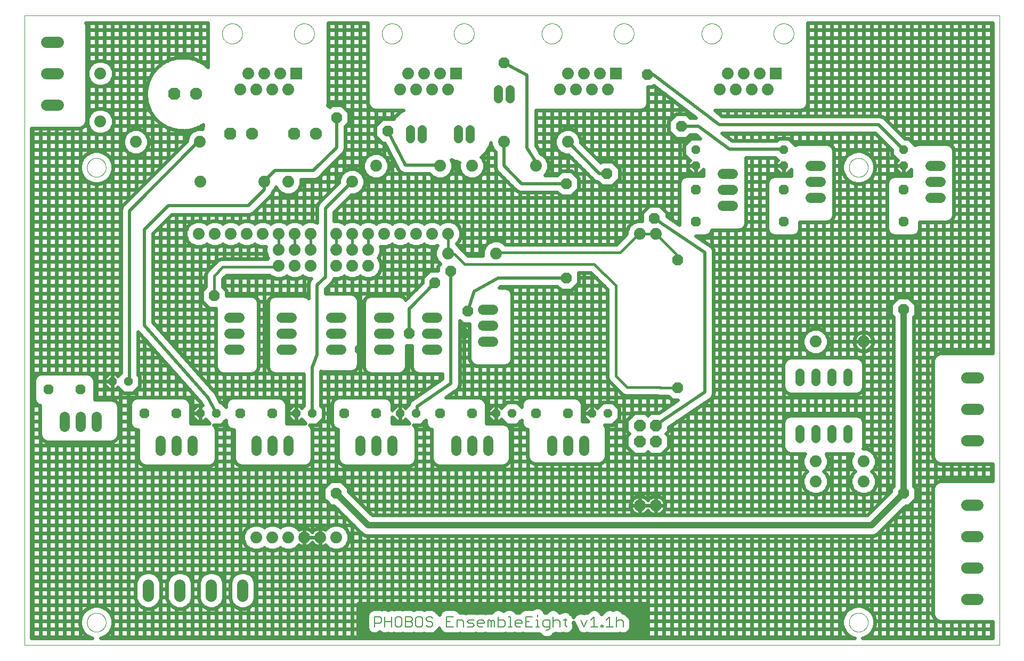
<source format=gtl>
G75*
%MOIN*%
%OFA0B0*%
%FSLAX25Y25*%
%IPPOS*%
%LPD*%
%AMOC8*
5,1,8,0,0,1.08239X$1,22.5*
%
%ADD10C,0.00000*%
%ADD11C,0.00600*%
%ADD12C,0.07400*%
%ADD13R,0.07400X0.07400*%
%ADD14OC8,0.07400*%
%ADD15C,0.07600*%
%ADD16OC8,0.07600*%
%ADD17OC8,0.06300*%
%ADD18OC8,0.05600*%
%ADD19C,0.06400*%
%ADD20C,0.05600*%
%ADD21C,0.07100*%
%ADD22C,0.01600*%
%ADD23OC8,0.06756*%
%ADD24C,0.04000*%
%ADD25C,0.02400*%
%ADD26C,0.02000*%
D10*
X0131965Y0111600D02*
X0131965Y0505596D01*
X0742201Y0505616D01*
X0742201Y0111600D01*
X0131965Y0111600D01*
X0171138Y0125970D02*
X0171140Y0126123D01*
X0171146Y0126277D01*
X0171156Y0126430D01*
X0171170Y0126582D01*
X0171188Y0126735D01*
X0171210Y0126886D01*
X0171235Y0127037D01*
X0171265Y0127188D01*
X0171299Y0127338D01*
X0171336Y0127486D01*
X0171377Y0127634D01*
X0171422Y0127780D01*
X0171471Y0127926D01*
X0171524Y0128070D01*
X0171580Y0128212D01*
X0171640Y0128353D01*
X0171704Y0128493D01*
X0171771Y0128631D01*
X0171842Y0128767D01*
X0171917Y0128901D01*
X0171994Y0129033D01*
X0172076Y0129163D01*
X0172160Y0129291D01*
X0172248Y0129417D01*
X0172339Y0129540D01*
X0172433Y0129661D01*
X0172531Y0129779D01*
X0172631Y0129895D01*
X0172735Y0130008D01*
X0172841Y0130119D01*
X0172950Y0130227D01*
X0173062Y0130332D01*
X0173176Y0130433D01*
X0173294Y0130532D01*
X0173413Y0130628D01*
X0173535Y0130721D01*
X0173660Y0130810D01*
X0173787Y0130897D01*
X0173916Y0130979D01*
X0174047Y0131059D01*
X0174180Y0131135D01*
X0174315Y0131208D01*
X0174452Y0131277D01*
X0174591Y0131342D01*
X0174731Y0131404D01*
X0174873Y0131462D01*
X0175016Y0131517D01*
X0175161Y0131568D01*
X0175307Y0131615D01*
X0175454Y0131658D01*
X0175602Y0131697D01*
X0175751Y0131733D01*
X0175901Y0131764D01*
X0176052Y0131792D01*
X0176203Y0131816D01*
X0176356Y0131836D01*
X0176508Y0131852D01*
X0176661Y0131864D01*
X0176814Y0131872D01*
X0176967Y0131876D01*
X0177121Y0131876D01*
X0177274Y0131872D01*
X0177427Y0131864D01*
X0177580Y0131852D01*
X0177732Y0131836D01*
X0177885Y0131816D01*
X0178036Y0131792D01*
X0178187Y0131764D01*
X0178337Y0131733D01*
X0178486Y0131697D01*
X0178634Y0131658D01*
X0178781Y0131615D01*
X0178927Y0131568D01*
X0179072Y0131517D01*
X0179215Y0131462D01*
X0179357Y0131404D01*
X0179497Y0131342D01*
X0179636Y0131277D01*
X0179773Y0131208D01*
X0179908Y0131135D01*
X0180041Y0131059D01*
X0180172Y0130979D01*
X0180301Y0130897D01*
X0180428Y0130810D01*
X0180553Y0130721D01*
X0180675Y0130628D01*
X0180794Y0130532D01*
X0180912Y0130433D01*
X0181026Y0130332D01*
X0181138Y0130227D01*
X0181247Y0130119D01*
X0181353Y0130008D01*
X0181457Y0129895D01*
X0181557Y0129779D01*
X0181655Y0129661D01*
X0181749Y0129540D01*
X0181840Y0129417D01*
X0181928Y0129291D01*
X0182012Y0129163D01*
X0182094Y0129033D01*
X0182171Y0128901D01*
X0182246Y0128767D01*
X0182317Y0128631D01*
X0182384Y0128493D01*
X0182448Y0128353D01*
X0182508Y0128212D01*
X0182564Y0128070D01*
X0182617Y0127926D01*
X0182666Y0127780D01*
X0182711Y0127634D01*
X0182752Y0127486D01*
X0182789Y0127338D01*
X0182823Y0127188D01*
X0182853Y0127037D01*
X0182878Y0126886D01*
X0182900Y0126735D01*
X0182918Y0126582D01*
X0182932Y0126430D01*
X0182942Y0126277D01*
X0182948Y0126123D01*
X0182950Y0125970D01*
X0182948Y0125817D01*
X0182942Y0125663D01*
X0182932Y0125510D01*
X0182918Y0125358D01*
X0182900Y0125205D01*
X0182878Y0125054D01*
X0182853Y0124903D01*
X0182823Y0124752D01*
X0182789Y0124602D01*
X0182752Y0124454D01*
X0182711Y0124306D01*
X0182666Y0124160D01*
X0182617Y0124014D01*
X0182564Y0123870D01*
X0182508Y0123728D01*
X0182448Y0123587D01*
X0182384Y0123447D01*
X0182317Y0123309D01*
X0182246Y0123173D01*
X0182171Y0123039D01*
X0182094Y0122907D01*
X0182012Y0122777D01*
X0181928Y0122649D01*
X0181840Y0122523D01*
X0181749Y0122400D01*
X0181655Y0122279D01*
X0181557Y0122161D01*
X0181457Y0122045D01*
X0181353Y0121932D01*
X0181247Y0121821D01*
X0181138Y0121713D01*
X0181026Y0121608D01*
X0180912Y0121507D01*
X0180794Y0121408D01*
X0180675Y0121312D01*
X0180553Y0121219D01*
X0180428Y0121130D01*
X0180301Y0121043D01*
X0180172Y0120961D01*
X0180041Y0120881D01*
X0179908Y0120805D01*
X0179773Y0120732D01*
X0179636Y0120663D01*
X0179497Y0120598D01*
X0179357Y0120536D01*
X0179215Y0120478D01*
X0179072Y0120423D01*
X0178927Y0120372D01*
X0178781Y0120325D01*
X0178634Y0120282D01*
X0178486Y0120243D01*
X0178337Y0120207D01*
X0178187Y0120176D01*
X0178036Y0120148D01*
X0177885Y0120124D01*
X0177732Y0120104D01*
X0177580Y0120088D01*
X0177427Y0120076D01*
X0177274Y0120068D01*
X0177121Y0120064D01*
X0176967Y0120064D01*
X0176814Y0120068D01*
X0176661Y0120076D01*
X0176508Y0120088D01*
X0176356Y0120104D01*
X0176203Y0120124D01*
X0176052Y0120148D01*
X0175901Y0120176D01*
X0175751Y0120207D01*
X0175602Y0120243D01*
X0175454Y0120282D01*
X0175307Y0120325D01*
X0175161Y0120372D01*
X0175016Y0120423D01*
X0174873Y0120478D01*
X0174731Y0120536D01*
X0174591Y0120598D01*
X0174452Y0120663D01*
X0174315Y0120732D01*
X0174180Y0120805D01*
X0174047Y0120881D01*
X0173916Y0120961D01*
X0173787Y0121043D01*
X0173660Y0121130D01*
X0173535Y0121219D01*
X0173413Y0121312D01*
X0173294Y0121408D01*
X0173176Y0121507D01*
X0173062Y0121608D01*
X0172950Y0121713D01*
X0172841Y0121821D01*
X0172735Y0121932D01*
X0172631Y0122045D01*
X0172531Y0122161D01*
X0172433Y0122279D01*
X0172339Y0122400D01*
X0172248Y0122523D01*
X0172160Y0122649D01*
X0172076Y0122777D01*
X0171994Y0122907D01*
X0171917Y0123039D01*
X0171842Y0123173D01*
X0171771Y0123309D01*
X0171704Y0123447D01*
X0171640Y0123587D01*
X0171580Y0123728D01*
X0171524Y0123870D01*
X0171471Y0124014D01*
X0171422Y0124160D01*
X0171377Y0124306D01*
X0171336Y0124454D01*
X0171299Y0124602D01*
X0171265Y0124752D01*
X0171235Y0124903D01*
X0171210Y0125054D01*
X0171188Y0125205D01*
X0171170Y0125358D01*
X0171156Y0125510D01*
X0171146Y0125663D01*
X0171140Y0125817D01*
X0171138Y0125970D01*
X0171138Y0410616D02*
X0171140Y0410769D01*
X0171146Y0410923D01*
X0171156Y0411076D01*
X0171170Y0411228D01*
X0171188Y0411381D01*
X0171210Y0411532D01*
X0171235Y0411683D01*
X0171265Y0411834D01*
X0171299Y0411984D01*
X0171336Y0412132D01*
X0171377Y0412280D01*
X0171422Y0412426D01*
X0171471Y0412572D01*
X0171524Y0412716D01*
X0171580Y0412858D01*
X0171640Y0412999D01*
X0171704Y0413139D01*
X0171771Y0413277D01*
X0171842Y0413413D01*
X0171917Y0413547D01*
X0171994Y0413679D01*
X0172076Y0413809D01*
X0172160Y0413937D01*
X0172248Y0414063D01*
X0172339Y0414186D01*
X0172433Y0414307D01*
X0172531Y0414425D01*
X0172631Y0414541D01*
X0172735Y0414654D01*
X0172841Y0414765D01*
X0172950Y0414873D01*
X0173062Y0414978D01*
X0173176Y0415079D01*
X0173294Y0415178D01*
X0173413Y0415274D01*
X0173535Y0415367D01*
X0173660Y0415456D01*
X0173787Y0415543D01*
X0173916Y0415625D01*
X0174047Y0415705D01*
X0174180Y0415781D01*
X0174315Y0415854D01*
X0174452Y0415923D01*
X0174591Y0415988D01*
X0174731Y0416050D01*
X0174873Y0416108D01*
X0175016Y0416163D01*
X0175161Y0416214D01*
X0175307Y0416261D01*
X0175454Y0416304D01*
X0175602Y0416343D01*
X0175751Y0416379D01*
X0175901Y0416410D01*
X0176052Y0416438D01*
X0176203Y0416462D01*
X0176356Y0416482D01*
X0176508Y0416498D01*
X0176661Y0416510D01*
X0176814Y0416518D01*
X0176967Y0416522D01*
X0177121Y0416522D01*
X0177274Y0416518D01*
X0177427Y0416510D01*
X0177580Y0416498D01*
X0177732Y0416482D01*
X0177885Y0416462D01*
X0178036Y0416438D01*
X0178187Y0416410D01*
X0178337Y0416379D01*
X0178486Y0416343D01*
X0178634Y0416304D01*
X0178781Y0416261D01*
X0178927Y0416214D01*
X0179072Y0416163D01*
X0179215Y0416108D01*
X0179357Y0416050D01*
X0179497Y0415988D01*
X0179636Y0415923D01*
X0179773Y0415854D01*
X0179908Y0415781D01*
X0180041Y0415705D01*
X0180172Y0415625D01*
X0180301Y0415543D01*
X0180428Y0415456D01*
X0180553Y0415367D01*
X0180675Y0415274D01*
X0180794Y0415178D01*
X0180912Y0415079D01*
X0181026Y0414978D01*
X0181138Y0414873D01*
X0181247Y0414765D01*
X0181353Y0414654D01*
X0181457Y0414541D01*
X0181557Y0414425D01*
X0181655Y0414307D01*
X0181749Y0414186D01*
X0181840Y0414063D01*
X0181928Y0413937D01*
X0182012Y0413809D01*
X0182094Y0413679D01*
X0182171Y0413547D01*
X0182246Y0413413D01*
X0182317Y0413277D01*
X0182384Y0413139D01*
X0182448Y0412999D01*
X0182508Y0412858D01*
X0182564Y0412716D01*
X0182617Y0412572D01*
X0182666Y0412426D01*
X0182711Y0412280D01*
X0182752Y0412132D01*
X0182789Y0411984D01*
X0182823Y0411834D01*
X0182853Y0411683D01*
X0182878Y0411532D01*
X0182900Y0411381D01*
X0182918Y0411228D01*
X0182932Y0411076D01*
X0182942Y0410923D01*
X0182948Y0410769D01*
X0182950Y0410616D01*
X0182948Y0410463D01*
X0182942Y0410309D01*
X0182932Y0410156D01*
X0182918Y0410004D01*
X0182900Y0409851D01*
X0182878Y0409700D01*
X0182853Y0409549D01*
X0182823Y0409398D01*
X0182789Y0409248D01*
X0182752Y0409100D01*
X0182711Y0408952D01*
X0182666Y0408806D01*
X0182617Y0408660D01*
X0182564Y0408516D01*
X0182508Y0408374D01*
X0182448Y0408233D01*
X0182384Y0408093D01*
X0182317Y0407955D01*
X0182246Y0407819D01*
X0182171Y0407685D01*
X0182094Y0407553D01*
X0182012Y0407423D01*
X0181928Y0407295D01*
X0181840Y0407169D01*
X0181749Y0407046D01*
X0181655Y0406925D01*
X0181557Y0406807D01*
X0181457Y0406691D01*
X0181353Y0406578D01*
X0181247Y0406467D01*
X0181138Y0406359D01*
X0181026Y0406254D01*
X0180912Y0406153D01*
X0180794Y0406054D01*
X0180675Y0405958D01*
X0180553Y0405865D01*
X0180428Y0405776D01*
X0180301Y0405689D01*
X0180172Y0405607D01*
X0180041Y0405527D01*
X0179908Y0405451D01*
X0179773Y0405378D01*
X0179636Y0405309D01*
X0179497Y0405244D01*
X0179357Y0405182D01*
X0179215Y0405124D01*
X0179072Y0405069D01*
X0178927Y0405018D01*
X0178781Y0404971D01*
X0178634Y0404928D01*
X0178486Y0404889D01*
X0178337Y0404853D01*
X0178187Y0404822D01*
X0178036Y0404794D01*
X0177885Y0404770D01*
X0177732Y0404750D01*
X0177580Y0404734D01*
X0177427Y0404722D01*
X0177274Y0404714D01*
X0177121Y0404710D01*
X0176967Y0404710D01*
X0176814Y0404714D01*
X0176661Y0404722D01*
X0176508Y0404734D01*
X0176356Y0404750D01*
X0176203Y0404770D01*
X0176052Y0404794D01*
X0175901Y0404822D01*
X0175751Y0404853D01*
X0175602Y0404889D01*
X0175454Y0404928D01*
X0175307Y0404971D01*
X0175161Y0405018D01*
X0175016Y0405069D01*
X0174873Y0405124D01*
X0174731Y0405182D01*
X0174591Y0405244D01*
X0174452Y0405309D01*
X0174315Y0405378D01*
X0174180Y0405451D01*
X0174047Y0405527D01*
X0173916Y0405607D01*
X0173787Y0405689D01*
X0173660Y0405776D01*
X0173535Y0405865D01*
X0173413Y0405958D01*
X0173294Y0406054D01*
X0173176Y0406153D01*
X0173062Y0406254D01*
X0172950Y0406359D01*
X0172841Y0406467D01*
X0172735Y0406578D01*
X0172631Y0406691D01*
X0172531Y0406807D01*
X0172433Y0406925D01*
X0172339Y0407046D01*
X0172248Y0407169D01*
X0172160Y0407295D01*
X0172076Y0407423D01*
X0171994Y0407553D01*
X0171917Y0407685D01*
X0171842Y0407819D01*
X0171771Y0407955D01*
X0171704Y0408093D01*
X0171640Y0408233D01*
X0171580Y0408374D01*
X0171524Y0408516D01*
X0171471Y0408660D01*
X0171422Y0408806D01*
X0171377Y0408952D01*
X0171336Y0409100D01*
X0171299Y0409248D01*
X0171265Y0409398D01*
X0171235Y0409549D01*
X0171210Y0409700D01*
X0171188Y0409851D01*
X0171170Y0410004D01*
X0171156Y0410156D01*
X0171146Y0410309D01*
X0171140Y0410463D01*
X0171138Y0410616D01*
X0255666Y0494395D02*
X0255668Y0494553D01*
X0255674Y0494711D01*
X0255684Y0494869D01*
X0255698Y0495027D01*
X0255716Y0495184D01*
X0255737Y0495341D01*
X0255763Y0495497D01*
X0255793Y0495653D01*
X0255826Y0495808D01*
X0255864Y0495961D01*
X0255905Y0496114D01*
X0255950Y0496266D01*
X0255999Y0496417D01*
X0256052Y0496566D01*
X0256108Y0496714D01*
X0256168Y0496860D01*
X0256232Y0497005D01*
X0256300Y0497148D01*
X0256371Y0497290D01*
X0256445Y0497430D01*
X0256523Y0497567D01*
X0256605Y0497703D01*
X0256689Y0497837D01*
X0256778Y0497968D01*
X0256869Y0498097D01*
X0256964Y0498224D01*
X0257061Y0498349D01*
X0257162Y0498471D01*
X0257266Y0498590D01*
X0257373Y0498707D01*
X0257483Y0498821D01*
X0257596Y0498932D01*
X0257711Y0499041D01*
X0257829Y0499146D01*
X0257950Y0499248D01*
X0258073Y0499348D01*
X0258199Y0499444D01*
X0258327Y0499537D01*
X0258457Y0499627D01*
X0258590Y0499713D01*
X0258725Y0499797D01*
X0258861Y0499876D01*
X0259000Y0499953D01*
X0259141Y0500025D01*
X0259283Y0500095D01*
X0259427Y0500160D01*
X0259573Y0500222D01*
X0259720Y0500280D01*
X0259869Y0500335D01*
X0260019Y0500386D01*
X0260170Y0500433D01*
X0260322Y0500476D01*
X0260475Y0500515D01*
X0260630Y0500551D01*
X0260785Y0500582D01*
X0260941Y0500610D01*
X0261097Y0500634D01*
X0261254Y0500654D01*
X0261412Y0500670D01*
X0261569Y0500682D01*
X0261728Y0500690D01*
X0261886Y0500694D01*
X0262044Y0500694D01*
X0262202Y0500690D01*
X0262361Y0500682D01*
X0262518Y0500670D01*
X0262676Y0500654D01*
X0262833Y0500634D01*
X0262989Y0500610D01*
X0263145Y0500582D01*
X0263300Y0500551D01*
X0263455Y0500515D01*
X0263608Y0500476D01*
X0263760Y0500433D01*
X0263911Y0500386D01*
X0264061Y0500335D01*
X0264210Y0500280D01*
X0264357Y0500222D01*
X0264503Y0500160D01*
X0264647Y0500095D01*
X0264789Y0500025D01*
X0264930Y0499953D01*
X0265069Y0499876D01*
X0265205Y0499797D01*
X0265340Y0499713D01*
X0265473Y0499627D01*
X0265603Y0499537D01*
X0265731Y0499444D01*
X0265857Y0499348D01*
X0265980Y0499248D01*
X0266101Y0499146D01*
X0266219Y0499041D01*
X0266334Y0498932D01*
X0266447Y0498821D01*
X0266557Y0498707D01*
X0266664Y0498590D01*
X0266768Y0498471D01*
X0266869Y0498349D01*
X0266966Y0498224D01*
X0267061Y0498097D01*
X0267152Y0497968D01*
X0267241Y0497837D01*
X0267325Y0497703D01*
X0267407Y0497567D01*
X0267485Y0497430D01*
X0267559Y0497290D01*
X0267630Y0497148D01*
X0267698Y0497005D01*
X0267762Y0496860D01*
X0267822Y0496714D01*
X0267878Y0496566D01*
X0267931Y0496417D01*
X0267980Y0496266D01*
X0268025Y0496114D01*
X0268066Y0495961D01*
X0268104Y0495808D01*
X0268137Y0495653D01*
X0268167Y0495497D01*
X0268193Y0495341D01*
X0268214Y0495184D01*
X0268232Y0495027D01*
X0268246Y0494869D01*
X0268256Y0494711D01*
X0268262Y0494553D01*
X0268264Y0494395D01*
X0268262Y0494237D01*
X0268256Y0494079D01*
X0268246Y0493921D01*
X0268232Y0493763D01*
X0268214Y0493606D01*
X0268193Y0493449D01*
X0268167Y0493293D01*
X0268137Y0493137D01*
X0268104Y0492982D01*
X0268066Y0492829D01*
X0268025Y0492676D01*
X0267980Y0492524D01*
X0267931Y0492373D01*
X0267878Y0492224D01*
X0267822Y0492076D01*
X0267762Y0491930D01*
X0267698Y0491785D01*
X0267630Y0491642D01*
X0267559Y0491500D01*
X0267485Y0491360D01*
X0267407Y0491223D01*
X0267325Y0491087D01*
X0267241Y0490953D01*
X0267152Y0490822D01*
X0267061Y0490693D01*
X0266966Y0490566D01*
X0266869Y0490441D01*
X0266768Y0490319D01*
X0266664Y0490200D01*
X0266557Y0490083D01*
X0266447Y0489969D01*
X0266334Y0489858D01*
X0266219Y0489749D01*
X0266101Y0489644D01*
X0265980Y0489542D01*
X0265857Y0489442D01*
X0265731Y0489346D01*
X0265603Y0489253D01*
X0265473Y0489163D01*
X0265340Y0489077D01*
X0265205Y0488993D01*
X0265069Y0488914D01*
X0264930Y0488837D01*
X0264789Y0488765D01*
X0264647Y0488695D01*
X0264503Y0488630D01*
X0264357Y0488568D01*
X0264210Y0488510D01*
X0264061Y0488455D01*
X0263911Y0488404D01*
X0263760Y0488357D01*
X0263608Y0488314D01*
X0263455Y0488275D01*
X0263300Y0488239D01*
X0263145Y0488208D01*
X0262989Y0488180D01*
X0262833Y0488156D01*
X0262676Y0488136D01*
X0262518Y0488120D01*
X0262361Y0488108D01*
X0262202Y0488100D01*
X0262044Y0488096D01*
X0261886Y0488096D01*
X0261728Y0488100D01*
X0261569Y0488108D01*
X0261412Y0488120D01*
X0261254Y0488136D01*
X0261097Y0488156D01*
X0260941Y0488180D01*
X0260785Y0488208D01*
X0260630Y0488239D01*
X0260475Y0488275D01*
X0260322Y0488314D01*
X0260170Y0488357D01*
X0260019Y0488404D01*
X0259869Y0488455D01*
X0259720Y0488510D01*
X0259573Y0488568D01*
X0259427Y0488630D01*
X0259283Y0488695D01*
X0259141Y0488765D01*
X0259000Y0488837D01*
X0258861Y0488914D01*
X0258725Y0488993D01*
X0258590Y0489077D01*
X0258457Y0489163D01*
X0258327Y0489253D01*
X0258199Y0489346D01*
X0258073Y0489442D01*
X0257950Y0489542D01*
X0257829Y0489644D01*
X0257711Y0489749D01*
X0257596Y0489858D01*
X0257483Y0489969D01*
X0257373Y0490083D01*
X0257266Y0490200D01*
X0257162Y0490319D01*
X0257061Y0490441D01*
X0256964Y0490566D01*
X0256869Y0490693D01*
X0256778Y0490822D01*
X0256689Y0490953D01*
X0256605Y0491087D01*
X0256523Y0491223D01*
X0256445Y0491360D01*
X0256371Y0491500D01*
X0256300Y0491642D01*
X0256232Y0491785D01*
X0256168Y0491930D01*
X0256108Y0492076D01*
X0256052Y0492224D01*
X0255999Y0492373D01*
X0255950Y0492524D01*
X0255905Y0492676D01*
X0255864Y0492829D01*
X0255826Y0492982D01*
X0255793Y0493137D01*
X0255763Y0493293D01*
X0255737Y0493449D01*
X0255716Y0493606D01*
X0255698Y0493763D01*
X0255684Y0493921D01*
X0255674Y0494079D01*
X0255668Y0494237D01*
X0255666Y0494395D01*
X0300666Y0494395D02*
X0300668Y0494553D01*
X0300674Y0494711D01*
X0300684Y0494869D01*
X0300698Y0495027D01*
X0300716Y0495184D01*
X0300737Y0495341D01*
X0300763Y0495497D01*
X0300793Y0495653D01*
X0300826Y0495808D01*
X0300864Y0495961D01*
X0300905Y0496114D01*
X0300950Y0496266D01*
X0300999Y0496417D01*
X0301052Y0496566D01*
X0301108Y0496714D01*
X0301168Y0496860D01*
X0301232Y0497005D01*
X0301300Y0497148D01*
X0301371Y0497290D01*
X0301445Y0497430D01*
X0301523Y0497567D01*
X0301605Y0497703D01*
X0301689Y0497837D01*
X0301778Y0497968D01*
X0301869Y0498097D01*
X0301964Y0498224D01*
X0302061Y0498349D01*
X0302162Y0498471D01*
X0302266Y0498590D01*
X0302373Y0498707D01*
X0302483Y0498821D01*
X0302596Y0498932D01*
X0302711Y0499041D01*
X0302829Y0499146D01*
X0302950Y0499248D01*
X0303073Y0499348D01*
X0303199Y0499444D01*
X0303327Y0499537D01*
X0303457Y0499627D01*
X0303590Y0499713D01*
X0303725Y0499797D01*
X0303861Y0499876D01*
X0304000Y0499953D01*
X0304141Y0500025D01*
X0304283Y0500095D01*
X0304427Y0500160D01*
X0304573Y0500222D01*
X0304720Y0500280D01*
X0304869Y0500335D01*
X0305019Y0500386D01*
X0305170Y0500433D01*
X0305322Y0500476D01*
X0305475Y0500515D01*
X0305630Y0500551D01*
X0305785Y0500582D01*
X0305941Y0500610D01*
X0306097Y0500634D01*
X0306254Y0500654D01*
X0306412Y0500670D01*
X0306569Y0500682D01*
X0306728Y0500690D01*
X0306886Y0500694D01*
X0307044Y0500694D01*
X0307202Y0500690D01*
X0307361Y0500682D01*
X0307518Y0500670D01*
X0307676Y0500654D01*
X0307833Y0500634D01*
X0307989Y0500610D01*
X0308145Y0500582D01*
X0308300Y0500551D01*
X0308455Y0500515D01*
X0308608Y0500476D01*
X0308760Y0500433D01*
X0308911Y0500386D01*
X0309061Y0500335D01*
X0309210Y0500280D01*
X0309357Y0500222D01*
X0309503Y0500160D01*
X0309647Y0500095D01*
X0309789Y0500025D01*
X0309930Y0499953D01*
X0310069Y0499876D01*
X0310205Y0499797D01*
X0310340Y0499713D01*
X0310473Y0499627D01*
X0310603Y0499537D01*
X0310731Y0499444D01*
X0310857Y0499348D01*
X0310980Y0499248D01*
X0311101Y0499146D01*
X0311219Y0499041D01*
X0311334Y0498932D01*
X0311447Y0498821D01*
X0311557Y0498707D01*
X0311664Y0498590D01*
X0311768Y0498471D01*
X0311869Y0498349D01*
X0311966Y0498224D01*
X0312061Y0498097D01*
X0312152Y0497968D01*
X0312241Y0497837D01*
X0312325Y0497703D01*
X0312407Y0497567D01*
X0312485Y0497430D01*
X0312559Y0497290D01*
X0312630Y0497148D01*
X0312698Y0497005D01*
X0312762Y0496860D01*
X0312822Y0496714D01*
X0312878Y0496566D01*
X0312931Y0496417D01*
X0312980Y0496266D01*
X0313025Y0496114D01*
X0313066Y0495961D01*
X0313104Y0495808D01*
X0313137Y0495653D01*
X0313167Y0495497D01*
X0313193Y0495341D01*
X0313214Y0495184D01*
X0313232Y0495027D01*
X0313246Y0494869D01*
X0313256Y0494711D01*
X0313262Y0494553D01*
X0313264Y0494395D01*
X0313262Y0494237D01*
X0313256Y0494079D01*
X0313246Y0493921D01*
X0313232Y0493763D01*
X0313214Y0493606D01*
X0313193Y0493449D01*
X0313167Y0493293D01*
X0313137Y0493137D01*
X0313104Y0492982D01*
X0313066Y0492829D01*
X0313025Y0492676D01*
X0312980Y0492524D01*
X0312931Y0492373D01*
X0312878Y0492224D01*
X0312822Y0492076D01*
X0312762Y0491930D01*
X0312698Y0491785D01*
X0312630Y0491642D01*
X0312559Y0491500D01*
X0312485Y0491360D01*
X0312407Y0491223D01*
X0312325Y0491087D01*
X0312241Y0490953D01*
X0312152Y0490822D01*
X0312061Y0490693D01*
X0311966Y0490566D01*
X0311869Y0490441D01*
X0311768Y0490319D01*
X0311664Y0490200D01*
X0311557Y0490083D01*
X0311447Y0489969D01*
X0311334Y0489858D01*
X0311219Y0489749D01*
X0311101Y0489644D01*
X0310980Y0489542D01*
X0310857Y0489442D01*
X0310731Y0489346D01*
X0310603Y0489253D01*
X0310473Y0489163D01*
X0310340Y0489077D01*
X0310205Y0488993D01*
X0310069Y0488914D01*
X0309930Y0488837D01*
X0309789Y0488765D01*
X0309647Y0488695D01*
X0309503Y0488630D01*
X0309357Y0488568D01*
X0309210Y0488510D01*
X0309061Y0488455D01*
X0308911Y0488404D01*
X0308760Y0488357D01*
X0308608Y0488314D01*
X0308455Y0488275D01*
X0308300Y0488239D01*
X0308145Y0488208D01*
X0307989Y0488180D01*
X0307833Y0488156D01*
X0307676Y0488136D01*
X0307518Y0488120D01*
X0307361Y0488108D01*
X0307202Y0488100D01*
X0307044Y0488096D01*
X0306886Y0488096D01*
X0306728Y0488100D01*
X0306569Y0488108D01*
X0306412Y0488120D01*
X0306254Y0488136D01*
X0306097Y0488156D01*
X0305941Y0488180D01*
X0305785Y0488208D01*
X0305630Y0488239D01*
X0305475Y0488275D01*
X0305322Y0488314D01*
X0305170Y0488357D01*
X0305019Y0488404D01*
X0304869Y0488455D01*
X0304720Y0488510D01*
X0304573Y0488568D01*
X0304427Y0488630D01*
X0304283Y0488695D01*
X0304141Y0488765D01*
X0304000Y0488837D01*
X0303861Y0488914D01*
X0303725Y0488993D01*
X0303590Y0489077D01*
X0303457Y0489163D01*
X0303327Y0489253D01*
X0303199Y0489346D01*
X0303073Y0489442D01*
X0302950Y0489542D01*
X0302829Y0489644D01*
X0302711Y0489749D01*
X0302596Y0489858D01*
X0302483Y0489969D01*
X0302373Y0490083D01*
X0302266Y0490200D01*
X0302162Y0490319D01*
X0302061Y0490441D01*
X0301964Y0490566D01*
X0301869Y0490693D01*
X0301778Y0490822D01*
X0301689Y0490953D01*
X0301605Y0491087D01*
X0301523Y0491223D01*
X0301445Y0491360D01*
X0301371Y0491500D01*
X0301300Y0491642D01*
X0301232Y0491785D01*
X0301168Y0491930D01*
X0301108Y0492076D01*
X0301052Y0492224D01*
X0300999Y0492373D01*
X0300950Y0492524D01*
X0300905Y0492676D01*
X0300864Y0492829D01*
X0300826Y0492982D01*
X0300793Y0493137D01*
X0300763Y0493293D01*
X0300737Y0493449D01*
X0300716Y0493606D01*
X0300698Y0493763D01*
X0300684Y0493921D01*
X0300674Y0494079D01*
X0300668Y0494237D01*
X0300666Y0494395D01*
X0355666Y0494395D02*
X0355668Y0494553D01*
X0355674Y0494711D01*
X0355684Y0494869D01*
X0355698Y0495027D01*
X0355716Y0495184D01*
X0355737Y0495341D01*
X0355763Y0495497D01*
X0355793Y0495653D01*
X0355826Y0495808D01*
X0355864Y0495961D01*
X0355905Y0496114D01*
X0355950Y0496266D01*
X0355999Y0496417D01*
X0356052Y0496566D01*
X0356108Y0496714D01*
X0356168Y0496860D01*
X0356232Y0497005D01*
X0356300Y0497148D01*
X0356371Y0497290D01*
X0356445Y0497430D01*
X0356523Y0497567D01*
X0356605Y0497703D01*
X0356689Y0497837D01*
X0356778Y0497968D01*
X0356869Y0498097D01*
X0356964Y0498224D01*
X0357061Y0498349D01*
X0357162Y0498471D01*
X0357266Y0498590D01*
X0357373Y0498707D01*
X0357483Y0498821D01*
X0357596Y0498932D01*
X0357711Y0499041D01*
X0357829Y0499146D01*
X0357950Y0499248D01*
X0358073Y0499348D01*
X0358199Y0499444D01*
X0358327Y0499537D01*
X0358457Y0499627D01*
X0358590Y0499713D01*
X0358725Y0499797D01*
X0358861Y0499876D01*
X0359000Y0499953D01*
X0359141Y0500025D01*
X0359283Y0500095D01*
X0359427Y0500160D01*
X0359573Y0500222D01*
X0359720Y0500280D01*
X0359869Y0500335D01*
X0360019Y0500386D01*
X0360170Y0500433D01*
X0360322Y0500476D01*
X0360475Y0500515D01*
X0360630Y0500551D01*
X0360785Y0500582D01*
X0360941Y0500610D01*
X0361097Y0500634D01*
X0361254Y0500654D01*
X0361412Y0500670D01*
X0361569Y0500682D01*
X0361728Y0500690D01*
X0361886Y0500694D01*
X0362044Y0500694D01*
X0362202Y0500690D01*
X0362361Y0500682D01*
X0362518Y0500670D01*
X0362676Y0500654D01*
X0362833Y0500634D01*
X0362989Y0500610D01*
X0363145Y0500582D01*
X0363300Y0500551D01*
X0363455Y0500515D01*
X0363608Y0500476D01*
X0363760Y0500433D01*
X0363911Y0500386D01*
X0364061Y0500335D01*
X0364210Y0500280D01*
X0364357Y0500222D01*
X0364503Y0500160D01*
X0364647Y0500095D01*
X0364789Y0500025D01*
X0364930Y0499953D01*
X0365069Y0499876D01*
X0365205Y0499797D01*
X0365340Y0499713D01*
X0365473Y0499627D01*
X0365603Y0499537D01*
X0365731Y0499444D01*
X0365857Y0499348D01*
X0365980Y0499248D01*
X0366101Y0499146D01*
X0366219Y0499041D01*
X0366334Y0498932D01*
X0366447Y0498821D01*
X0366557Y0498707D01*
X0366664Y0498590D01*
X0366768Y0498471D01*
X0366869Y0498349D01*
X0366966Y0498224D01*
X0367061Y0498097D01*
X0367152Y0497968D01*
X0367241Y0497837D01*
X0367325Y0497703D01*
X0367407Y0497567D01*
X0367485Y0497430D01*
X0367559Y0497290D01*
X0367630Y0497148D01*
X0367698Y0497005D01*
X0367762Y0496860D01*
X0367822Y0496714D01*
X0367878Y0496566D01*
X0367931Y0496417D01*
X0367980Y0496266D01*
X0368025Y0496114D01*
X0368066Y0495961D01*
X0368104Y0495808D01*
X0368137Y0495653D01*
X0368167Y0495497D01*
X0368193Y0495341D01*
X0368214Y0495184D01*
X0368232Y0495027D01*
X0368246Y0494869D01*
X0368256Y0494711D01*
X0368262Y0494553D01*
X0368264Y0494395D01*
X0368262Y0494237D01*
X0368256Y0494079D01*
X0368246Y0493921D01*
X0368232Y0493763D01*
X0368214Y0493606D01*
X0368193Y0493449D01*
X0368167Y0493293D01*
X0368137Y0493137D01*
X0368104Y0492982D01*
X0368066Y0492829D01*
X0368025Y0492676D01*
X0367980Y0492524D01*
X0367931Y0492373D01*
X0367878Y0492224D01*
X0367822Y0492076D01*
X0367762Y0491930D01*
X0367698Y0491785D01*
X0367630Y0491642D01*
X0367559Y0491500D01*
X0367485Y0491360D01*
X0367407Y0491223D01*
X0367325Y0491087D01*
X0367241Y0490953D01*
X0367152Y0490822D01*
X0367061Y0490693D01*
X0366966Y0490566D01*
X0366869Y0490441D01*
X0366768Y0490319D01*
X0366664Y0490200D01*
X0366557Y0490083D01*
X0366447Y0489969D01*
X0366334Y0489858D01*
X0366219Y0489749D01*
X0366101Y0489644D01*
X0365980Y0489542D01*
X0365857Y0489442D01*
X0365731Y0489346D01*
X0365603Y0489253D01*
X0365473Y0489163D01*
X0365340Y0489077D01*
X0365205Y0488993D01*
X0365069Y0488914D01*
X0364930Y0488837D01*
X0364789Y0488765D01*
X0364647Y0488695D01*
X0364503Y0488630D01*
X0364357Y0488568D01*
X0364210Y0488510D01*
X0364061Y0488455D01*
X0363911Y0488404D01*
X0363760Y0488357D01*
X0363608Y0488314D01*
X0363455Y0488275D01*
X0363300Y0488239D01*
X0363145Y0488208D01*
X0362989Y0488180D01*
X0362833Y0488156D01*
X0362676Y0488136D01*
X0362518Y0488120D01*
X0362361Y0488108D01*
X0362202Y0488100D01*
X0362044Y0488096D01*
X0361886Y0488096D01*
X0361728Y0488100D01*
X0361569Y0488108D01*
X0361412Y0488120D01*
X0361254Y0488136D01*
X0361097Y0488156D01*
X0360941Y0488180D01*
X0360785Y0488208D01*
X0360630Y0488239D01*
X0360475Y0488275D01*
X0360322Y0488314D01*
X0360170Y0488357D01*
X0360019Y0488404D01*
X0359869Y0488455D01*
X0359720Y0488510D01*
X0359573Y0488568D01*
X0359427Y0488630D01*
X0359283Y0488695D01*
X0359141Y0488765D01*
X0359000Y0488837D01*
X0358861Y0488914D01*
X0358725Y0488993D01*
X0358590Y0489077D01*
X0358457Y0489163D01*
X0358327Y0489253D01*
X0358199Y0489346D01*
X0358073Y0489442D01*
X0357950Y0489542D01*
X0357829Y0489644D01*
X0357711Y0489749D01*
X0357596Y0489858D01*
X0357483Y0489969D01*
X0357373Y0490083D01*
X0357266Y0490200D01*
X0357162Y0490319D01*
X0357061Y0490441D01*
X0356964Y0490566D01*
X0356869Y0490693D01*
X0356778Y0490822D01*
X0356689Y0490953D01*
X0356605Y0491087D01*
X0356523Y0491223D01*
X0356445Y0491360D01*
X0356371Y0491500D01*
X0356300Y0491642D01*
X0356232Y0491785D01*
X0356168Y0491930D01*
X0356108Y0492076D01*
X0356052Y0492224D01*
X0355999Y0492373D01*
X0355950Y0492524D01*
X0355905Y0492676D01*
X0355864Y0492829D01*
X0355826Y0492982D01*
X0355793Y0493137D01*
X0355763Y0493293D01*
X0355737Y0493449D01*
X0355716Y0493606D01*
X0355698Y0493763D01*
X0355684Y0493921D01*
X0355674Y0494079D01*
X0355668Y0494237D01*
X0355666Y0494395D01*
X0400666Y0494395D02*
X0400668Y0494553D01*
X0400674Y0494711D01*
X0400684Y0494869D01*
X0400698Y0495027D01*
X0400716Y0495184D01*
X0400737Y0495341D01*
X0400763Y0495497D01*
X0400793Y0495653D01*
X0400826Y0495808D01*
X0400864Y0495961D01*
X0400905Y0496114D01*
X0400950Y0496266D01*
X0400999Y0496417D01*
X0401052Y0496566D01*
X0401108Y0496714D01*
X0401168Y0496860D01*
X0401232Y0497005D01*
X0401300Y0497148D01*
X0401371Y0497290D01*
X0401445Y0497430D01*
X0401523Y0497567D01*
X0401605Y0497703D01*
X0401689Y0497837D01*
X0401778Y0497968D01*
X0401869Y0498097D01*
X0401964Y0498224D01*
X0402061Y0498349D01*
X0402162Y0498471D01*
X0402266Y0498590D01*
X0402373Y0498707D01*
X0402483Y0498821D01*
X0402596Y0498932D01*
X0402711Y0499041D01*
X0402829Y0499146D01*
X0402950Y0499248D01*
X0403073Y0499348D01*
X0403199Y0499444D01*
X0403327Y0499537D01*
X0403457Y0499627D01*
X0403590Y0499713D01*
X0403725Y0499797D01*
X0403861Y0499876D01*
X0404000Y0499953D01*
X0404141Y0500025D01*
X0404283Y0500095D01*
X0404427Y0500160D01*
X0404573Y0500222D01*
X0404720Y0500280D01*
X0404869Y0500335D01*
X0405019Y0500386D01*
X0405170Y0500433D01*
X0405322Y0500476D01*
X0405475Y0500515D01*
X0405630Y0500551D01*
X0405785Y0500582D01*
X0405941Y0500610D01*
X0406097Y0500634D01*
X0406254Y0500654D01*
X0406412Y0500670D01*
X0406569Y0500682D01*
X0406728Y0500690D01*
X0406886Y0500694D01*
X0407044Y0500694D01*
X0407202Y0500690D01*
X0407361Y0500682D01*
X0407518Y0500670D01*
X0407676Y0500654D01*
X0407833Y0500634D01*
X0407989Y0500610D01*
X0408145Y0500582D01*
X0408300Y0500551D01*
X0408455Y0500515D01*
X0408608Y0500476D01*
X0408760Y0500433D01*
X0408911Y0500386D01*
X0409061Y0500335D01*
X0409210Y0500280D01*
X0409357Y0500222D01*
X0409503Y0500160D01*
X0409647Y0500095D01*
X0409789Y0500025D01*
X0409930Y0499953D01*
X0410069Y0499876D01*
X0410205Y0499797D01*
X0410340Y0499713D01*
X0410473Y0499627D01*
X0410603Y0499537D01*
X0410731Y0499444D01*
X0410857Y0499348D01*
X0410980Y0499248D01*
X0411101Y0499146D01*
X0411219Y0499041D01*
X0411334Y0498932D01*
X0411447Y0498821D01*
X0411557Y0498707D01*
X0411664Y0498590D01*
X0411768Y0498471D01*
X0411869Y0498349D01*
X0411966Y0498224D01*
X0412061Y0498097D01*
X0412152Y0497968D01*
X0412241Y0497837D01*
X0412325Y0497703D01*
X0412407Y0497567D01*
X0412485Y0497430D01*
X0412559Y0497290D01*
X0412630Y0497148D01*
X0412698Y0497005D01*
X0412762Y0496860D01*
X0412822Y0496714D01*
X0412878Y0496566D01*
X0412931Y0496417D01*
X0412980Y0496266D01*
X0413025Y0496114D01*
X0413066Y0495961D01*
X0413104Y0495808D01*
X0413137Y0495653D01*
X0413167Y0495497D01*
X0413193Y0495341D01*
X0413214Y0495184D01*
X0413232Y0495027D01*
X0413246Y0494869D01*
X0413256Y0494711D01*
X0413262Y0494553D01*
X0413264Y0494395D01*
X0413262Y0494237D01*
X0413256Y0494079D01*
X0413246Y0493921D01*
X0413232Y0493763D01*
X0413214Y0493606D01*
X0413193Y0493449D01*
X0413167Y0493293D01*
X0413137Y0493137D01*
X0413104Y0492982D01*
X0413066Y0492829D01*
X0413025Y0492676D01*
X0412980Y0492524D01*
X0412931Y0492373D01*
X0412878Y0492224D01*
X0412822Y0492076D01*
X0412762Y0491930D01*
X0412698Y0491785D01*
X0412630Y0491642D01*
X0412559Y0491500D01*
X0412485Y0491360D01*
X0412407Y0491223D01*
X0412325Y0491087D01*
X0412241Y0490953D01*
X0412152Y0490822D01*
X0412061Y0490693D01*
X0411966Y0490566D01*
X0411869Y0490441D01*
X0411768Y0490319D01*
X0411664Y0490200D01*
X0411557Y0490083D01*
X0411447Y0489969D01*
X0411334Y0489858D01*
X0411219Y0489749D01*
X0411101Y0489644D01*
X0410980Y0489542D01*
X0410857Y0489442D01*
X0410731Y0489346D01*
X0410603Y0489253D01*
X0410473Y0489163D01*
X0410340Y0489077D01*
X0410205Y0488993D01*
X0410069Y0488914D01*
X0409930Y0488837D01*
X0409789Y0488765D01*
X0409647Y0488695D01*
X0409503Y0488630D01*
X0409357Y0488568D01*
X0409210Y0488510D01*
X0409061Y0488455D01*
X0408911Y0488404D01*
X0408760Y0488357D01*
X0408608Y0488314D01*
X0408455Y0488275D01*
X0408300Y0488239D01*
X0408145Y0488208D01*
X0407989Y0488180D01*
X0407833Y0488156D01*
X0407676Y0488136D01*
X0407518Y0488120D01*
X0407361Y0488108D01*
X0407202Y0488100D01*
X0407044Y0488096D01*
X0406886Y0488096D01*
X0406728Y0488100D01*
X0406569Y0488108D01*
X0406412Y0488120D01*
X0406254Y0488136D01*
X0406097Y0488156D01*
X0405941Y0488180D01*
X0405785Y0488208D01*
X0405630Y0488239D01*
X0405475Y0488275D01*
X0405322Y0488314D01*
X0405170Y0488357D01*
X0405019Y0488404D01*
X0404869Y0488455D01*
X0404720Y0488510D01*
X0404573Y0488568D01*
X0404427Y0488630D01*
X0404283Y0488695D01*
X0404141Y0488765D01*
X0404000Y0488837D01*
X0403861Y0488914D01*
X0403725Y0488993D01*
X0403590Y0489077D01*
X0403457Y0489163D01*
X0403327Y0489253D01*
X0403199Y0489346D01*
X0403073Y0489442D01*
X0402950Y0489542D01*
X0402829Y0489644D01*
X0402711Y0489749D01*
X0402596Y0489858D01*
X0402483Y0489969D01*
X0402373Y0490083D01*
X0402266Y0490200D01*
X0402162Y0490319D01*
X0402061Y0490441D01*
X0401964Y0490566D01*
X0401869Y0490693D01*
X0401778Y0490822D01*
X0401689Y0490953D01*
X0401605Y0491087D01*
X0401523Y0491223D01*
X0401445Y0491360D01*
X0401371Y0491500D01*
X0401300Y0491642D01*
X0401232Y0491785D01*
X0401168Y0491930D01*
X0401108Y0492076D01*
X0401052Y0492224D01*
X0400999Y0492373D01*
X0400950Y0492524D01*
X0400905Y0492676D01*
X0400864Y0492829D01*
X0400826Y0492982D01*
X0400793Y0493137D01*
X0400763Y0493293D01*
X0400737Y0493449D01*
X0400716Y0493606D01*
X0400698Y0493763D01*
X0400684Y0493921D01*
X0400674Y0494079D01*
X0400668Y0494237D01*
X0400666Y0494395D01*
X0455666Y0494395D02*
X0455668Y0494553D01*
X0455674Y0494711D01*
X0455684Y0494869D01*
X0455698Y0495027D01*
X0455716Y0495184D01*
X0455737Y0495341D01*
X0455763Y0495497D01*
X0455793Y0495653D01*
X0455826Y0495808D01*
X0455864Y0495961D01*
X0455905Y0496114D01*
X0455950Y0496266D01*
X0455999Y0496417D01*
X0456052Y0496566D01*
X0456108Y0496714D01*
X0456168Y0496860D01*
X0456232Y0497005D01*
X0456300Y0497148D01*
X0456371Y0497290D01*
X0456445Y0497430D01*
X0456523Y0497567D01*
X0456605Y0497703D01*
X0456689Y0497837D01*
X0456778Y0497968D01*
X0456869Y0498097D01*
X0456964Y0498224D01*
X0457061Y0498349D01*
X0457162Y0498471D01*
X0457266Y0498590D01*
X0457373Y0498707D01*
X0457483Y0498821D01*
X0457596Y0498932D01*
X0457711Y0499041D01*
X0457829Y0499146D01*
X0457950Y0499248D01*
X0458073Y0499348D01*
X0458199Y0499444D01*
X0458327Y0499537D01*
X0458457Y0499627D01*
X0458590Y0499713D01*
X0458725Y0499797D01*
X0458861Y0499876D01*
X0459000Y0499953D01*
X0459141Y0500025D01*
X0459283Y0500095D01*
X0459427Y0500160D01*
X0459573Y0500222D01*
X0459720Y0500280D01*
X0459869Y0500335D01*
X0460019Y0500386D01*
X0460170Y0500433D01*
X0460322Y0500476D01*
X0460475Y0500515D01*
X0460630Y0500551D01*
X0460785Y0500582D01*
X0460941Y0500610D01*
X0461097Y0500634D01*
X0461254Y0500654D01*
X0461412Y0500670D01*
X0461569Y0500682D01*
X0461728Y0500690D01*
X0461886Y0500694D01*
X0462044Y0500694D01*
X0462202Y0500690D01*
X0462361Y0500682D01*
X0462518Y0500670D01*
X0462676Y0500654D01*
X0462833Y0500634D01*
X0462989Y0500610D01*
X0463145Y0500582D01*
X0463300Y0500551D01*
X0463455Y0500515D01*
X0463608Y0500476D01*
X0463760Y0500433D01*
X0463911Y0500386D01*
X0464061Y0500335D01*
X0464210Y0500280D01*
X0464357Y0500222D01*
X0464503Y0500160D01*
X0464647Y0500095D01*
X0464789Y0500025D01*
X0464930Y0499953D01*
X0465069Y0499876D01*
X0465205Y0499797D01*
X0465340Y0499713D01*
X0465473Y0499627D01*
X0465603Y0499537D01*
X0465731Y0499444D01*
X0465857Y0499348D01*
X0465980Y0499248D01*
X0466101Y0499146D01*
X0466219Y0499041D01*
X0466334Y0498932D01*
X0466447Y0498821D01*
X0466557Y0498707D01*
X0466664Y0498590D01*
X0466768Y0498471D01*
X0466869Y0498349D01*
X0466966Y0498224D01*
X0467061Y0498097D01*
X0467152Y0497968D01*
X0467241Y0497837D01*
X0467325Y0497703D01*
X0467407Y0497567D01*
X0467485Y0497430D01*
X0467559Y0497290D01*
X0467630Y0497148D01*
X0467698Y0497005D01*
X0467762Y0496860D01*
X0467822Y0496714D01*
X0467878Y0496566D01*
X0467931Y0496417D01*
X0467980Y0496266D01*
X0468025Y0496114D01*
X0468066Y0495961D01*
X0468104Y0495808D01*
X0468137Y0495653D01*
X0468167Y0495497D01*
X0468193Y0495341D01*
X0468214Y0495184D01*
X0468232Y0495027D01*
X0468246Y0494869D01*
X0468256Y0494711D01*
X0468262Y0494553D01*
X0468264Y0494395D01*
X0468262Y0494237D01*
X0468256Y0494079D01*
X0468246Y0493921D01*
X0468232Y0493763D01*
X0468214Y0493606D01*
X0468193Y0493449D01*
X0468167Y0493293D01*
X0468137Y0493137D01*
X0468104Y0492982D01*
X0468066Y0492829D01*
X0468025Y0492676D01*
X0467980Y0492524D01*
X0467931Y0492373D01*
X0467878Y0492224D01*
X0467822Y0492076D01*
X0467762Y0491930D01*
X0467698Y0491785D01*
X0467630Y0491642D01*
X0467559Y0491500D01*
X0467485Y0491360D01*
X0467407Y0491223D01*
X0467325Y0491087D01*
X0467241Y0490953D01*
X0467152Y0490822D01*
X0467061Y0490693D01*
X0466966Y0490566D01*
X0466869Y0490441D01*
X0466768Y0490319D01*
X0466664Y0490200D01*
X0466557Y0490083D01*
X0466447Y0489969D01*
X0466334Y0489858D01*
X0466219Y0489749D01*
X0466101Y0489644D01*
X0465980Y0489542D01*
X0465857Y0489442D01*
X0465731Y0489346D01*
X0465603Y0489253D01*
X0465473Y0489163D01*
X0465340Y0489077D01*
X0465205Y0488993D01*
X0465069Y0488914D01*
X0464930Y0488837D01*
X0464789Y0488765D01*
X0464647Y0488695D01*
X0464503Y0488630D01*
X0464357Y0488568D01*
X0464210Y0488510D01*
X0464061Y0488455D01*
X0463911Y0488404D01*
X0463760Y0488357D01*
X0463608Y0488314D01*
X0463455Y0488275D01*
X0463300Y0488239D01*
X0463145Y0488208D01*
X0462989Y0488180D01*
X0462833Y0488156D01*
X0462676Y0488136D01*
X0462518Y0488120D01*
X0462361Y0488108D01*
X0462202Y0488100D01*
X0462044Y0488096D01*
X0461886Y0488096D01*
X0461728Y0488100D01*
X0461569Y0488108D01*
X0461412Y0488120D01*
X0461254Y0488136D01*
X0461097Y0488156D01*
X0460941Y0488180D01*
X0460785Y0488208D01*
X0460630Y0488239D01*
X0460475Y0488275D01*
X0460322Y0488314D01*
X0460170Y0488357D01*
X0460019Y0488404D01*
X0459869Y0488455D01*
X0459720Y0488510D01*
X0459573Y0488568D01*
X0459427Y0488630D01*
X0459283Y0488695D01*
X0459141Y0488765D01*
X0459000Y0488837D01*
X0458861Y0488914D01*
X0458725Y0488993D01*
X0458590Y0489077D01*
X0458457Y0489163D01*
X0458327Y0489253D01*
X0458199Y0489346D01*
X0458073Y0489442D01*
X0457950Y0489542D01*
X0457829Y0489644D01*
X0457711Y0489749D01*
X0457596Y0489858D01*
X0457483Y0489969D01*
X0457373Y0490083D01*
X0457266Y0490200D01*
X0457162Y0490319D01*
X0457061Y0490441D01*
X0456964Y0490566D01*
X0456869Y0490693D01*
X0456778Y0490822D01*
X0456689Y0490953D01*
X0456605Y0491087D01*
X0456523Y0491223D01*
X0456445Y0491360D01*
X0456371Y0491500D01*
X0456300Y0491642D01*
X0456232Y0491785D01*
X0456168Y0491930D01*
X0456108Y0492076D01*
X0456052Y0492224D01*
X0455999Y0492373D01*
X0455950Y0492524D01*
X0455905Y0492676D01*
X0455864Y0492829D01*
X0455826Y0492982D01*
X0455793Y0493137D01*
X0455763Y0493293D01*
X0455737Y0493449D01*
X0455716Y0493606D01*
X0455698Y0493763D01*
X0455684Y0493921D01*
X0455674Y0494079D01*
X0455668Y0494237D01*
X0455666Y0494395D01*
X0500666Y0494395D02*
X0500668Y0494553D01*
X0500674Y0494711D01*
X0500684Y0494869D01*
X0500698Y0495027D01*
X0500716Y0495184D01*
X0500737Y0495341D01*
X0500763Y0495497D01*
X0500793Y0495653D01*
X0500826Y0495808D01*
X0500864Y0495961D01*
X0500905Y0496114D01*
X0500950Y0496266D01*
X0500999Y0496417D01*
X0501052Y0496566D01*
X0501108Y0496714D01*
X0501168Y0496860D01*
X0501232Y0497005D01*
X0501300Y0497148D01*
X0501371Y0497290D01*
X0501445Y0497430D01*
X0501523Y0497567D01*
X0501605Y0497703D01*
X0501689Y0497837D01*
X0501778Y0497968D01*
X0501869Y0498097D01*
X0501964Y0498224D01*
X0502061Y0498349D01*
X0502162Y0498471D01*
X0502266Y0498590D01*
X0502373Y0498707D01*
X0502483Y0498821D01*
X0502596Y0498932D01*
X0502711Y0499041D01*
X0502829Y0499146D01*
X0502950Y0499248D01*
X0503073Y0499348D01*
X0503199Y0499444D01*
X0503327Y0499537D01*
X0503457Y0499627D01*
X0503590Y0499713D01*
X0503725Y0499797D01*
X0503861Y0499876D01*
X0504000Y0499953D01*
X0504141Y0500025D01*
X0504283Y0500095D01*
X0504427Y0500160D01*
X0504573Y0500222D01*
X0504720Y0500280D01*
X0504869Y0500335D01*
X0505019Y0500386D01*
X0505170Y0500433D01*
X0505322Y0500476D01*
X0505475Y0500515D01*
X0505630Y0500551D01*
X0505785Y0500582D01*
X0505941Y0500610D01*
X0506097Y0500634D01*
X0506254Y0500654D01*
X0506412Y0500670D01*
X0506569Y0500682D01*
X0506728Y0500690D01*
X0506886Y0500694D01*
X0507044Y0500694D01*
X0507202Y0500690D01*
X0507361Y0500682D01*
X0507518Y0500670D01*
X0507676Y0500654D01*
X0507833Y0500634D01*
X0507989Y0500610D01*
X0508145Y0500582D01*
X0508300Y0500551D01*
X0508455Y0500515D01*
X0508608Y0500476D01*
X0508760Y0500433D01*
X0508911Y0500386D01*
X0509061Y0500335D01*
X0509210Y0500280D01*
X0509357Y0500222D01*
X0509503Y0500160D01*
X0509647Y0500095D01*
X0509789Y0500025D01*
X0509930Y0499953D01*
X0510069Y0499876D01*
X0510205Y0499797D01*
X0510340Y0499713D01*
X0510473Y0499627D01*
X0510603Y0499537D01*
X0510731Y0499444D01*
X0510857Y0499348D01*
X0510980Y0499248D01*
X0511101Y0499146D01*
X0511219Y0499041D01*
X0511334Y0498932D01*
X0511447Y0498821D01*
X0511557Y0498707D01*
X0511664Y0498590D01*
X0511768Y0498471D01*
X0511869Y0498349D01*
X0511966Y0498224D01*
X0512061Y0498097D01*
X0512152Y0497968D01*
X0512241Y0497837D01*
X0512325Y0497703D01*
X0512407Y0497567D01*
X0512485Y0497430D01*
X0512559Y0497290D01*
X0512630Y0497148D01*
X0512698Y0497005D01*
X0512762Y0496860D01*
X0512822Y0496714D01*
X0512878Y0496566D01*
X0512931Y0496417D01*
X0512980Y0496266D01*
X0513025Y0496114D01*
X0513066Y0495961D01*
X0513104Y0495808D01*
X0513137Y0495653D01*
X0513167Y0495497D01*
X0513193Y0495341D01*
X0513214Y0495184D01*
X0513232Y0495027D01*
X0513246Y0494869D01*
X0513256Y0494711D01*
X0513262Y0494553D01*
X0513264Y0494395D01*
X0513262Y0494237D01*
X0513256Y0494079D01*
X0513246Y0493921D01*
X0513232Y0493763D01*
X0513214Y0493606D01*
X0513193Y0493449D01*
X0513167Y0493293D01*
X0513137Y0493137D01*
X0513104Y0492982D01*
X0513066Y0492829D01*
X0513025Y0492676D01*
X0512980Y0492524D01*
X0512931Y0492373D01*
X0512878Y0492224D01*
X0512822Y0492076D01*
X0512762Y0491930D01*
X0512698Y0491785D01*
X0512630Y0491642D01*
X0512559Y0491500D01*
X0512485Y0491360D01*
X0512407Y0491223D01*
X0512325Y0491087D01*
X0512241Y0490953D01*
X0512152Y0490822D01*
X0512061Y0490693D01*
X0511966Y0490566D01*
X0511869Y0490441D01*
X0511768Y0490319D01*
X0511664Y0490200D01*
X0511557Y0490083D01*
X0511447Y0489969D01*
X0511334Y0489858D01*
X0511219Y0489749D01*
X0511101Y0489644D01*
X0510980Y0489542D01*
X0510857Y0489442D01*
X0510731Y0489346D01*
X0510603Y0489253D01*
X0510473Y0489163D01*
X0510340Y0489077D01*
X0510205Y0488993D01*
X0510069Y0488914D01*
X0509930Y0488837D01*
X0509789Y0488765D01*
X0509647Y0488695D01*
X0509503Y0488630D01*
X0509357Y0488568D01*
X0509210Y0488510D01*
X0509061Y0488455D01*
X0508911Y0488404D01*
X0508760Y0488357D01*
X0508608Y0488314D01*
X0508455Y0488275D01*
X0508300Y0488239D01*
X0508145Y0488208D01*
X0507989Y0488180D01*
X0507833Y0488156D01*
X0507676Y0488136D01*
X0507518Y0488120D01*
X0507361Y0488108D01*
X0507202Y0488100D01*
X0507044Y0488096D01*
X0506886Y0488096D01*
X0506728Y0488100D01*
X0506569Y0488108D01*
X0506412Y0488120D01*
X0506254Y0488136D01*
X0506097Y0488156D01*
X0505941Y0488180D01*
X0505785Y0488208D01*
X0505630Y0488239D01*
X0505475Y0488275D01*
X0505322Y0488314D01*
X0505170Y0488357D01*
X0505019Y0488404D01*
X0504869Y0488455D01*
X0504720Y0488510D01*
X0504573Y0488568D01*
X0504427Y0488630D01*
X0504283Y0488695D01*
X0504141Y0488765D01*
X0504000Y0488837D01*
X0503861Y0488914D01*
X0503725Y0488993D01*
X0503590Y0489077D01*
X0503457Y0489163D01*
X0503327Y0489253D01*
X0503199Y0489346D01*
X0503073Y0489442D01*
X0502950Y0489542D01*
X0502829Y0489644D01*
X0502711Y0489749D01*
X0502596Y0489858D01*
X0502483Y0489969D01*
X0502373Y0490083D01*
X0502266Y0490200D01*
X0502162Y0490319D01*
X0502061Y0490441D01*
X0501964Y0490566D01*
X0501869Y0490693D01*
X0501778Y0490822D01*
X0501689Y0490953D01*
X0501605Y0491087D01*
X0501523Y0491223D01*
X0501445Y0491360D01*
X0501371Y0491500D01*
X0501300Y0491642D01*
X0501232Y0491785D01*
X0501168Y0491930D01*
X0501108Y0492076D01*
X0501052Y0492224D01*
X0500999Y0492373D01*
X0500950Y0492524D01*
X0500905Y0492676D01*
X0500864Y0492829D01*
X0500826Y0492982D01*
X0500793Y0493137D01*
X0500763Y0493293D01*
X0500737Y0493449D01*
X0500716Y0493606D01*
X0500698Y0493763D01*
X0500684Y0493921D01*
X0500674Y0494079D01*
X0500668Y0494237D01*
X0500666Y0494395D01*
X0555666Y0494395D02*
X0555668Y0494553D01*
X0555674Y0494711D01*
X0555684Y0494869D01*
X0555698Y0495027D01*
X0555716Y0495184D01*
X0555737Y0495341D01*
X0555763Y0495497D01*
X0555793Y0495653D01*
X0555826Y0495808D01*
X0555864Y0495961D01*
X0555905Y0496114D01*
X0555950Y0496266D01*
X0555999Y0496417D01*
X0556052Y0496566D01*
X0556108Y0496714D01*
X0556168Y0496860D01*
X0556232Y0497005D01*
X0556300Y0497148D01*
X0556371Y0497290D01*
X0556445Y0497430D01*
X0556523Y0497567D01*
X0556605Y0497703D01*
X0556689Y0497837D01*
X0556778Y0497968D01*
X0556869Y0498097D01*
X0556964Y0498224D01*
X0557061Y0498349D01*
X0557162Y0498471D01*
X0557266Y0498590D01*
X0557373Y0498707D01*
X0557483Y0498821D01*
X0557596Y0498932D01*
X0557711Y0499041D01*
X0557829Y0499146D01*
X0557950Y0499248D01*
X0558073Y0499348D01*
X0558199Y0499444D01*
X0558327Y0499537D01*
X0558457Y0499627D01*
X0558590Y0499713D01*
X0558725Y0499797D01*
X0558861Y0499876D01*
X0559000Y0499953D01*
X0559141Y0500025D01*
X0559283Y0500095D01*
X0559427Y0500160D01*
X0559573Y0500222D01*
X0559720Y0500280D01*
X0559869Y0500335D01*
X0560019Y0500386D01*
X0560170Y0500433D01*
X0560322Y0500476D01*
X0560475Y0500515D01*
X0560630Y0500551D01*
X0560785Y0500582D01*
X0560941Y0500610D01*
X0561097Y0500634D01*
X0561254Y0500654D01*
X0561412Y0500670D01*
X0561569Y0500682D01*
X0561728Y0500690D01*
X0561886Y0500694D01*
X0562044Y0500694D01*
X0562202Y0500690D01*
X0562361Y0500682D01*
X0562518Y0500670D01*
X0562676Y0500654D01*
X0562833Y0500634D01*
X0562989Y0500610D01*
X0563145Y0500582D01*
X0563300Y0500551D01*
X0563455Y0500515D01*
X0563608Y0500476D01*
X0563760Y0500433D01*
X0563911Y0500386D01*
X0564061Y0500335D01*
X0564210Y0500280D01*
X0564357Y0500222D01*
X0564503Y0500160D01*
X0564647Y0500095D01*
X0564789Y0500025D01*
X0564930Y0499953D01*
X0565069Y0499876D01*
X0565205Y0499797D01*
X0565340Y0499713D01*
X0565473Y0499627D01*
X0565603Y0499537D01*
X0565731Y0499444D01*
X0565857Y0499348D01*
X0565980Y0499248D01*
X0566101Y0499146D01*
X0566219Y0499041D01*
X0566334Y0498932D01*
X0566447Y0498821D01*
X0566557Y0498707D01*
X0566664Y0498590D01*
X0566768Y0498471D01*
X0566869Y0498349D01*
X0566966Y0498224D01*
X0567061Y0498097D01*
X0567152Y0497968D01*
X0567241Y0497837D01*
X0567325Y0497703D01*
X0567407Y0497567D01*
X0567485Y0497430D01*
X0567559Y0497290D01*
X0567630Y0497148D01*
X0567698Y0497005D01*
X0567762Y0496860D01*
X0567822Y0496714D01*
X0567878Y0496566D01*
X0567931Y0496417D01*
X0567980Y0496266D01*
X0568025Y0496114D01*
X0568066Y0495961D01*
X0568104Y0495808D01*
X0568137Y0495653D01*
X0568167Y0495497D01*
X0568193Y0495341D01*
X0568214Y0495184D01*
X0568232Y0495027D01*
X0568246Y0494869D01*
X0568256Y0494711D01*
X0568262Y0494553D01*
X0568264Y0494395D01*
X0568262Y0494237D01*
X0568256Y0494079D01*
X0568246Y0493921D01*
X0568232Y0493763D01*
X0568214Y0493606D01*
X0568193Y0493449D01*
X0568167Y0493293D01*
X0568137Y0493137D01*
X0568104Y0492982D01*
X0568066Y0492829D01*
X0568025Y0492676D01*
X0567980Y0492524D01*
X0567931Y0492373D01*
X0567878Y0492224D01*
X0567822Y0492076D01*
X0567762Y0491930D01*
X0567698Y0491785D01*
X0567630Y0491642D01*
X0567559Y0491500D01*
X0567485Y0491360D01*
X0567407Y0491223D01*
X0567325Y0491087D01*
X0567241Y0490953D01*
X0567152Y0490822D01*
X0567061Y0490693D01*
X0566966Y0490566D01*
X0566869Y0490441D01*
X0566768Y0490319D01*
X0566664Y0490200D01*
X0566557Y0490083D01*
X0566447Y0489969D01*
X0566334Y0489858D01*
X0566219Y0489749D01*
X0566101Y0489644D01*
X0565980Y0489542D01*
X0565857Y0489442D01*
X0565731Y0489346D01*
X0565603Y0489253D01*
X0565473Y0489163D01*
X0565340Y0489077D01*
X0565205Y0488993D01*
X0565069Y0488914D01*
X0564930Y0488837D01*
X0564789Y0488765D01*
X0564647Y0488695D01*
X0564503Y0488630D01*
X0564357Y0488568D01*
X0564210Y0488510D01*
X0564061Y0488455D01*
X0563911Y0488404D01*
X0563760Y0488357D01*
X0563608Y0488314D01*
X0563455Y0488275D01*
X0563300Y0488239D01*
X0563145Y0488208D01*
X0562989Y0488180D01*
X0562833Y0488156D01*
X0562676Y0488136D01*
X0562518Y0488120D01*
X0562361Y0488108D01*
X0562202Y0488100D01*
X0562044Y0488096D01*
X0561886Y0488096D01*
X0561728Y0488100D01*
X0561569Y0488108D01*
X0561412Y0488120D01*
X0561254Y0488136D01*
X0561097Y0488156D01*
X0560941Y0488180D01*
X0560785Y0488208D01*
X0560630Y0488239D01*
X0560475Y0488275D01*
X0560322Y0488314D01*
X0560170Y0488357D01*
X0560019Y0488404D01*
X0559869Y0488455D01*
X0559720Y0488510D01*
X0559573Y0488568D01*
X0559427Y0488630D01*
X0559283Y0488695D01*
X0559141Y0488765D01*
X0559000Y0488837D01*
X0558861Y0488914D01*
X0558725Y0488993D01*
X0558590Y0489077D01*
X0558457Y0489163D01*
X0558327Y0489253D01*
X0558199Y0489346D01*
X0558073Y0489442D01*
X0557950Y0489542D01*
X0557829Y0489644D01*
X0557711Y0489749D01*
X0557596Y0489858D01*
X0557483Y0489969D01*
X0557373Y0490083D01*
X0557266Y0490200D01*
X0557162Y0490319D01*
X0557061Y0490441D01*
X0556964Y0490566D01*
X0556869Y0490693D01*
X0556778Y0490822D01*
X0556689Y0490953D01*
X0556605Y0491087D01*
X0556523Y0491223D01*
X0556445Y0491360D01*
X0556371Y0491500D01*
X0556300Y0491642D01*
X0556232Y0491785D01*
X0556168Y0491930D01*
X0556108Y0492076D01*
X0556052Y0492224D01*
X0555999Y0492373D01*
X0555950Y0492524D01*
X0555905Y0492676D01*
X0555864Y0492829D01*
X0555826Y0492982D01*
X0555793Y0493137D01*
X0555763Y0493293D01*
X0555737Y0493449D01*
X0555716Y0493606D01*
X0555698Y0493763D01*
X0555684Y0493921D01*
X0555674Y0494079D01*
X0555668Y0494237D01*
X0555666Y0494395D01*
X0600666Y0494395D02*
X0600668Y0494553D01*
X0600674Y0494711D01*
X0600684Y0494869D01*
X0600698Y0495027D01*
X0600716Y0495184D01*
X0600737Y0495341D01*
X0600763Y0495497D01*
X0600793Y0495653D01*
X0600826Y0495808D01*
X0600864Y0495961D01*
X0600905Y0496114D01*
X0600950Y0496266D01*
X0600999Y0496417D01*
X0601052Y0496566D01*
X0601108Y0496714D01*
X0601168Y0496860D01*
X0601232Y0497005D01*
X0601300Y0497148D01*
X0601371Y0497290D01*
X0601445Y0497430D01*
X0601523Y0497567D01*
X0601605Y0497703D01*
X0601689Y0497837D01*
X0601778Y0497968D01*
X0601869Y0498097D01*
X0601964Y0498224D01*
X0602061Y0498349D01*
X0602162Y0498471D01*
X0602266Y0498590D01*
X0602373Y0498707D01*
X0602483Y0498821D01*
X0602596Y0498932D01*
X0602711Y0499041D01*
X0602829Y0499146D01*
X0602950Y0499248D01*
X0603073Y0499348D01*
X0603199Y0499444D01*
X0603327Y0499537D01*
X0603457Y0499627D01*
X0603590Y0499713D01*
X0603725Y0499797D01*
X0603861Y0499876D01*
X0604000Y0499953D01*
X0604141Y0500025D01*
X0604283Y0500095D01*
X0604427Y0500160D01*
X0604573Y0500222D01*
X0604720Y0500280D01*
X0604869Y0500335D01*
X0605019Y0500386D01*
X0605170Y0500433D01*
X0605322Y0500476D01*
X0605475Y0500515D01*
X0605630Y0500551D01*
X0605785Y0500582D01*
X0605941Y0500610D01*
X0606097Y0500634D01*
X0606254Y0500654D01*
X0606412Y0500670D01*
X0606569Y0500682D01*
X0606728Y0500690D01*
X0606886Y0500694D01*
X0607044Y0500694D01*
X0607202Y0500690D01*
X0607361Y0500682D01*
X0607518Y0500670D01*
X0607676Y0500654D01*
X0607833Y0500634D01*
X0607989Y0500610D01*
X0608145Y0500582D01*
X0608300Y0500551D01*
X0608455Y0500515D01*
X0608608Y0500476D01*
X0608760Y0500433D01*
X0608911Y0500386D01*
X0609061Y0500335D01*
X0609210Y0500280D01*
X0609357Y0500222D01*
X0609503Y0500160D01*
X0609647Y0500095D01*
X0609789Y0500025D01*
X0609930Y0499953D01*
X0610069Y0499876D01*
X0610205Y0499797D01*
X0610340Y0499713D01*
X0610473Y0499627D01*
X0610603Y0499537D01*
X0610731Y0499444D01*
X0610857Y0499348D01*
X0610980Y0499248D01*
X0611101Y0499146D01*
X0611219Y0499041D01*
X0611334Y0498932D01*
X0611447Y0498821D01*
X0611557Y0498707D01*
X0611664Y0498590D01*
X0611768Y0498471D01*
X0611869Y0498349D01*
X0611966Y0498224D01*
X0612061Y0498097D01*
X0612152Y0497968D01*
X0612241Y0497837D01*
X0612325Y0497703D01*
X0612407Y0497567D01*
X0612485Y0497430D01*
X0612559Y0497290D01*
X0612630Y0497148D01*
X0612698Y0497005D01*
X0612762Y0496860D01*
X0612822Y0496714D01*
X0612878Y0496566D01*
X0612931Y0496417D01*
X0612980Y0496266D01*
X0613025Y0496114D01*
X0613066Y0495961D01*
X0613104Y0495808D01*
X0613137Y0495653D01*
X0613167Y0495497D01*
X0613193Y0495341D01*
X0613214Y0495184D01*
X0613232Y0495027D01*
X0613246Y0494869D01*
X0613256Y0494711D01*
X0613262Y0494553D01*
X0613264Y0494395D01*
X0613262Y0494237D01*
X0613256Y0494079D01*
X0613246Y0493921D01*
X0613232Y0493763D01*
X0613214Y0493606D01*
X0613193Y0493449D01*
X0613167Y0493293D01*
X0613137Y0493137D01*
X0613104Y0492982D01*
X0613066Y0492829D01*
X0613025Y0492676D01*
X0612980Y0492524D01*
X0612931Y0492373D01*
X0612878Y0492224D01*
X0612822Y0492076D01*
X0612762Y0491930D01*
X0612698Y0491785D01*
X0612630Y0491642D01*
X0612559Y0491500D01*
X0612485Y0491360D01*
X0612407Y0491223D01*
X0612325Y0491087D01*
X0612241Y0490953D01*
X0612152Y0490822D01*
X0612061Y0490693D01*
X0611966Y0490566D01*
X0611869Y0490441D01*
X0611768Y0490319D01*
X0611664Y0490200D01*
X0611557Y0490083D01*
X0611447Y0489969D01*
X0611334Y0489858D01*
X0611219Y0489749D01*
X0611101Y0489644D01*
X0610980Y0489542D01*
X0610857Y0489442D01*
X0610731Y0489346D01*
X0610603Y0489253D01*
X0610473Y0489163D01*
X0610340Y0489077D01*
X0610205Y0488993D01*
X0610069Y0488914D01*
X0609930Y0488837D01*
X0609789Y0488765D01*
X0609647Y0488695D01*
X0609503Y0488630D01*
X0609357Y0488568D01*
X0609210Y0488510D01*
X0609061Y0488455D01*
X0608911Y0488404D01*
X0608760Y0488357D01*
X0608608Y0488314D01*
X0608455Y0488275D01*
X0608300Y0488239D01*
X0608145Y0488208D01*
X0607989Y0488180D01*
X0607833Y0488156D01*
X0607676Y0488136D01*
X0607518Y0488120D01*
X0607361Y0488108D01*
X0607202Y0488100D01*
X0607044Y0488096D01*
X0606886Y0488096D01*
X0606728Y0488100D01*
X0606569Y0488108D01*
X0606412Y0488120D01*
X0606254Y0488136D01*
X0606097Y0488156D01*
X0605941Y0488180D01*
X0605785Y0488208D01*
X0605630Y0488239D01*
X0605475Y0488275D01*
X0605322Y0488314D01*
X0605170Y0488357D01*
X0605019Y0488404D01*
X0604869Y0488455D01*
X0604720Y0488510D01*
X0604573Y0488568D01*
X0604427Y0488630D01*
X0604283Y0488695D01*
X0604141Y0488765D01*
X0604000Y0488837D01*
X0603861Y0488914D01*
X0603725Y0488993D01*
X0603590Y0489077D01*
X0603457Y0489163D01*
X0603327Y0489253D01*
X0603199Y0489346D01*
X0603073Y0489442D01*
X0602950Y0489542D01*
X0602829Y0489644D01*
X0602711Y0489749D01*
X0602596Y0489858D01*
X0602483Y0489969D01*
X0602373Y0490083D01*
X0602266Y0490200D01*
X0602162Y0490319D01*
X0602061Y0490441D01*
X0601964Y0490566D01*
X0601869Y0490693D01*
X0601778Y0490822D01*
X0601689Y0490953D01*
X0601605Y0491087D01*
X0601523Y0491223D01*
X0601445Y0491360D01*
X0601371Y0491500D01*
X0601300Y0491642D01*
X0601232Y0491785D01*
X0601168Y0491930D01*
X0601108Y0492076D01*
X0601052Y0492224D01*
X0600999Y0492373D01*
X0600950Y0492524D01*
X0600905Y0492676D01*
X0600864Y0492829D01*
X0600826Y0492982D01*
X0600793Y0493137D01*
X0600763Y0493293D01*
X0600737Y0493449D01*
X0600716Y0493606D01*
X0600698Y0493763D01*
X0600684Y0493921D01*
X0600674Y0494079D01*
X0600668Y0494237D01*
X0600666Y0494395D01*
X0647910Y0410616D02*
X0647912Y0410769D01*
X0647918Y0410923D01*
X0647928Y0411076D01*
X0647942Y0411228D01*
X0647960Y0411381D01*
X0647982Y0411532D01*
X0648007Y0411683D01*
X0648037Y0411834D01*
X0648071Y0411984D01*
X0648108Y0412132D01*
X0648149Y0412280D01*
X0648194Y0412426D01*
X0648243Y0412572D01*
X0648296Y0412716D01*
X0648352Y0412858D01*
X0648412Y0412999D01*
X0648476Y0413139D01*
X0648543Y0413277D01*
X0648614Y0413413D01*
X0648689Y0413547D01*
X0648766Y0413679D01*
X0648848Y0413809D01*
X0648932Y0413937D01*
X0649020Y0414063D01*
X0649111Y0414186D01*
X0649205Y0414307D01*
X0649303Y0414425D01*
X0649403Y0414541D01*
X0649507Y0414654D01*
X0649613Y0414765D01*
X0649722Y0414873D01*
X0649834Y0414978D01*
X0649948Y0415079D01*
X0650066Y0415178D01*
X0650185Y0415274D01*
X0650307Y0415367D01*
X0650432Y0415456D01*
X0650559Y0415543D01*
X0650688Y0415625D01*
X0650819Y0415705D01*
X0650952Y0415781D01*
X0651087Y0415854D01*
X0651224Y0415923D01*
X0651363Y0415988D01*
X0651503Y0416050D01*
X0651645Y0416108D01*
X0651788Y0416163D01*
X0651933Y0416214D01*
X0652079Y0416261D01*
X0652226Y0416304D01*
X0652374Y0416343D01*
X0652523Y0416379D01*
X0652673Y0416410D01*
X0652824Y0416438D01*
X0652975Y0416462D01*
X0653128Y0416482D01*
X0653280Y0416498D01*
X0653433Y0416510D01*
X0653586Y0416518D01*
X0653739Y0416522D01*
X0653893Y0416522D01*
X0654046Y0416518D01*
X0654199Y0416510D01*
X0654352Y0416498D01*
X0654504Y0416482D01*
X0654657Y0416462D01*
X0654808Y0416438D01*
X0654959Y0416410D01*
X0655109Y0416379D01*
X0655258Y0416343D01*
X0655406Y0416304D01*
X0655553Y0416261D01*
X0655699Y0416214D01*
X0655844Y0416163D01*
X0655987Y0416108D01*
X0656129Y0416050D01*
X0656269Y0415988D01*
X0656408Y0415923D01*
X0656545Y0415854D01*
X0656680Y0415781D01*
X0656813Y0415705D01*
X0656944Y0415625D01*
X0657073Y0415543D01*
X0657200Y0415456D01*
X0657325Y0415367D01*
X0657447Y0415274D01*
X0657566Y0415178D01*
X0657684Y0415079D01*
X0657798Y0414978D01*
X0657910Y0414873D01*
X0658019Y0414765D01*
X0658125Y0414654D01*
X0658229Y0414541D01*
X0658329Y0414425D01*
X0658427Y0414307D01*
X0658521Y0414186D01*
X0658612Y0414063D01*
X0658700Y0413937D01*
X0658784Y0413809D01*
X0658866Y0413679D01*
X0658943Y0413547D01*
X0659018Y0413413D01*
X0659089Y0413277D01*
X0659156Y0413139D01*
X0659220Y0412999D01*
X0659280Y0412858D01*
X0659336Y0412716D01*
X0659389Y0412572D01*
X0659438Y0412426D01*
X0659483Y0412280D01*
X0659524Y0412132D01*
X0659561Y0411984D01*
X0659595Y0411834D01*
X0659625Y0411683D01*
X0659650Y0411532D01*
X0659672Y0411381D01*
X0659690Y0411228D01*
X0659704Y0411076D01*
X0659714Y0410923D01*
X0659720Y0410769D01*
X0659722Y0410616D01*
X0659720Y0410463D01*
X0659714Y0410309D01*
X0659704Y0410156D01*
X0659690Y0410004D01*
X0659672Y0409851D01*
X0659650Y0409700D01*
X0659625Y0409549D01*
X0659595Y0409398D01*
X0659561Y0409248D01*
X0659524Y0409100D01*
X0659483Y0408952D01*
X0659438Y0408806D01*
X0659389Y0408660D01*
X0659336Y0408516D01*
X0659280Y0408374D01*
X0659220Y0408233D01*
X0659156Y0408093D01*
X0659089Y0407955D01*
X0659018Y0407819D01*
X0658943Y0407685D01*
X0658866Y0407553D01*
X0658784Y0407423D01*
X0658700Y0407295D01*
X0658612Y0407169D01*
X0658521Y0407046D01*
X0658427Y0406925D01*
X0658329Y0406807D01*
X0658229Y0406691D01*
X0658125Y0406578D01*
X0658019Y0406467D01*
X0657910Y0406359D01*
X0657798Y0406254D01*
X0657684Y0406153D01*
X0657566Y0406054D01*
X0657447Y0405958D01*
X0657325Y0405865D01*
X0657200Y0405776D01*
X0657073Y0405689D01*
X0656944Y0405607D01*
X0656813Y0405527D01*
X0656680Y0405451D01*
X0656545Y0405378D01*
X0656408Y0405309D01*
X0656269Y0405244D01*
X0656129Y0405182D01*
X0655987Y0405124D01*
X0655844Y0405069D01*
X0655699Y0405018D01*
X0655553Y0404971D01*
X0655406Y0404928D01*
X0655258Y0404889D01*
X0655109Y0404853D01*
X0654959Y0404822D01*
X0654808Y0404794D01*
X0654657Y0404770D01*
X0654504Y0404750D01*
X0654352Y0404734D01*
X0654199Y0404722D01*
X0654046Y0404714D01*
X0653893Y0404710D01*
X0653739Y0404710D01*
X0653586Y0404714D01*
X0653433Y0404722D01*
X0653280Y0404734D01*
X0653128Y0404750D01*
X0652975Y0404770D01*
X0652824Y0404794D01*
X0652673Y0404822D01*
X0652523Y0404853D01*
X0652374Y0404889D01*
X0652226Y0404928D01*
X0652079Y0404971D01*
X0651933Y0405018D01*
X0651788Y0405069D01*
X0651645Y0405124D01*
X0651503Y0405182D01*
X0651363Y0405244D01*
X0651224Y0405309D01*
X0651087Y0405378D01*
X0650952Y0405451D01*
X0650819Y0405527D01*
X0650688Y0405607D01*
X0650559Y0405689D01*
X0650432Y0405776D01*
X0650307Y0405865D01*
X0650185Y0405958D01*
X0650066Y0406054D01*
X0649948Y0406153D01*
X0649834Y0406254D01*
X0649722Y0406359D01*
X0649613Y0406467D01*
X0649507Y0406578D01*
X0649403Y0406691D01*
X0649303Y0406807D01*
X0649205Y0406925D01*
X0649111Y0407046D01*
X0649020Y0407169D01*
X0648932Y0407295D01*
X0648848Y0407423D01*
X0648766Y0407553D01*
X0648689Y0407685D01*
X0648614Y0407819D01*
X0648543Y0407955D01*
X0648476Y0408093D01*
X0648412Y0408233D01*
X0648352Y0408374D01*
X0648296Y0408516D01*
X0648243Y0408660D01*
X0648194Y0408806D01*
X0648149Y0408952D01*
X0648108Y0409100D01*
X0648071Y0409248D01*
X0648037Y0409398D01*
X0648007Y0409549D01*
X0647982Y0409700D01*
X0647960Y0409851D01*
X0647942Y0410004D01*
X0647928Y0410156D01*
X0647918Y0410309D01*
X0647912Y0410463D01*
X0647910Y0410616D01*
X0647910Y0125970D02*
X0647912Y0126123D01*
X0647918Y0126277D01*
X0647928Y0126430D01*
X0647942Y0126582D01*
X0647960Y0126735D01*
X0647982Y0126886D01*
X0648007Y0127037D01*
X0648037Y0127188D01*
X0648071Y0127338D01*
X0648108Y0127486D01*
X0648149Y0127634D01*
X0648194Y0127780D01*
X0648243Y0127926D01*
X0648296Y0128070D01*
X0648352Y0128212D01*
X0648412Y0128353D01*
X0648476Y0128493D01*
X0648543Y0128631D01*
X0648614Y0128767D01*
X0648689Y0128901D01*
X0648766Y0129033D01*
X0648848Y0129163D01*
X0648932Y0129291D01*
X0649020Y0129417D01*
X0649111Y0129540D01*
X0649205Y0129661D01*
X0649303Y0129779D01*
X0649403Y0129895D01*
X0649507Y0130008D01*
X0649613Y0130119D01*
X0649722Y0130227D01*
X0649834Y0130332D01*
X0649948Y0130433D01*
X0650066Y0130532D01*
X0650185Y0130628D01*
X0650307Y0130721D01*
X0650432Y0130810D01*
X0650559Y0130897D01*
X0650688Y0130979D01*
X0650819Y0131059D01*
X0650952Y0131135D01*
X0651087Y0131208D01*
X0651224Y0131277D01*
X0651363Y0131342D01*
X0651503Y0131404D01*
X0651645Y0131462D01*
X0651788Y0131517D01*
X0651933Y0131568D01*
X0652079Y0131615D01*
X0652226Y0131658D01*
X0652374Y0131697D01*
X0652523Y0131733D01*
X0652673Y0131764D01*
X0652824Y0131792D01*
X0652975Y0131816D01*
X0653128Y0131836D01*
X0653280Y0131852D01*
X0653433Y0131864D01*
X0653586Y0131872D01*
X0653739Y0131876D01*
X0653893Y0131876D01*
X0654046Y0131872D01*
X0654199Y0131864D01*
X0654352Y0131852D01*
X0654504Y0131836D01*
X0654657Y0131816D01*
X0654808Y0131792D01*
X0654959Y0131764D01*
X0655109Y0131733D01*
X0655258Y0131697D01*
X0655406Y0131658D01*
X0655553Y0131615D01*
X0655699Y0131568D01*
X0655844Y0131517D01*
X0655987Y0131462D01*
X0656129Y0131404D01*
X0656269Y0131342D01*
X0656408Y0131277D01*
X0656545Y0131208D01*
X0656680Y0131135D01*
X0656813Y0131059D01*
X0656944Y0130979D01*
X0657073Y0130897D01*
X0657200Y0130810D01*
X0657325Y0130721D01*
X0657447Y0130628D01*
X0657566Y0130532D01*
X0657684Y0130433D01*
X0657798Y0130332D01*
X0657910Y0130227D01*
X0658019Y0130119D01*
X0658125Y0130008D01*
X0658229Y0129895D01*
X0658329Y0129779D01*
X0658427Y0129661D01*
X0658521Y0129540D01*
X0658612Y0129417D01*
X0658700Y0129291D01*
X0658784Y0129163D01*
X0658866Y0129033D01*
X0658943Y0128901D01*
X0659018Y0128767D01*
X0659089Y0128631D01*
X0659156Y0128493D01*
X0659220Y0128353D01*
X0659280Y0128212D01*
X0659336Y0128070D01*
X0659389Y0127926D01*
X0659438Y0127780D01*
X0659483Y0127634D01*
X0659524Y0127486D01*
X0659561Y0127338D01*
X0659595Y0127188D01*
X0659625Y0127037D01*
X0659650Y0126886D01*
X0659672Y0126735D01*
X0659690Y0126582D01*
X0659704Y0126430D01*
X0659714Y0126277D01*
X0659720Y0126123D01*
X0659722Y0125970D01*
X0659720Y0125817D01*
X0659714Y0125663D01*
X0659704Y0125510D01*
X0659690Y0125358D01*
X0659672Y0125205D01*
X0659650Y0125054D01*
X0659625Y0124903D01*
X0659595Y0124752D01*
X0659561Y0124602D01*
X0659524Y0124454D01*
X0659483Y0124306D01*
X0659438Y0124160D01*
X0659389Y0124014D01*
X0659336Y0123870D01*
X0659280Y0123728D01*
X0659220Y0123587D01*
X0659156Y0123447D01*
X0659089Y0123309D01*
X0659018Y0123173D01*
X0658943Y0123039D01*
X0658866Y0122907D01*
X0658784Y0122777D01*
X0658700Y0122649D01*
X0658612Y0122523D01*
X0658521Y0122400D01*
X0658427Y0122279D01*
X0658329Y0122161D01*
X0658229Y0122045D01*
X0658125Y0121932D01*
X0658019Y0121821D01*
X0657910Y0121713D01*
X0657798Y0121608D01*
X0657684Y0121507D01*
X0657566Y0121408D01*
X0657447Y0121312D01*
X0657325Y0121219D01*
X0657200Y0121130D01*
X0657073Y0121043D01*
X0656944Y0120961D01*
X0656813Y0120881D01*
X0656680Y0120805D01*
X0656545Y0120732D01*
X0656408Y0120663D01*
X0656269Y0120598D01*
X0656129Y0120536D01*
X0655987Y0120478D01*
X0655844Y0120423D01*
X0655699Y0120372D01*
X0655553Y0120325D01*
X0655406Y0120282D01*
X0655258Y0120243D01*
X0655109Y0120207D01*
X0654959Y0120176D01*
X0654808Y0120148D01*
X0654657Y0120124D01*
X0654504Y0120104D01*
X0654352Y0120088D01*
X0654199Y0120076D01*
X0654046Y0120068D01*
X0653893Y0120064D01*
X0653739Y0120064D01*
X0653586Y0120068D01*
X0653433Y0120076D01*
X0653280Y0120088D01*
X0653128Y0120104D01*
X0652975Y0120124D01*
X0652824Y0120148D01*
X0652673Y0120176D01*
X0652523Y0120207D01*
X0652374Y0120243D01*
X0652226Y0120282D01*
X0652079Y0120325D01*
X0651933Y0120372D01*
X0651788Y0120423D01*
X0651645Y0120478D01*
X0651503Y0120536D01*
X0651363Y0120598D01*
X0651224Y0120663D01*
X0651087Y0120732D01*
X0650952Y0120805D01*
X0650819Y0120881D01*
X0650688Y0120961D01*
X0650559Y0121043D01*
X0650432Y0121130D01*
X0650307Y0121219D01*
X0650185Y0121312D01*
X0650066Y0121408D01*
X0649948Y0121507D01*
X0649834Y0121608D01*
X0649722Y0121713D01*
X0649613Y0121821D01*
X0649507Y0121932D01*
X0649403Y0122045D01*
X0649303Y0122161D01*
X0649205Y0122279D01*
X0649111Y0122400D01*
X0649020Y0122523D01*
X0648932Y0122649D01*
X0648848Y0122777D01*
X0648766Y0122907D01*
X0648689Y0123039D01*
X0648614Y0123173D01*
X0648543Y0123309D01*
X0648476Y0123447D01*
X0648412Y0123587D01*
X0648352Y0123728D01*
X0648296Y0123870D01*
X0648243Y0124014D01*
X0648194Y0124160D01*
X0648149Y0124306D01*
X0648108Y0124454D01*
X0648071Y0124602D01*
X0648037Y0124752D01*
X0648007Y0124903D01*
X0647982Y0125054D01*
X0647960Y0125205D01*
X0647942Y0125358D01*
X0647928Y0125510D01*
X0647918Y0125663D01*
X0647912Y0125817D01*
X0647910Y0125970D01*
D11*
X0506755Y0126353D02*
X0506755Y0123150D01*
X0506755Y0126353D02*
X0505687Y0127420D01*
X0503552Y0127420D01*
X0502484Y0126353D01*
X0502484Y0129555D02*
X0502484Y0123150D01*
X0500309Y0123150D02*
X0496039Y0123150D01*
X0498174Y0123150D02*
X0498174Y0129555D01*
X0496039Y0127420D01*
X0493884Y0124218D02*
X0493884Y0123150D01*
X0492816Y0123150D01*
X0492816Y0124218D01*
X0493884Y0124218D01*
X0490641Y0123150D02*
X0486371Y0123150D01*
X0488506Y0123150D02*
X0488506Y0129555D01*
X0486371Y0127420D01*
X0484195Y0127420D02*
X0482060Y0123150D01*
X0479925Y0127420D01*
X0471318Y0127420D02*
X0469183Y0127420D01*
X0470250Y0128488D02*
X0470250Y0124218D01*
X0471318Y0123150D01*
X0467007Y0123150D02*
X0467007Y0126353D01*
X0465940Y0127420D01*
X0463805Y0127420D01*
X0462737Y0126353D01*
X0460562Y0127420D02*
X0457359Y0127420D01*
X0456292Y0126353D01*
X0456292Y0124218D01*
X0457359Y0123150D01*
X0460562Y0123150D01*
X0460562Y0122082D02*
X0460562Y0127420D01*
X0462737Y0129555D02*
X0462737Y0123150D01*
X0460562Y0122082D02*
X0459494Y0121015D01*
X0458427Y0121015D01*
X0454130Y0123150D02*
X0451995Y0123150D01*
X0453062Y0123150D02*
X0453062Y0127420D01*
X0451995Y0127420D01*
X0453062Y0129555D02*
X0453062Y0130623D01*
X0449819Y0129555D02*
X0445549Y0129555D01*
X0445549Y0123150D01*
X0449819Y0123150D01*
X0447684Y0126353D02*
X0445549Y0126353D01*
X0443374Y0126353D02*
X0443374Y0125285D01*
X0439104Y0125285D01*
X0439104Y0124218D02*
X0439104Y0126353D01*
X0440171Y0127420D01*
X0442306Y0127420D01*
X0443374Y0126353D01*
X0442306Y0123150D02*
X0440171Y0123150D01*
X0439104Y0124218D01*
X0436942Y0123150D02*
X0434807Y0123150D01*
X0435874Y0123150D02*
X0435874Y0129555D01*
X0434807Y0129555D01*
X0432631Y0126353D02*
X0431564Y0127420D01*
X0428361Y0127420D01*
X0428361Y0129555D02*
X0428361Y0123150D01*
X0431564Y0123150D01*
X0432631Y0124218D01*
X0432631Y0126353D01*
X0426186Y0126353D02*
X0426186Y0123150D01*
X0424051Y0123150D02*
X0424051Y0126353D01*
X0425118Y0127420D01*
X0426186Y0126353D01*
X0424051Y0126353D02*
X0422983Y0127420D01*
X0421916Y0127420D01*
X0421916Y0123150D01*
X0419741Y0125285D02*
X0415470Y0125285D01*
X0415470Y0124218D02*
X0415470Y0126353D01*
X0416538Y0127420D01*
X0418673Y0127420D01*
X0419741Y0126353D01*
X0419741Y0125285D01*
X0418673Y0123150D02*
X0416538Y0123150D01*
X0415470Y0124218D01*
X0413295Y0124218D02*
X0412227Y0125285D01*
X0410092Y0125285D01*
X0409025Y0126353D01*
X0410092Y0127420D01*
X0413295Y0127420D01*
X0413295Y0124218D02*
X0412227Y0123150D01*
X0409025Y0123150D01*
X0406850Y0123150D02*
X0406850Y0126353D01*
X0405782Y0127420D01*
X0402579Y0127420D01*
X0402579Y0123150D01*
X0400404Y0123150D02*
X0396134Y0123150D01*
X0396134Y0129555D01*
X0400404Y0129555D01*
X0398269Y0126353D02*
X0396134Y0126353D01*
X0387513Y0125285D02*
X0387513Y0124218D01*
X0386445Y0123150D01*
X0384310Y0123150D01*
X0383243Y0124218D01*
X0381068Y0124218D02*
X0380000Y0123150D01*
X0377865Y0123150D01*
X0376797Y0124218D01*
X0376797Y0128488D01*
X0377865Y0129555D01*
X0380000Y0129555D01*
X0381068Y0128488D01*
X0381068Y0124218D01*
X0383243Y0127420D02*
X0384310Y0126353D01*
X0386445Y0126353D01*
X0387513Y0125285D01*
X0387513Y0128488D02*
X0386445Y0129555D01*
X0384310Y0129555D01*
X0383243Y0128488D01*
X0383243Y0127420D01*
X0374622Y0127420D02*
X0373554Y0126353D01*
X0370352Y0126353D01*
X0368177Y0128488D02*
X0367109Y0129555D01*
X0364974Y0129555D01*
X0363906Y0128488D01*
X0363906Y0124218D01*
X0364974Y0123150D01*
X0367109Y0123150D01*
X0368177Y0124218D01*
X0368177Y0128488D01*
X0370352Y0129555D02*
X0373554Y0129555D01*
X0374622Y0128488D01*
X0374622Y0127420D01*
X0373554Y0126353D02*
X0374622Y0125285D01*
X0374622Y0124218D01*
X0373554Y0123150D01*
X0370352Y0123150D01*
X0370352Y0129555D01*
X0361731Y0129555D02*
X0361731Y0123150D01*
X0361731Y0126353D02*
X0357461Y0126353D01*
X0355286Y0126353D02*
X0354218Y0125285D01*
X0351015Y0125285D01*
X0351015Y0123150D02*
X0351015Y0129555D01*
X0354218Y0129555D01*
X0355286Y0128488D01*
X0355286Y0126353D01*
X0357461Y0129555D02*
X0357461Y0123150D01*
D12*
X0326965Y0179100D03*
X0316965Y0179100D03*
X0306965Y0179100D03*
X0296965Y0179100D03*
X0286965Y0179100D03*
X0276965Y0179100D03*
X0516965Y0199100D03*
X0526965Y0199100D03*
X0626965Y0214100D03*
X0626965Y0226600D03*
X0656965Y0226600D03*
X0656965Y0214100D03*
X0656965Y0301600D03*
X0626965Y0301600D03*
X0526965Y0369100D03*
X0516965Y0369100D03*
X0451965Y0411600D03*
X0431965Y0426600D03*
X0411965Y0411600D03*
X0391965Y0411600D03*
X0351965Y0411600D03*
X0336965Y0401600D03*
X0296965Y0401600D03*
X0281965Y0401600D03*
X0241965Y0401600D03*
X0241670Y0426600D03*
X0201670Y0426600D03*
X0179465Y0439395D03*
X0179465Y0469395D03*
X0266965Y0459395D03*
X0276965Y0459395D03*
X0271965Y0469395D03*
X0281965Y0469395D03*
X0291965Y0469395D03*
X0286965Y0459395D03*
X0296965Y0459395D03*
X0366965Y0459395D03*
X0376965Y0459395D03*
X0386965Y0459395D03*
X0396965Y0459395D03*
X0391965Y0469395D03*
X0381965Y0469395D03*
X0371965Y0469395D03*
X0466965Y0459395D03*
X0476965Y0459395D03*
X0486965Y0459395D03*
X0496965Y0459395D03*
X0491965Y0469395D03*
X0481965Y0469395D03*
X0471965Y0469395D03*
X0471965Y0426600D03*
X0396965Y0369100D03*
X0386965Y0369100D03*
X0376965Y0369100D03*
X0366965Y0369100D03*
X0356965Y0369100D03*
X0346965Y0369100D03*
X0336965Y0369100D03*
X0326965Y0369100D03*
X0326965Y0359100D03*
X0336965Y0359100D03*
X0346965Y0359100D03*
X0346965Y0349100D03*
X0336965Y0349100D03*
X0326965Y0349100D03*
X0310965Y0349100D03*
X0300965Y0349100D03*
X0290965Y0349100D03*
X0290965Y0359100D03*
X0290965Y0369100D03*
X0280965Y0369100D03*
X0270965Y0369100D03*
X0260965Y0369100D03*
X0250965Y0369100D03*
X0240965Y0369100D03*
X0300965Y0369100D03*
X0300965Y0359100D03*
X0310965Y0359100D03*
X0310965Y0369100D03*
X0396965Y0356895D03*
X0426965Y0356895D03*
X0566965Y0459395D03*
X0576965Y0459395D03*
X0586965Y0459395D03*
X0596965Y0459395D03*
X0591965Y0469395D03*
X0581965Y0469395D03*
X0571965Y0469395D03*
D13*
X0601965Y0469395D03*
X0501965Y0469395D03*
X0401965Y0469395D03*
X0301965Y0469395D03*
D14*
X0516965Y0249100D03*
X0526965Y0249100D03*
X0526965Y0239100D03*
X0516965Y0239100D03*
D15*
X0314465Y0431600D03*
X0274465Y0431600D03*
X0239465Y0456600D03*
D16*
X0225715Y0456600D03*
X0260715Y0431600D03*
X0300715Y0431600D03*
D17*
X0166965Y0271600D03*
X0146965Y0271600D03*
X0206965Y0256600D03*
X0226965Y0256600D03*
X0266965Y0256600D03*
X0286965Y0256600D03*
X0331965Y0256600D03*
X0351965Y0256600D03*
X0391965Y0256600D03*
X0411965Y0256600D03*
X0451965Y0256600D03*
X0471965Y0256600D03*
X0551965Y0376600D03*
X0551965Y0396600D03*
X0606965Y0396600D03*
X0606965Y0376600D03*
X0681965Y0376600D03*
X0681965Y0396600D03*
D18*
X0681965Y0411600D03*
X0681965Y0421600D03*
X0606965Y0421600D03*
X0606965Y0411600D03*
X0551965Y0411600D03*
X0551965Y0421600D03*
X0496965Y0256600D03*
X0486965Y0256600D03*
X0436965Y0256600D03*
X0426965Y0256600D03*
X0376965Y0256600D03*
X0366965Y0256600D03*
X0311965Y0256600D03*
X0301965Y0256600D03*
X0251965Y0256600D03*
X0241965Y0256600D03*
X0196965Y0276600D03*
X0186965Y0276600D03*
D19*
X0176965Y0254800D02*
X0176965Y0248400D01*
X0166965Y0248400D02*
X0166965Y0254800D01*
X0156965Y0254800D02*
X0156965Y0248400D01*
X0216965Y0239800D02*
X0216965Y0233400D01*
X0226965Y0233400D02*
X0226965Y0239800D01*
X0236965Y0239800D02*
X0236965Y0233400D01*
X0276965Y0233400D02*
X0276965Y0239800D01*
X0286965Y0239800D02*
X0286965Y0233400D01*
X0296965Y0233400D02*
X0296965Y0239800D01*
X0341965Y0239800D02*
X0341965Y0233400D01*
X0351965Y0233400D02*
X0351965Y0239800D01*
X0361965Y0239800D02*
X0361965Y0233400D01*
X0401965Y0233400D02*
X0401965Y0239800D01*
X0411965Y0239800D02*
X0411965Y0233400D01*
X0421965Y0233400D02*
X0421965Y0239800D01*
X0461965Y0239800D02*
X0461965Y0233400D01*
X0471965Y0233400D02*
X0471965Y0239800D01*
X0481965Y0239800D02*
X0481965Y0233400D01*
X0390165Y0296600D02*
X0383765Y0296600D01*
X0383765Y0306600D02*
X0390165Y0306600D01*
X0390165Y0316600D02*
X0383765Y0316600D01*
X0360165Y0316600D02*
X0353765Y0316600D01*
X0353765Y0306600D02*
X0360165Y0306600D01*
X0360165Y0296600D02*
X0353765Y0296600D01*
X0330165Y0296600D02*
X0323765Y0296600D01*
X0323765Y0306600D02*
X0330165Y0306600D01*
X0330165Y0316600D02*
X0323765Y0316600D01*
X0299165Y0316600D02*
X0292765Y0316600D01*
X0292765Y0306600D02*
X0299165Y0306600D01*
X0299165Y0296600D02*
X0292765Y0296600D01*
X0266415Y0296895D02*
X0260015Y0296895D01*
X0260015Y0306895D02*
X0266415Y0306895D01*
X0266415Y0316895D02*
X0260015Y0316895D01*
X0418765Y0321600D02*
X0425165Y0321600D01*
X0425165Y0311600D02*
X0418765Y0311600D01*
X0418765Y0301600D02*
X0425165Y0301600D01*
X0568765Y0386600D02*
X0575165Y0386600D01*
X0575165Y0396600D02*
X0568765Y0396600D01*
X0568765Y0406600D02*
X0575165Y0406600D01*
X0623765Y0401600D02*
X0630165Y0401600D01*
X0630165Y0391600D02*
X0623765Y0391600D01*
X0623765Y0411600D02*
X0630165Y0411600D01*
X0698765Y0411600D02*
X0705165Y0411600D01*
X0705165Y0401600D02*
X0698765Y0401600D01*
X0698765Y0391600D02*
X0705165Y0391600D01*
D20*
X0646965Y0282200D02*
X0646965Y0276600D01*
X0636965Y0276600D02*
X0636965Y0282200D01*
X0626965Y0282200D02*
X0626965Y0276600D01*
X0616965Y0276600D02*
X0616965Y0282200D01*
X0616965Y0246600D02*
X0616965Y0241000D01*
X0626965Y0241000D02*
X0626965Y0246600D01*
X0636965Y0246600D02*
X0636965Y0241000D01*
X0646965Y0241000D02*
X0646965Y0246600D01*
X0410715Y0428800D02*
X0410715Y0434400D01*
X0403215Y0434400D02*
X0403215Y0428800D01*
X0380715Y0428800D02*
X0380715Y0434400D01*
X0373215Y0434400D02*
X0373215Y0428800D01*
X0428215Y0453800D02*
X0428215Y0459400D01*
X0435715Y0459400D02*
X0435715Y0453800D01*
D21*
X0152936Y0449710D02*
X0145836Y0449710D01*
X0145836Y0469395D02*
X0152936Y0469395D01*
X0152936Y0489080D02*
X0145836Y0489080D01*
X0209457Y0149571D02*
X0209457Y0142471D01*
X0229142Y0142471D02*
X0229142Y0149571D01*
X0248827Y0149571D02*
X0248827Y0142471D01*
X0268512Y0142471D02*
X0268512Y0149571D01*
X0721407Y0140498D02*
X0728507Y0140498D01*
X0728507Y0160183D02*
X0721407Y0160183D01*
X0721407Y0179868D02*
X0728507Y0179868D01*
X0728507Y0199553D02*
X0721407Y0199553D01*
X0721486Y0239710D02*
X0728586Y0239710D01*
X0728586Y0259395D02*
X0721486Y0259395D01*
X0721486Y0279080D02*
X0728586Y0279080D01*
D22*
X0540565Y0272700D02*
X0529765Y0272700D01*
X0529540Y0272925D01*
X0509040Y0272925D01*
X0501965Y0280000D01*
X0501965Y0336600D01*
X0488465Y0350100D01*
X0407365Y0350100D01*
X0401065Y0356400D01*
X0397465Y0356400D01*
X0396965Y0356895D01*
X0396965Y0369100D01*
X0426965Y0356895D02*
X0427165Y0357300D01*
X0504565Y0357300D01*
X0516265Y0369000D01*
X0516965Y0369100D01*
X0526965Y0369100D01*
X0540565Y0355500D01*
X0540565Y0352800D01*
X0346965Y0359100D02*
X0346965Y0369100D01*
X0336965Y0369100D02*
X0336965Y0359100D01*
X0326965Y0359100D02*
X0326965Y0369100D01*
X0310965Y0369100D02*
X0310965Y0359100D01*
X0300965Y0359100D02*
X0300965Y0369100D01*
X0290965Y0369100D02*
X0290965Y0359100D01*
X0290365Y0348300D02*
X0256165Y0348300D01*
X0250715Y0342850D01*
X0250715Y0330350D01*
X0250665Y0330300D01*
D23*
X0250665Y0330300D03*
X0341965Y0296600D03*
X0372665Y0306900D03*
X0406965Y0306600D03*
X0409390Y0320675D03*
X0388865Y0338400D03*
X0398590Y0345600D03*
X0471065Y0341500D03*
X0526165Y0378900D03*
X0540565Y0352800D03*
X0471065Y0400500D03*
X0496465Y0406800D03*
X0542915Y0436400D03*
X0521665Y0468900D03*
X0432065Y0476100D03*
X0359315Y0433400D03*
X0327265Y0441900D03*
X0540565Y0272700D03*
X0681965Y0321600D03*
X0681965Y0206600D03*
X0326965Y0206600D03*
D24*
X0346965Y0186600D01*
X0661965Y0186600D01*
X0681965Y0206600D01*
X0681965Y0321600D01*
D25*
X0674187Y0321600D02*
X0563165Y0321600D01*
X0563165Y0326600D02*
X0675966Y0326600D01*
X0676965Y0327600D02*
X0676965Y0367650D01*
X0675931Y0367650D02*
X0688000Y0367650D01*
X0689911Y0368442D01*
X0691374Y0369904D01*
X0692165Y0371816D01*
X0692165Y0376400D01*
X0709250Y0376400D01*
X0711161Y0377192D01*
X0712624Y0378654D01*
X0713415Y0380566D01*
X0713415Y0421384D01*
X0712624Y0423296D01*
X0711161Y0424758D01*
X0709250Y0425550D01*
X0690931Y0425550D01*
X0689020Y0424758D01*
X0689004Y0424743D01*
X0684948Y0428800D01*
X0682802Y0428800D01*
X0669524Y0442078D01*
X0667539Y0442900D01*
X0568531Y0442900D01*
X0563917Y0446400D01*
X0618000Y0446400D01*
X0619911Y0447192D01*
X0621374Y0448654D01*
X0622165Y0450566D01*
X0622165Y0501212D01*
X0737801Y0501216D01*
X0737801Y0294300D01*
X0704681Y0294300D01*
X0702770Y0293508D01*
X0701307Y0292046D01*
X0700515Y0290134D01*
X0700515Y0229316D01*
X0701307Y0227404D01*
X0702770Y0225942D01*
X0704681Y0225150D01*
X0737801Y0225150D01*
X0737801Y0214300D01*
X0704681Y0214300D01*
X0702770Y0213508D01*
X0701307Y0212046D01*
X0700515Y0210134D01*
X0700515Y0130566D01*
X0701307Y0128654D01*
X0702770Y0127192D01*
X0704681Y0126400D01*
X0737801Y0126400D01*
X0737801Y0116000D01*
X0656424Y0116000D01*
X0657793Y0116367D01*
X0660143Y0117724D01*
X0662062Y0119642D01*
X0663419Y0121992D01*
X0664121Y0124613D01*
X0664121Y0127327D01*
X0663419Y0129948D01*
X0662062Y0132298D01*
X0660143Y0134217D01*
X0657793Y0135573D01*
X0655172Y0136276D01*
X0652459Y0136276D01*
X0649838Y0135573D01*
X0647488Y0134217D01*
X0645569Y0132298D01*
X0644212Y0129948D01*
X0643510Y0127327D01*
X0643510Y0124613D01*
X0644212Y0121992D01*
X0645569Y0119642D01*
X0647488Y0117724D01*
X0649838Y0116367D01*
X0651207Y0116000D01*
X0179652Y0116000D01*
X0181022Y0116367D01*
X0183372Y0117724D01*
X0185290Y0119642D01*
X0186647Y0121992D01*
X0187349Y0124613D01*
X0187349Y0127327D01*
X0186647Y0129948D01*
X0185290Y0132298D01*
X0183372Y0134217D01*
X0181022Y0135573D01*
X0178401Y0136276D01*
X0175687Y0136276D01*
X0173066Y0135573D01*
X0170716Y0134217D01*
X0168797Y0132298D01*
X0167441Y0129948D01*
X0166738Y0127327D01*
X0166738Y0124613D01*
X0167441Y0121992D01*
X0168797Y0119642D01*
X0170716Y0117724D01*
X0173066Y0116367D01*
X0174435Y0116000D01*
X0136365Y0116000D01*
X0136365Y0435150D01*
X0166750Y0435150D01*
X0168661Y0435942D01*
X0170124Y0437404D01*
X0170915Y0439316D01*
X0170915Y0500134D01*
X0170475Y0501197D01*
X0246765Y0501200D01*
X0246765Y0473432D01*
X0246195Y0474042D01*
X0245786Y0474227D01*
X0245308Y0474616D01*
X0245042Y0474978D01*
X0244328Y0475412D01*
X0243680Y0475939D01*
X0243250Y0476067D01*
X0242723Y0476387D01*
X0242410Y0476710D01*
X0241644Y0477042D01*
X0240930Y0477476D01*
X0240486Y0477544D01*
X0239920Y0477790D01*
X0239567Y0478067D01*
X0238763Y0478292D01*
X0237996Y0478624D01*
X0237548Y0478632D01*
X0236954Y0478798D01*
X0236566Y0479024D01*
X0235738Y0479137D01*
X0234934Y0479362D01*
X0234488Y0479309D01*
X0233877Y0479392D01*
X0233462Y0479564D01*
X0232627Y0479564D01*
X0231799Y0479677D01*
X0231365Y0479563D01*
X0230748Y0479563D01*
X0230314Y0479676D01*
X0229486Y0479562D01*
X0228651Y0479562D01*
X0228236Y0479390D01*
X0227625Y0479306D01*
X0227180Y0479359D01*
X0226375Y0479133D01*
X0225548Y0479019D01*
X0225160Y0478792D01*
X0224566Y0478626D01*
X0224118Y0478618D01*
X0223351Y0478285D01*
X0222547Y0478059D01*
X0222194Y0477782D01*
X0221629Y0477536D01*
X0221185Y0477467D01*
X0220471Y0477033D01*
X0219705Y0476700D01*
X0219393Y0476377D01*
X0218866Y0476056D01*
X0218436Y0475928D01*
X0217789Y0475400D01*
X0217075Y0474966D01*
X0216810Y0474604D01*
X0216332Y0474214D01*
X0215923Y0474028D01*
X0215353Y0473418D01*
X0214705Y0472890D01*
X0214492Y0472495D01*
X0214071Y0472044D01*
X0213691Y0471805D01*
X0213210Y0471122D01*
X0212640Y0470511D01*
X0212482Y0470091D01*
X0212127Y0469587D01*
X0211783Y0469298D01*
X0211399Y0468556D01*
X0210918Y0467873D01*
X0210819Y0467436D01*
X0210535Y0466888D01*
X0210234Y0466555D01*
X0209955Y0465767D01*
X0209570Y0465026D01*
X0209532Y0464578D01*
X0209326Y0463997D01*
X0209073Y0463626D01*
X0208903Y0462808D01*
X0208624Y0462021D01*
X0208647Y0461573D01*
X0208521Y0460969D01*
X0208322Y0460567D01*
X0208265Y0459733D01*
X0208095Y0458915D01*
X0208178Y0458474D01*
X0208152Y0458082D01*
X0208065Y0457873D01*
X0208065Y0456819D01*
X0208003Y0455909D01*
X0207949Y0455698D01*
X0208065Y0454892D01*
X0208065Y0454077D01*
X0208245Y0453643D01*
X0208320Y0453121D01*
X0208269Y0452694D01*
X0208500Y0451872D01*
X0208622Y0451026D01*
X0208841Y0450656D01*
X0208973Y0450187D01*
X0208978Y0449757D01*
X0209314Y0448972D01*
X0209545Y0448149D01*
X0209811Y0447812D01*
X0210003Y0447363D01*
X0210064Y0446938D01*
X0210499Y0446203D01*
X0210835Y0445418D01*
X0211143Y0445117D01*
X0211392Y0444698D01*
X0211508Y0444284D01*
X0212035Y0443612D01*
X0212471Y0442878D01*
X0212815Y0442620D01*
X0213116Y0442236D01*
X0213285Y0441841D01*
X0213896Y0441244D01*
X0214423Y0440572D01*
X0214798Y0440362D01*
X0215147Y0440021D01*
X0215366Y0439651D01*
X0216049Y0439138D01*
X0216660Y0438541D01*
X0217059Y0438381D01*
X0217449Y0438088D01*
X0217714Y0437750D01*
X0218458Y0437331D01*
X0219142Y0436819D01*
X0219558Y0436712D01*
X0219983Y0436473D01*
X0220290Y0436172D01*
X0221083Y0435853D01*
X0221827Y0435434D01*
X0222254Y0435383D01*
X0222706Y0435201D01*
X0223050Y0434943D01*
X0223877Y0434731D01*
X0224670Y0434412D01*
X0225100Y0434417D01*
X0225572Y0434295D01*
X0225947Y0434084D01*
X0226795Y0433982D01*
X0227622Y0433769D01*
X0228047Y0433830D01*
X0228532Y0433771D01*
X0228930Y0433610D01*
X0229785Y0433619D01*
X0230632Y0433516D01*
X0231046Y0433632D01*
X0231534Y0433637D01*
X0231950Y0433530D01*
X0232796Y0433649D01*
X0233650Y0433658D01*
X0234046Y0433827D01*
X0234538Y0433896D01*
X0234974Y0433845D01*
X0235787Y0434073D01*
X0236624Y0434192D01*
X0237002Y0434415D01*
X0237587Y0434580D01*
X0238036Y0434588D01*
X0238801Y0434922D01*
X0239606Y0435148D01*
X0239958Y0435426D01*
X0240524Y0435673D01*
X0240967Y0435742D01*
X0241680Y0436177D01*
X0242446Y0436510D01*
X0242758Y0436834D01*
X0243284Y0437155D01*
X0243714Y0437284D01*
X0243718Y0437287D01*
X0243624Y0437021D01*
X0243647Y0436573D01*
X0243521Y0435969D01*
X0243322Y0435567D01*
X0243265Y0434733D01*
X0243258Y0434700D01*
X0240059Y0434700D01*
X0237082Y0433467D01*
X0234803Y0431188D01*
X0233570Y0428211D01*
X0233570Y0426941D01*
X0193087Y0386459D01*
X0192265Y0384474D01*
X0192265Y0282082D01*
X0190410Y0280227D01*
X0189036Y0281600D01*
X0186965Y0281600D01*
X0184894Y0281600D01*
X0181965Y0278671D01*
X0181965Y0401557D01*
X0182039Y0401600D02*
X0208228Y0401600D01*
X0206965Y0400337D02*
X0206965Y0420440D01*
X0206258Y0419733D02*
X0208537Y0422012D01*
X0209770Y0424989D01*
X0209770Y0428211D01*
X0208537Y0431188D01*
X0206258Y0433467D01*
X0203281Y0434700D01*
X0200059Y0434700D01*
X0197082Y0433467D01*
X0194803Y0431188D01*
X0193570Y0428211D01*
X0193570Y0424989D01*
X0194803Y0422012D01*
X0197082Y0419733D01*
X0200059Y0418500D01*
X0203281Y0418500D01*
X0206258Y0419733D01*
X0208125Y0421600D02*
X0228228Y0421600D01*
X0226965Y0420337D02*
X0226965Y0433938D01*
X0231965Y0433532D02*
X0231965Y0425337D01*
X0233228Y0426600D02*
X0209770Y0426600D01*
X0208125Y0431600D02*
X0235215Y0431600D01*
X0236965Y0433350D02*
X0236965Y0434394D01*
X0241965Y0434700D02*
X0241965Y0436301D01*
X0242533Y0436600D02*
X0243645Y0436600D01*
X0221965Y0435418D02*
X0221965Y0415337D01*
X0223228Y0416600D02*
X0185489Y0416600D01*
X0185290Y0416943D02*
X0183372Y0418862D01*
X0181022Y0420219D01*
X0178401Y0420921D01*
X0175687Y0420921D01*
X0173066Y0420219D01*
X0170716Y0418862D01*
X0168797Y0416943D01*
X0167441Y0414594D01*
X0166738Y0411972D01*
X0166738Y0409259D01*
X0167441Y0406638D01*
X0168797Y0404288D01*
X0170716Y0402369D01*
X0173066Y0401013D01*
X0175687Y0400310D01*
X0178401Y0400310D01*
X0181022Y0401013D01*
X0183372Y0402369D01*
X0185290Y0404288D01*
X0186647Y0406638D01*
X0187349Y0409259D01*
X0187349Y0411972D01*
X0186647Y0414594D01*
X0185290Y0416943D01*
X0186965Y0413406D02*
X0186965Y0436336D01*
X0187075Y0436600D02*
X0219757Y0436600D01*
X0216965Y0438418D02*
X0216965Y0410337D01*
X0218228Y0411600D02*
X0187349Y0411600D01*
X0186965Y0407825D02*
X0186965Y0276600D01*
X0175915Y0276600D01*
X0175915Y0277634D02*
X0175124Y0279546D01*
X0173661Y0281008D01*
X0171750Y0281800D01*
X0142181Y0281800D01*
X0140270Y0281008D01*
X0138807Y0279546D01*
X0138015Y0277634D01*
X0138015Y0265566D01*
X0138807Y0263654D01*
X0140270Y0262192D01*
X0141832Y0261545D01*
X0141765Y0261384D01*
X0141765Y0243066D01*
X0142557Y0241154D01*
X0144020Y0239692D01*
X0145931Y0238900D01*
X0186750Y0238900D01*
X0188661Y0239692D01*
X0190124Y0241154D01*
X0190915Y0243066D01*
X0190915Y0261384D01*
X0190124Y0263296D01*
X0188661Y0264758D01*
X0186750Y0265550D01*
X0175909Y0265550D01*
X0175915Y0265566D01*
X0175915Y0277634D01*
X0172232Y0281600D02*
X0191783Y0281600D01*
X0191965Y0281782D02*
X0191965Y0501198D01*
X0186965Y0501198D02*
X0186965Y0472455D01*
X0187319Y0471600D02*
X0213547Y0471600D01*
X0211965Y0469451D02*
X0211965Y0501199D01*
X0206965Y0501198D02*
X0206965Y0432760D01*
X0201965Y0434700D02*
X0201965Y0501198D01*
X0196965Y0501198D02*
X0196965Y0433350D01*
X0195215Y0431600D02*
X0181812Y0431600D01*
X0181965Y0431663D02*
X0181965Y0419674D01*
X0176965Y0420921D02*
X0176965Y0431663D01*
X0177118Y0431600D02*
X0136365Y0431600D01*
X0136965Y0435150D02*
X0136965Y0116000D01*
X0136365Y0116600D02*
X0172662Y0116600D01*
X0171965Y0117003D02*
X0171965Y0116000D01*
X0166965Y0116000D02*
X0166965Y0123767D01*
X0167667Y0121600D02*
X0136365Y0121600D01*
X0136365Y0126600D02*
X0166738Y0126600D01*
X0166965Y0128173D02*
X0166965Y0238900D01*
X0161965Y0238900D02*
X0161965Y0116000D01*
X0156965Y0116000D02*
X0156965Y0238900D01*
X0151965Y0238900D02*
X0151965Y0116000D01*
X0146965Y0116000D02*
X0146965Y0238900D01*
X0142372Y0241600D02*
X0136365Y0241600D01*
X0136365Y0246600D02*
X0141765Y0246600D01*
X0141965Y0242583D02*
X0141965Y0116000D01*
X0136365Y0131600D02*
X0168395Y0131600D01*
X0171965Y0134938D02*
X0171965Y0238900D01*
X0176965Y0238900D02*
X0176965Y0136276D01*
X0181965Y0135029D02*
X0181965Y0238900D01*
X0186965Y0238989D02*
X0186965Y0128761D01*
X0187349Y0126600D02*
X0346315Y0126600D01*
X0346315Y0124350D02*
X0346315Y0122215D01*
X0347031Y0120488D01*
X0348353Y0119166D01*
X0350080Y0118450D01*
X0351950Y0118450D01*
X0353678Y0119166D01*
X0354238Y0119726D01*
X0354798Y0119166D01*
X0356526Y0118450D01*
X0358396Y0118450D01*
X0359596Y0118947D01*
X0360796Y0118450D01*
X0362666Y0118450D01*
X0363352Y0118734D01*
X0364039Y0118450D01*
X0368044Y0118450D01*
X0368730Y0118734D01*
X0369417Y0118450D01*
X0374489Y0118450D01*
X0375710Y0118955D01*
X0376930Y0118450D01*
X0380935Y0118450D01*
X0382155Y0118955D01*
X0383375Y0118450D01*
X0387380Y0118450D01*
X0388913Y0119085D01*
X0389108Y0119166D01*
X0390175Y0120233D01*
X0390175Y0120233D01*
X0391479Y0121537D01*
X0391497Y0121555D01*
X0391497Y0121555D01*
X0391602Y0121808D01*
X0392149Y0120488D01*
X0393471Y0119166D01*
X0395199Y0118450D01*
X0401339Y0118450D01*
X0401492Y0118513D01*
X0401644Y0118450D01*
X0403514Y0118450D01*
X0404714Y0118947D01*
X0405915Y0118450D01*
X0407784Y0118450D01*
X0407937Y0118513D01*
X0408090Y0118450D01*
X0413162Y0118450D01*
X0414383Y0118955D01*
X0415603Y0118450D01*
X0419608Y0118450D01*
X0420294Y0118734D01*
X0420981Y0118450D01*
X0422851Y0118450D01*
X0422983Y0118505D01*
X0423116Y0118450D01*
X0424986Y0118450D01*
X0425118Y0118505D01*
X0425251Y0118450D01*
X0427121Y0118450D01*
X0427274Y0118513D01*
X0427426Y0118450D01*
X0432499Y0118450D01*
X0433185Y0118734D01*
X0433872Y0118450D01*
X0437877Y0118450D01*
X0438557Y0118732D01*
X0439236Y0118450D01*
X0443241Y0118450D01*
X0443928Y0118734D01*
X0444614Y0118450D01*
X0450754Y0118450D01*
X0450907Y0118513D01*
X0451060Y0118450D01*
X0454402Y0118450D01*
X0454442Y0118353D01*
X0455764Y0117030D01*
X0457492Y0116315D01*
X0460429Y0116315D01*
X0462157Y0117030D01*
X0463224Y0118098D01*
X0463576Y0118450D01*
X0463672Y0118450D01*
X0464872Y0118947D01*
X0466073Y0118450D01*
X0467942Y0118450D01*
X0469163Y0118955D01*
X0470383Y0118450D01*
X0472253Y0118450D01*
X0473980Y0119166D01*
X0475302Y0120488D01*
X0476018Y0122215D01*
X0476018Y0124085D01*
X0475521Y0125285D01*
X0475619Y0125523D01*
X0477707Y0121347D01*
X0477897Y0120777D01*
X0478121Y0120518D01*
X0478275Y0120212D01*
X0478729Y0119818D01*
X0479122Y0119364D01*
X0479428Y0119211D01*
X0479687Y0118987D01*
X0480257Y0118797D01*
X0480795Y0118528D01*
X0481136Y0118504D01*
X0481461Y0118396D01*
X0482060Y0118438D01*
X0482660Y0118396D01*
X0482984Y0118504D01*
X0483326Y0118528D01*
X0483863Y0118797D01*
X0484271Y0118933D01*
X0485436Y0118450D01*
X0491576Y0118450D01*
X0491729Y0118513D01*
X0491881Y0118450D01*
X0494819Y0118450D01*
X0494961Y0118509D01*
X0495104Y0118450D01*
X0501244Y0118450D01*
X0501397Y0118513D01*
X0501549Y0118450D01*
X0503419Y0118450D01*
X0504620Y0118947D01*
X0505820Y0118450D01*
X0507690Y0118450D01*
X0509417Y0119166D01*
X0510739Y0120488D01*
X0511455Y0122215D01*
X0511455Y0127288D01*
X0510739Y0129015D01*
X0509417Y0130337D01*
X0508349Y0131405D01*
X0506622Y0132120D01*
X0506509Y0132120D01*
X0506469Y0132218D01*
X0505147Y0133540D01*
X0503419Y0134255D01*
X0501549Y0134255D01*
X0500329Y0133750D01*
X0499109Y0134255D01*
X0497239Y0134255D01*
X0495512Y0133540D01*
X0494190Y0132218D01*
X0492988Y0131016D01*
X0492490Y0132218D01*
X0491168Y0133540D01*
X0489441Y0134255D01*
X0487571Y0134255D01*
X0485843Y0133540D01*
X0484521Y0132218D01*
X0484521Y0132218D01*
X0484420Y0132116D01*
X0483596Y0132175D01*
X0482060Y0131663D01*
X0480525Y0132175D01*
X0478659Y0132042D01*
X0476987Y0131206D01*
X0475762Y0129793D01*
X0475610Y0129339D01*
X0475302Y0130083D01*
X0473980Y0131405D01*
X0472913Y0132472D01*
X0471185Y0133188D01*
X0469315Y0133188D01*
X0467588Y0132472D01*
X0467130Y0132015D01*
X0466875Y0132120D01*
X0466762Y0132120D01*
X0466722Y0132218D01*
X0465399Y0133540D01*
X0463672Y0134255D01*
X0461802Y0134255D01*
X0460075Y0133540D01*
X0458753Y0132218D01*
X0458712Y0132120D01*
X0457529Y0132120D01*
X0457047Y0133285D01*
X0455725Y0134608D01*
X0453997Y0135323D01*
X0452127Y0135323D01*
X0450400Y0134608D01*
X0450048Y0134255D01*
X0444614Y0134255D01*
X0442887Y0133540D01*
X0441565Y0132218D01*
X0441524Y0132120D01*
X0439899Y0132120D01*
X0439859Y0132218D01*
X0438537Y0133540D01*
X0436809Y0134255D01*
X0433872Y0134255D01*
X0432144Y0133540D01*
X0431584Y0132980D01*
X0431024Y0133540D01*
X0429296Y0134255D01*
X0427426Y0134255D01*
X0425699Y0133540D01*
X0424377Y0132218D01*
X0424336Y0132120D01*
X0424184Y0132120D01*
X0424051Y0132065D01*
X0423918Y0132120D01*
X0420981Y0132120D01*
X0420294Y0131836D01*
X0419608Y0132120D01*
X0415603Y0132120D01*
X0414916Y0131836D01*
X0414230Y0132120D01*
X0409157Y0132120D01*
X0408452Y0131828D01*
X0407937Y0131615D01*
X0406717Y0132120D01*
X0404429Y0132120D01*
X0404388Y0132218D01*
X0403066Y0133540D01*
X0401339Y0134255D01*
X0395199Y0134255D01*
X0393471Y0133540D01*
X0392149Y0132218D01*
X0391602Y0130897D01*
X0391497Y0131150D01*
X0390321Y0132327D01*
X0389108Y0133540D01*
X0389108Y0133540D01*
X0388913Y0133621D01*
X0387380Y0134255D01*
X0383375Y0134255D01*
X0382155Y0133750D01*
X0380935Y0134255D01*
X0376930Y0134255D01*
X0375710Y0133750D01*
X0374489Y0134255D01*
X0369417Y0134255D01*
X0368730Y0133971D01*
X0368044Y0134255D01*
X0364039Y0134255D01*
X0363352Y0133971D01*
X0362666Y0134255D01*
X0360796Y0134255D01*
X0359596Y0133758D01*
X0358396Y0134255D01*
X0356526Y0134255D01*
X0355839Y0133971D01*
X0355153Y0134255D01*
X0350080Y0134255D01*
X0348353Y0133540D01*
X0347031Y0132218D01*
X0346315Y0130490D01*
X0346315Y0124350D01*
X0346570Y0121600D02*
X0186421Y0121600D01*
X0186965Y0123179D02*
X0186965Y0116000D01*
X0181965Y0116000D02*
X0181965Y0116912D01*
X0181426Y0116600D02*
X0456803Y0116600D01*
X0456965Y0116533D02*
X0456965Y0116000D01*
X0461118Y0116600D02*
X0649434Y0116600D01*
X0646965Y0116000D02*
X0646965Y0118246D01*
X0644439Y0121600D02*
X0511200Y0121600D01*
X0511455Y0126600D02*
X0643510Y0126600D01*
X0645166Y0131600D02*
X0507878Y0131600D01*
X0506965Y0131978D02*
X0506965Y0180200D01*
X0501965Y0180200D02*
X0501965Y0134255D01*
X0496965Y0134142D02*
X0496965Y0180200D01*
X0491965Y0180200D02*
X0491965Y0132743D01*
X0492746Y0131600D02*
X0493572Y0131600D01*
X0486965Y0134005D02*
X0486965Y0180200D01*
X0481965Y0180200D02*
X0481965Y0131695D01*
X0477775Y0131600D02*
X0473785Y0131600D01*
X0471965Y0132865D02*
X0471965Y0180200D01*
X0466965Y0180200D02*
X0466965Y0132083D01*
X0461965Y0134255D02*
X0461965Y0180200D01*
X0456965Y0180200D02*
X0456965Y0133367D01*
X0451965Y0135256D02*
X0451965Y0180200D01*
X0446965Y0180200D02*
X0446965Y0134255D01*
X0441965Y0132618D02*
X0441965Y0180200D01*
X0436965Y0180200D02*
X0436965Y0134191D01*
X0431965Y0133361D02*
X0431965Y0180200D01*
X0426965Y0180200D02*
X0426965Y0134064D01*
X0421965Y0132120D02*
X0421965Y0180200D01*
X0416965Y0180200D02*
X0416965Y0132120D01*
X0411965Y0132120D02*
X0411965Y0180200D01*
X0406965Y0180200D02*
X0406965Y0132017D01*
X0401965Y0133996D02*
X0401965Y0180200D01*
X0396965Y0180200D02*
X0396965Y0134255D01*
X0391965Y0131774D02*
X0391965Y0180200D01*
X0386965Y0180200D02*
X0386965Y0134255D01*
X0389108Y0133540D02*
X0389108Y0133540D01*
X0391048Y0131600D02*
X0391893Y0131600D01*
X0381965Y0133829D02*
X0381965Y0180200D01*
X0376965Y0180200D02*
X0376965Y0134255D01*
X0371965Y0134255D02*
X0371965Y0180200D01*
X0366965Y0180200D02*
X0366965Y0134255D01*
X0361965Y0134255D02*
X0361965Y0180200D01*
X0356965Y0180200D02*
X0356965Y0134255D01*
X0351965Y0134255D02*
X0351965Y0180200D01*
X0346965Y0180200D02*
X0346965Y0132060D01*
X0346775Y0131600D02*
X0185693Y0131600D01*
X0202717Y0137968D02*
X0204954Y0135732D01*
X0207876Y0134521D01*
X0211038Y0134521D01*
X0213960Y0135732D01*
X0216197Y0137968D01*
X0217407Y0140890D01*
X0217407Y0151153D01*
X0216197Y0154075D01*
X0213960Y0156311D01*
X0211038Y0157521D01*
X0207876Y0157521D01*
X0204954Y0156311D01*
X0202717Y0154075D01*
X0201507Y0151153D01*
X0201507Y0140890D01*
X0202717Y0137968D01*
X0204085Y0136600D02*
X0136365Y0136600D01*
X0136365Y0141600D02*
X0201507Y0141600D01*
X0201965Y0139784D02*
X0201965Y0116000D01*
X0196965Y0116000D02*
X0196965Y0269400D01*
X0193983Y0269400D02*
X0199948Y0269400D01*
X0204165Y0273618D01*
X0204165Y0279582D01*
X0203065Y0280682D01*
X0203065Y0307859D01*
X0242192Y0263805D01*
X0243352Y0261600D01*
X0235915Y0261600D01*
X0235915Y0262634D02*
X0235124Y0264546D01*
X0233661Y0266008D01*
X0231750Y0266800D01*
X0202181Y0266800D01*
X0200270Y0266008D01*
X0198807Y0264546D01*
X0198015Y0262634D01*
X0198015Y0250566D01*
X0198807Y0248654D01*
X0200270Y0247192D01*
X0202181Y0246400D01*
X0203022Y0246400D01*
X0203015Y0246384D01*
X0203015Y0228066D01*
X0203807Y0226154D01*
X0205270Y0224692D01*
X0207181Y0223900D01*
X0248000Y0223900D01*
X0249911Y0224692D01*
X0251374Y0226154D01*
X0252165Y0228066D01*
X0252165Y0246384D01*
X0251374Y0248296D01*
X0250269Y0249400D01*
X0254948Y0249400D01*
X0258015Y0252468D01*
X0258015Y0250566D01*
X0258807Y0248654D01*
X0260270Y0247192D01*
X0262181Y0246400D01*
X0263022Y0246400D01*
X0263015Y0246384D01*
X0263015Y0228066D01*
X0263807Y0226154D01*
X0265270Y0224692D01*
X0267181Y0223900D01*
X0308000Y0223900D01*
X0309911Y0224692D01*
X0311374Y0226154D01*
X0312165Y0228066D01*
X0312165Y0246384D01*
X0311374Y0248296D01*
X0310269Y0249400D01*
X0314948Y0249400D01*
X0319165Y0253618D01*
X0319165Y0259582D01*
X0317365Y0261382D01*
X0317365Y0283091D01*
X0318431Y0282650D01*
X0336750Y0282650D01*
X0338661Y0283442D01*
X0340124Y0284904D01*
X0340915Y0286816D01*
X0340915Y0327634D01*
X0340124Y0329546D01*
X0338661Y0331008D01*
X0336750Y0331800D01*
X0320465Y0331800D01*
X0320465Y0334713D01*
X0324868Y0339116D01*
X0325648Y0341000D01*
X0328576Y0341000D01*
X0331553Y0342233D01*
X0331965Y0342645D01*
X0331965Y0331800D01*
X0326965Y0331800D02*
X0326965Y0341000D01*
X0330025Y0341600D02*
X0333905Y0341600D01*
X0335354Y0341000D02*
X0332377Y0342233D01*
X0331965Y0342645D01*
X0335354Y0341000D02*
X0338576Y0341000D01*
X0341553Y0342233D01*
X0341965Y0342645D01*
X0342377Y0342233D01*
X0345354Y0341000D01*
X0348576Y0341000D01*
X0351553Y0342233D01*
X0353832Y0344512D01*
X0355065Y0347489D01*
X0355065Y0350711D01*
X0353832Y0353688D01*
X0353420Y0354100D01*
X0353832Y0354512D01*
X0355065Y0357489D01*
X0355065Y0360711D01*
X0354861Y0361204D01*
X0355354Y0361000D01*
X0358576Y0361000D01*
X0361553Y0362233D01*
X0361965Y0362645D01*
X0362377Y0362233D01*
X0365354Y0361000D01*
X0368576Y0361000D01*
X0371553Y0362233D01*
X0371965Y0362645D01*
X0372377Y0362233D01*
X0375354Y0361000D01*
X0378576Y0361000D01*
X0381553Y0362233D01*
X0381965Y0362645D01*
X0382377Y0362233D01*
X0385354Y0361000D01*
X0388576Y0361000D01*
X0390349Y0361734D01*
X0390098Y0361484D01*
X0388865Y0358506D01*
X0388865Y0355284D01*
X0390098Y0352307D01*
X0392198Y0350207D01*
X0390812Y0348822D01*
X0390812Y0346178D01*
X0385643Y0346178D01*
X0381087Y0341622D01*
X0381087Y0338259D01*
X0370417Y0327588D01*
X0370124Y0328296D01*
X0368661Y0329758D01*
X0366750Y0330550D01*
X0348431Y0330550D01*
X0346520Y0329758D01*
X0345057Y0328296D01*
X0344265Y0326384D01*
X0344265Y0285566D01*
X0345057Y0283654D01*
X0346520Y0282192D01*
X0348431Y0281400D01*
X0366750Y0281400D01*
X0368661Y0282192D01*
X0370124Y0283654D01*
X0370915Y0285566D01*
X0370915Y0299122D01*
X0374265Y0299122D01*
X0374265Y0285566D01*
X0375057Y0283654D01*
X0376520Y0282192D01*
X0378431Y0281400D01*
X0393415Y0281400D01*
X0393415Y0278367D01*
X0375075Y0265772D01*
X0374606Y0265578D01*
X0374198Y0265170D01*
X0373723Y0264843D01*
X0373446Y0264418D01*
X0373087Y0264059D01*
X0372867Y0263526D01*
X0372552Y0263042D01*
X0372459Y0262543D01*
X0372271Y0262088D01*
X0370410Y0260227D01*
X0369036Y0261600D01*
X0366965Y0261600D01*
X0364894Y0261600D01*
X0362165Y0258871D01*
X0362165Y0262634D01*
X0361374Y0264546D01*
X0359911Y0266008D01*
X0358000Y0266800D01*
X0328431Y0266800D01*
X0326520Y0266008D01*
X0325057Y0264546D01*
X0324265Y0262634D01*
X0324265Y0250566D01*
X0325057Y0248654D01*
X0326520Y0247192D01*
X0328082Y0246545D01*
X0328015Y0246384D01*
X0328015Y0228066D01*
X0328807Y0226154D01*
X0330270Y0224692D01*
X0332181Y0223900D01*
X0373000Y0223900D01*
X0374911Y0224692D01*
X0376374Y0226154D01*
X0377165Y0228066D01*
X0377165Y0246384D01*
X0376374Y0248296D01*
X0375269Y0249400D01*
X0379948Y0249400D01*
X0383015Y0252468D01*
X0383015Y0250566D01*
X0383807Y0248654D01*
X0385270Y0247192D01*
X0386832Y0246545D01*
X0386765Y0246384D01*
X0386765Y0228066D01*
X0387557Y0226154D01*
X0389020Y0224692D01*
X0390931Y0223900D01*
X0431750Y0223900D01*
X0433661Y0224692D01*
X0435124Y0226154D01*
X0435915Y0228066D01*
X0435915Y0246384D01*
X0435124Y0248296D01*
X0434019Y0249400D01*
X0439948Y0249400D01*
X0443015Y0252468D01*
X0443015Y0250566D01*
X0443807Y0248654D01*
X0445270Y0247192D01*
X0446765Y0246572D01*
X0446765Y0229316D01*
X0447557Y0227404D01*
X0449020Y0225942D01*
X0450931Y0225150D01*
X0491750Y0225150D01*
X0493661Y0225942D01*
X0495124Y0227404D01*
X0495915Y0229316D01*
X0495915Y0247634D01*
X0495184Y0249400D01*
X0499948Y0249400D01*
X0504165Y0253618D01*
X0504165Y0259582D01*
X0499948Y0263800D01*
X0493983Y0263800D01*
X0490410Y0260227D01*
X0489036Y0261600D01*
X0486965Y0261600D01*
X0484894Y0261600D01*
X0481965Y0258671D01*
X0481965Y0344900D01*
X0478843Y0344722D02*
X0478665Y0344900D01*
X0486311Y0344900D01*
X0496765Y0334446D01*
X0496765Y0278966D01*
X0497557Y0277054D01*
X0504632Y0269979D01*
X0506095Y0268517D01*
X0508006Y0267725D01*
X0528188Y0267725D01*
X0528731Y0267500D01*
X0534766Y0267500D01*
X0537343Y0264922D01*
X0540575Y0264922D01*
X0529122Y0257200D01*
X0523610Y0257200D01*
X0521965Y0255555D01*
X0521965Y0267725D01*
X0516965Y0267725D02*
X0516965Y0257200D01*
X0520320Y0257200D02*
X0513610Y0257200D01*
X0508865Y0252455D01*
X0508865Y0245745D01*
X0510510Y0244100D01*
X0508865Y0242455D01*
X0508865Y0235745D01*
X0513610Y0231000D01*
X0520320Y0231000D01*
X0521965Y0232645D01*
X0521965Y0202256D01*
X0521465Y0202944D01*
X0520809Y0203600D01*
X0520057Y0204146D01*
X0519230Y0204568D01*
X0518347Y0204855D01*
X0517430Y0205000D01*
X0516965Y0205000D01*
X0516501Y0205000D01*
X0515584Y0204855D01*
X0514700Y0204568D01*
X0513873Y0204146D01*
X0513122Y0203600D01*
X0512465Y0202944D01*
X0511919Y0202192D01*
X0511497Y0201365D01*
X0511210Y0200482D01*
X0511065Y0199564D01*
X0511065Y0199100D01*
X0511065Y0198636D01*
X0511210Y0197718D01*
X0511497Y0196835D01*
X0511919Y0196008D01*
X0512465Y0195256D01*
X0513122Y0194600D01*
X0513873Y0194054D01*
X0514700Y0193632D01*
X0515584Y0193345D01*
X0516501Y0193200D01*
X0516965Y0193200D01*
X0516965Y0199100D01*
X0516965Y0199100D01*
X0511065Y0199100D01*
X0516965Y0199100D01*
X0516965Y0205000D01*
X0516965Y0199100D01*
X0516965Y0199100D01*
X0516965Y0199100D01*
X0516965Y0231000D01*
X0513010Y0231600D02*
X0495915Y0231600D01*
X0495915Y0236600D02*
X0508865Y0236600D01*
X0508865Y0241600D02*
X0495915Y0241600D01*
X0495915Y0246600D02*
X0508865Y0246600D01*
X0508865Y0251600D02*
X0502148Y0251600D01*
X0501965Y0251418D02*
X0501965Y0193000D01*
X0496965Y0193000D02*
X0496965Y0249400D01*
X0504165Y0256600D02*
X0513010Y0256600D01*
X0511965Y0255555D02*
X0511965Y0267725D01*
X0506965Y0268156D02*
X0506965Y0193000D01*
X0511965Y0193000D02*
X0511965Y0195944D01*
X0511617Y0196600D02*
X0346016Y0196600D01*
X0346965Y0195651D02*
X0346965Y0223900D01*
X0341965Y0223900D02*
X0341965Y0200651D01*
X0341016Y0201600D02*
X0511617Y0201600D01*
X0511965Y0202256D02*
X0511965Y0232645D01*
X0520920Y0231600D02*
X0523010Y0231600D01*
X0523610Y0231000D02*
X0530320Y0231000D01*
X0535065Y0235745D01*
X0535065Y0242455D01*
X0533420Y0244100D01*
X0535065Y0245745D01*
X0535065Y0248181D01*
X0560334Y0265219D01*
X0560824Y0265422D01*
X0561216Y0265814D01*
X0561675Y0266123D01*
X0561968Y0266566D01*
X0562343Y0266941D01*
X0562555Y0267453D01*
X0562861Y0267914D01*
X0562962Y0268435D01*
X0563165Y0268926D01*
X0563165Y0269480D01*
X0563271Y0270023D01*
X0563165Y0270543D01*
X0563165Y0356739D01*
X0563271Y0357242D01*
X0563165Y0357803D01*
X0563165Y0358374D01*
X0562969Y0358849D01*
X0562874Y0359353D01*
X0562562Y0359831D01*
X0562343Y0360359D01*
X0561980Y0360722D01*
X0561699Y0361152D01*
X0561228Y0361474D01*
X0560824Y0361878D01*
X0560350Y0362074D01*
X0552193Y0367650D01*
X0558000Y0367650D01*
X0559911Y0368442D01*
X0561374Y0369904D01*
X0561993Y0371400D01*
X0579250Y0371400D01*
X0581161Y0372192D01*
X0582624Y0373654D01*
X0583415Y0375566D01*
X0583415Y0416384D01*
X0583284Y0416700D01*
X0601683Y0416700D01*
X0603339Y0415044D01*
X0601965Y0413671D01*
X0601965Y0416418D01*
X0601783Y0416600D02*
X0583326Y0416600D01*
X0586965Y0416700D02*
X0586965Y0193000D01*
X0581965Y0193000D02*
X0581965Y0372996D01*
X0579732Y0371600D02*
X0596855Y0371600D01*
X0596765Y0371816D02*
X0597557Y0369904D01*
X0599020Y0368442D01*
X0600931Y0367650D01*
X0613000Y0367650D01*
X0614911Y0368442D01*
X0616374Y0369904D01*
X0617165Y0371816D01*
X0617165Y0376400D01*
X0634250Y0376400D01*
X0636161Y0377192D01*
X0637624Y0378654D01*
X0638415Y0380566D01*
X0638415Y0421384D01*
X0637624Y0423296D01*
X0636161Y0424758D01*
X0634250Y0425550D01*
X0615931Y0425550D01*
X0614020Y0424758D01*
X0614004Y0424743D01*
X0609948Y0428800D01*
X0603983Y0428800D01*
X0602683Y0427500D01*
X0574748Y0427500D01*
X0568539Y0432100D01*
X0664228Y0432100D01*
X0674765Y0421563D01*
X0674765Y0418618D01*
X0678339Y0415044D01*
X0676965Y0413671D01*
X0676965Y0416418D01*
X0676783Y0416600D02*
X0662260Y0416600D01*
X0662062Y0416943D02*
X0660143Y0418862D01*
X0657793Y0420219D01*
X0655172Y0420921D01*
X0652459Y0420921D01*
X0649838Y0420219D01*
X0647488Y0418862D01*
X0645569Y0416943D01*
X0644212Y0414594D01*
X0643510Y0411972D01*
X0643510Y0409259D01*
X0644212Y0406638D01*
X0645569Y0404288D01*
X0647488Y0402369D01*
X0649838Y0401013D01*
X0652459Y0400310D01*
X0655172Y0400310D01*
X0657793Y0401013D01*
X0660143Y0402369D01*
X0662062Y0404288D01*
X0663419Y0406638D01*
X0664121Y0409259D01*
X0664121Y0411972D01*
X0663419Y0414594D01*
X0662062Y0416943D01*
X0661965Y0417040D02*
X0661965Y0432100D01*
X0664728Y0431600D02*
X0569214Y0431600D01*
X0571965Y0432100D02*
X0571965Y0429562D01*
X0576965Y0427500D02*
X0576965Y0432100D01*
X0581965Y0432100D02*
X0581965Y0427500D01*
X0586965Y0427500D02*
X0586965Y0432100D01*
X0591965Y0432100D02*
X0591965Y0427500D01*
X0596965Y0427500D02*
X0596965Y0432100D01*
X0601965Y0432100D02*
X0601965Y0427500D01*
X0606965Y0428800D02*
X0606965Y0432100D01*
X0611965Y0432100D02*
X0611965Y0426782D01*
X0612148Y0426600D02*
X0669728Y0426600D01*
X0671965Y0424363D02*
X0671965Y0401867D01*
X0671855Y0401600D02*
X0658811Y0401600D01*
X0656965Y0400791D02*
X0656965Y0301600D01*
X0635065Y0301600D01*
X0635065Y0299989D02*
X0635065Y0303211D01*
X0633832Y0306188D01*
X0631553Y0308467D01*
X0628576Y0309700D01*
X0625354Y0309700D01*
X0622377Y0308467D01*
X0620098Y0306188D01*
X0618865Y0303211D01*
X0618865Y0299989D01*
X0620098Y0297012D01*
X0622377Y0294733D01*
X0625354Y0293500D01*
X0628576Y0293500D01*
X0631553Y0294733D01*
X0633832Y0297012D01*
X0635065Y0299989D01*
X0633420Y0296600D02*
X0653809Y0296600D01*
X0653873Y0296554D02*
X0654700Y0296132D01*
X0655584Y0295845D01*
X0656501Y0295700D01*
X0656965Y0295700D01*
X0656965Y0301600D01*
X0656965Y0301600D01*
X0651065Y0301600D01*
X0651065Y0301136D01*
X0651210Y0300218D01*
X0651497Y0299335D01*
X0651919Y0298508D01*
X0652465Y0297756D01*
X0653122Y0297100D01*
X0653873Y0296554D01*
X0651965Y0298444D02*
X0651965Y0291800D01*
X0653000Y0291800D02*
X0610931Y0291800D01*
X0609020Y0291008D01*
X0607557Y0289546D01*
X0606765Y0287634D01*
X0606765Y0273066D01*
X0607557Y0271154D01*
X0609020Y0269692D01*
X0610931Y0268900D01*
X0613000Y0268900D01*
X0653000Y0268900D01*
X0654911Y0269692D01*
X0656374Y0271154D01*
X0657165Y0273066D01*
X0657165Y0287634D01*
X0656374Y0289546D01*
X0654911Y0291008D01*
X0653000Y0291800D01*
X0653482Y0291600D02*
X0675565Y0291600D01*
X0675565Y0296600D02*
X0660121Y0296600D01*
X0660057Y0296554D02*
X0660809Y0297100D01*
X0661465Y0297756D01*
X0662011Y0298508D01*
X0662433Y0299335D01*
X0662720Y0300218D01*
X0662865Y0301136D01*
X0662865Y0301600D01*
X0662865Y0302064D01*
X0662720Y0302982D01*
X0662433Y0303865D01*
X0662011Y0304692D01*
X0661465Y0305444D01*
X0660809Y0306100D01*
X0660057Y0306646D01*
X0659230Y0307068D01*
X0658347Y0307355D01*
X0657430Y0307500D01*
X0656965Y0307500D01*
X0656501Y0307500D01*
X0655584Y0307355D01*
X0654700Y0307068D01*
X0653873Y0306646D01*
X0653122Y0306100D01*
X0652465Y0305444D01*
X0651919Y0304692D01*
X0651497Y0303865D01*
X0651210Y0302982D01*
X0651065Y0302064D01*
X0651065Y0301600D01*
X0656965Y0301600D01*
X0656965Y0307500D01*
X0656965Y0301600D01*
X0656965Y0301600D01*
X0656965Y0301600D01*
X0656965Y0288117D01*
X0657165Y0286600D02*
X0675565Y0286600D01*
X0675565Y0281600D02*
X0657165Y0281600D01*
X0657165Y0276600D02*
X0675565Y0276600D01*
X0675565Y0271600D02*
X0656558Y0271600D01*
X0656965Y0272583D02*
X0656965Y0251867D01*
X0657076Y0251600D02*
X0675565Y0251600D01*
X0675565Y0246600D02*
X0657165Y0246600D01*
X0657165Y0251384D02*
X0657165Y0235566D01*
X0656807Y0234700D01*
X0658576Y0234700D01*
X0661553Y0233467D01*
X0663832Y0231188D01*
X0665065Y0228211D01*
X0665065Y0224989D01*
X0663832Y0222012D01*
X0662170Y0220350D01*
X0663832Y0218688D01*
X0665065Y0215711D01*
X0665065Y0212489D01*
X0663832Y0209512D01*
X0661553Y0207233D01*
X0658576Y0206000D01*
X0655354Y0206000D01*
X0652377Y0207233D01*
X0650098Y0209512D01*
X0648865Y0212489D01*
X0648865Y0215711D01*
X0650098Y0218688D01*
X0651760Y0220350D01*
X0650098Y0222012D01*
X0648865Y0224989D01*
X0648865Y0228211D01*
X0650098Y0231188D01*
X0650310Y0231400D01*
X0633620Y0231400D01*
X0633832Y0231188D01*
X0635065Y0228211D01*
X0635065Y0224989D01*
X0633832Y0222012D01*
X0632170Y0220350D01*
X0633832Y0218688D01*
X0635065Y0215711D01*
X0635065Y0212489D01*
X0633832Y0209512D01*
X0631553Y0207233D01*
X0628576Y0206000D01*
X0625354Y0206000D01*
X0622377Y0207233D01*
X0620098Y0209512D01*
X0618865Y0212489D01*
X0618865Y0215711D01*
X0620098Y0218688D01*
X0621760Y0220350D01*
X0620098Y0222012D01*
X0618865Y0224989D01*
X0618865Y0228211D01*
X0620098Y0231188D01*
X0620310Y0231400D01*
X0610931Y0231400D01*
X0609020Y0232192D01*
X0607557Y0233654D01*
X0606765Y0235566D01*
X0606765Y0251384D01*
X0607557Y0253296D01*
X0609020Y0254758D01*
X0610931Y0255550D01*
X0650931Y0255550D01*
X0653000Y0255550D01*
X0654911Y0254758D01*
X0656374Y0253296D01*
X0657165Y0251384D01*
X0651965Y0255550D02*
X0651965Y0268900D01*
X0646965Y0268900D02*
X0646965Y0255550D01*
X0641965Y0255550D02*
X0641965Y0268900D01*
X0636965Y0268900D02*
X0636965Y0255550D01*
X0631965Y0255550D02*
X0631965Y0268900D01*
X0626965Y0268900D02*
X0626965Y0255550D01*
X0621965Y0255550D02*
X0621965Y0268900D01*
X0616965Y0268900D02*
X0616965Y0255550D01*
X0611965Y0255550D02*
X0611965Y0268900D01*
X0607372Y0271600D02*
X0563165Y0271600D01*
X0563165Y0276600D02*
X0606765Y0276600D01*
X0606965Y0272583D02*
X0606965Y0251867D01*
X0606855Y0251600D02*
X0540135Y0251600D01*
X0541965Y0252834D02*
X0541965Y0193000D01*
X0536965Y0193000D02*
X0536965Y0249462D01*
X0535065Y0246600D02*
X0606765Y0246600D01*
X0606765Y0241600D02*
X0535065Y0241600D01*
X0535065Y0236600D02*
X0606765Y0236600D01*
X0606965Y0235083D02*
X0606965Y0193000D01*
X0601965Y0193000D02*
X0601965Y0367650D01*
X0606965Y0367650D02*
X0606965Y0288117D01*
X0606765Y0286600D02*
X0563165Y0286600D01*
X0563165Y0281600D02*
X0606765Y0281600D01*
X0610448Y0291600D02*
X0563165Y0291600D01*
X0563165Y0296600D02*
X0620510Y0296600D01*
X0621965Y0295145D02*
X0621965Y0291800D01*
X0616965Y0291800D02*
X0616965Y0371333D01*
X0617076Y0371600D02*
X0671855Y0371600D01*
X0671765Y0371816D02*
X0672557Y0369904D01*
X0674020Y0368442D01*
X0675931Y0367650D01*
X0671965Y0371333D02*
X0671965Y0205651D01*
X0672914Y0206600D02*
X0660025Y0206600D01*
X0661965Y0207645D02*
X0661965Y0195651D01*
X0662914Y0196600D02*
X0532313Y0196600D01*
X0532433Y0196835D02*
X0532720Y0197718D01*
X0532865Y0198636D01*
X0532865Y0199100D01*
X0532865Y0199564D01*
X0532720Y0200482D01*
X0532433Y0201365D01*
X0532011Y0202192D01*
X0531465Y0202944D01*
X0530809Y0203600D01*
X0530057Y0204146D01*
X0529230Y0204568D01*
X0528347Y0204855D01*
X0527430Y0205000D01*
X0526965Y0205000D01*
X0526501Y0205000D01*
X0525584Y0204855D01*
X0524700Y0204568D01*
X0523873Y0204146D01*
X0523122Y0203600D01*
X0522465Y0202944D01*
X0521965Y0202256D01*
X0521965Y0199100D02*
X0521965Y0199100D01*
X0521065Y0199100D02*
X0526965Y0199100D01*
X0526965Y0199100D01*
X0516965Y0199100D01*
X0516965Y0193000D01*
X0516965Y0193200D02*
X0517430Y0193200D01*
X0518347Y0193345D01*
X0519230Y0193632D01*
X0520057Y0194054D01*
X0520809Y0194600D01*
X0521465Y0195256D01*
X0521965Y0195944D01*
X0521965Y0193000D01*
X0523122Y0194600D02*
X0523873Y0194054D01*
X0524700Y0193632D01*
X0525584Y0193345D01*
X0526501Y0193200D01*
X0526965Y0193200D01*
X0526965Y0199100D01*
X0526965Y0205000D01*
X0526965Y0199100D01*
X0526965Y0199100D01*
X0526965Y0199100D01*
X0526965Y0231000D01*
X0523610Y0231000D02*
X0521965Y0232645D01*
X0530920Y0231600D02*
X0610448Y0231600D01*
X0611965Y0231400D02*
X0611965Y0193000D01*
X0616965Y0193000D02*
X0616965Y0231400D01*
X0618865Y0226600D02*
X0494319Y0226600D01*
X0491965Y0225239D02*
X0491965Y0193000D01*
X0486965Y0193000D02*
X0486965Y0225150D01*
X0481965Y0225150D02*
X0481965Y0193000D01*
X0476965Y0193000D02*
X0476965Y0225150D01*
X0471965Y0225150D02*
X0471965Y0193000D01*
X0466965Y0193000D02*
X0466965Y0225150D01*
X0461965Y0225150D02*
X0461965Y0193000D01*
X0456965Y0193000D02*
X0456965Y0225150D01*
X0451965Y0225150D02*
X0451965Y0193000D01*
X0446965Y0193000D02*
X0446965Y0228833D01*
X0448361Y0226600D02*
X0435308Y0226600D01*
X0431965Y0223989D02*
X0431965Y0193000D01*
X0426965Y0193000D02*
X0426965Y0223900D01*
X0421965Y0223900D02*
X0421965Y0193000D01*
X0416965Y0193000D02*
X0416965Y0223900D01*
X0411965Y0223900D02*
X0411965Y0193000D01*
X0406965Y0193000D02*
X0406965Y0223900D01*
X0401965Y0223900D02*
X0401965Y0193000D01*
X0396965Y0193000D02*
X0396965Y0223900D01*
X0391965Y0223900D02*
X0391965Y0193000D01*
X0386965Y0193000D02*
X0386965Y0227583D01*
X0387372Y0226600D02*
X0376558Y0226600D01*
X0376965Y0227583D02*
X0376965Y0193000D01*
X0371965Y0193000D02*
X0371965Y0223900D01*
X0366965Y0223900D02*
X0366965Y0193000D01*
X0361965Y0193000D02*
X0361965Y0223900D01*
X0356965Y0223900D02*
X0356965Y0193000D01*
X0351965Y0193000D02*
X0351965Y0223900D01*
X0336965Y0223900D02*
X0336965Y0205651D01*
X0336016Y0206600D02*
X0623905Y0206600D01*
X0621965Y0207645D02*
X0621965Y0193000D01*
X0626965Y0193000D02*
X0626965Y0206000D01*
X0630025Y0206600D02*
X0653905Y0206600D01*
X0651965Y0207645D02*
X0651965Y0193000D01*
X0646965Y0193000D02*
X0646965Y0231400D01*
X0641965Y0231400D02*
X0641965Y0193000D01*
X0636965Y0193000D02*
X0636965Y0231400D01*
X0635065Y0226600D02*
X0648865Y0226600D01*
X0650510Y0221600D02*
X0633420Y0221600D01*
X0634697Y0216600D02*
X0649233Y0216600D01*
X0649233Y0211600D02*
X0634697Y0211600D01*
X0631965Y0207645D02*
X0631965Y0193000D01*
X0631965Y0180200D02*
X0631965Y0116000D01*
X0626965Y0116000D02*
X0626965Y0180200D01*
X0621965Y0180200D02*
X0621965Y0116000D01*
X0616965Y0116000D02*
X0616965Y0180200D01*
X0611965Y0180200D02*
X0611965Y0116000D01*
X0606965Y0116000D02*
X0606965Y0180200D01*
X0601965Y0180200D02*
X0601965Y0116000D01*
X0596965Y0116000D02*
X0596965Y0180200D01*
X0591965Y0180200D02*
X0591965Y0116000D01*
X0586965Y0116000D02*
X0586965Y0180200D01*
X0581965Y0180200D02*
X0581965Y0116000D01*
X0576965Y0116000D02*
X0576965Y0180200D01*
X0571965Y0180200D02*
X0571965Y0116000D01*
X0566965Y0116000D02*
X0566965Y0180200D01*
X0561965Y0180200D02*
X0561965Y0116000D01*
X0556965Y0116000D02*
X0556965Y0180200D01*
X0551965Y0180200D02*
X0551965Y0116000D01*
X0546965Y0116000D02*
X0546965Y0180200D01*
X0541965Y0180200D02*
X0541965Y0116000D01*
X0536965Y0116000D02*
X0536965Y0180200D01*
X0531965Y0180200D02*
X0531965Y0116000D01*
X0526965Y0116000D02*
X0526965Y0180200D01*
X0521965Y0180200D02*
X0521965Y0116000D01*
X0516965Y0116000D02*
X0516965Y0180200D01*
X0511965Y0180200D02*
X0511965Y0116000D01*
X0506965Y0116000D02*
X0506965Y0118450D01*
X0501965Y0118450D02*
X0501965Y0116000D01*
X0496965Y0116000D02*
X0496965Y0118450D01*
X0491965Y0118450D02*
X0491965Y0116000D01*
X0486965Y0116000D02*
X0486965Y0118450D01*
X0481965Y0118431D02*
X0481965Y0116000D01*
X0476965Y0116000D02*
X0476965Y0122831D01*
X0477581Y0121600D02*
X0475763Y0121600D01*
X0471965Y0118450D02*
X0471965Y0116000D01*
X0466965Y0116000D02*
X0466965Y0118450D01*
X0461965Y0116951D02*
X0461965Y0116000D01*
X0451965Y0116000D02*
X0451965Y0118450D01*
X0446965Y0118450D02*
X0446965Y0116000D01*
X0441965Y0116000D02*
X0441965Y0118450D01*
X0436965Y0118450D02*
X0436965Y0116000D01*
X0431965Y0116000D02*
X0431965Y0118450D01*
X0426965Y0118450D02*
X0426965Y0116000D01*
X0421965Y0116000D02*
X0421965Y0118450D01*
X0416965Y0118450D02*
X0416965Y0116000D01*
X0411965Y0116000D02*
X0411965Y0118450D01*
X0406965Y0118450D02*
X0406965Y0116000D01*
X0401965Y0116000D02*
X0401965Y0118450D01*
X0396965Y0118450D02*
X0396965Y0116000D01*
X0391965Y0116000D02*
X0391965Y0120932D01*
X0391688Y0121600D02*
X0391516Y0121600D01*
X0389108Y0119166D02*
X0389108Y0119166D01*
X0386965Y0118450D02*
X0386965Y0116000D01*
X0381965Y0116000D02*
X0381965Y0118877D01*
X0376965Y0118450D02*
X0376965Y0116000D01*
X0371965Y0116000D02*
X0371965Y0118450D01*
X0366965Y0118450D02*
X0366965Y0116000D01*
X0361965Y0116000D02*
X0361965Y0118450D01*
X0356965Y0118450D02*
X0356965Y0116000D01*
X0351965Y0116000D02*
X0351965Y0118456D01*
X0346965Y0120646D02*
X0346965Y0116000D01*
X0341965Y0116000D02*
X0341965Y0182549D01*
X0342914Y0181600D02*
X0334697Y0181600D01*
X0335065Y0180711D02*
X0333832Y0183688D01*
X0331553Y0185967D01*
X0328576Y0187200D01*
X0325354Y0187200D01*
X0322377Y0185967D01*
X0320346Y0183936D01*
X0320057Y0184146D01*
X0319230Y0184568D01*
X0318347Y0184855D01*
X0317430Y0185000D01*
X0316965Y0185000D01*
X0316501Y0185000D01*
X0315584Y0184855D01*
X0314700Y0184568D01*
X0313873Y0184146D01*
X0313122Y0183600D01*
X0312465Y0182944D01*
X0311965Y0182256D01*
X0311965Y0227583D01*
X0311558Y0226600D02*
X0328622Y0226600D01*
X0331965Y0223989D02*
X0331965Y0212600D01*
X0332965Y0211600D02*
X0619233Y0211600D01*
X0619233Y0216600D02*
X0136365Y0216600D01*
X0136365Y0221600D02*
X0620510Y0221600D01*
X0596965Y0193000D02*
X0596965Y0371333D01*
X0596765Y0371816D02*
X0596765Y0401384D01*
X0597557Y0403296D01*
X0599020Y0404758D01*
X0600931Y0405550D01*
X0611765Y0405550D01*
X0611765Y0409329D01*
X0609036Y0406600D01*
X0611765Y0406600D01*
X0609036Y0406600D02*
X0606965Y0406600D01*
X0606965Y0406600D01*
X0606965Y0411600D01*
X0583415Y0411600D01*
X0583415Y0406600D02*
X0604894Y0406600D01*
X0606965Y0406600D01*
X0606965Y0411600D01*
X0606965Y0411600D01*
X0601965Y0411600D01*
X0601965Y0411600D01*
X0601965Y0409529D01*
X0601965Y0405550D01*
X0604894Y0406600D02*
X0601965Y0409529D01*
X0601965Y0411600D02*
X0606965Y0411600D01*
X0606965Y0411600D01*
X0606965Y0405550D01*
X0601965Y0411600D02*
X0601965Y0413671D01*
X0596965Y0416700D02*
X0596965Y0401867D01*
X0596855Y0401600D02*
X0583415Y0401600D01*
X0583415Y0396600D02*
X0596765Y0396600D01*
X0596765Y0391600D02*
X0583415Y0391600D01*
X0583415Y0386600D02*
X0596765Y0386600D01*
X0596765Y0381600D02*
X0583415Y0381600D01*
X0583415Y0376600D02*
X0596765Y0376600D01*
X0611965Y0367650D02*
X0611965Y0291800D01*
X0618865Y0301600D02*
X0563165Y0301600D01*
X0563165Y0306600D02*
X0620510Y0306600D01*
X0621965Y0308055D02*
X0621965Y0376400D01*
X0626965Y0376400D02*
X0626965Y0309700D01*
X0631965Y0308055D02*
X0631965Y0376400D01*
X0634732Y0376600D02*
X0671765Y0376600D01*
X0671765Y0371816D02*
X0671765Y0401384D01*
X0672557Y0403296D01*
X0674020Y0404758D01*
X0675931Y0405550D01*
X0686765Y0405550D01*
X0686765Y0409329D01*
X0684036Y0406600D01*
X0686765Y0406600D01*
X0684036Y0406600D02*
X0681965Y0406600D01*
X0681965Y0406600D01*
X0681965Y0411600D01*
X0664121Y0411600D01*
X0663397Y0406600D02*
X0679894Y0406600D01*
X0681965Y0406600D01*
X0681965Y0411600D01*
X0681965Y0411600D01*
X0676965Y0411600D01*
X0676965Y0411600D01*
X0676965Y0409529D01*
X0676965Y0405550D01*
X0679894Y0406600D02*
X0676965Y0409529D01*
X0676965Y0411600D02*
X0681965Y0411600D01*
X0681965Y0411600D01*
X0681965Y0405550D01*
X0676965Y0411600D02*
X0676965Y0413671D01*
X0661965Y0404191D02*
X0661965Y0304756D01*
X0660121Y0306600D02*
X0675565Y0306600D01*
X0675565Y0301600D02*
X0656965Y0301600D01*
X0656965Y0295700D01*
X0657430Y0295700D01*
X0658347Y0295845D01*
X0659230Y0296132D01*
X0660057Y0296554D01*
X0661965Y0298444D02*
X0661965Y0233055D01*
X0663420Y0231600D02*
X0675565Y0231600D01*
X0675565Y0226600D02*
X0665065Y0226600D01*
X0663420Y0221600D02*
X0675565Y0221600D01*
X0675565Y0216600D02*
X0664697Y0216600D01*
X0664697Y0211600D02*
X0675565Y0211600D01*
X0675565Y0211200D02*
X0674187Y0209822D01*
X0674187Y0207873D01*
X0659314Y0193000D01*
X0349616Y0193000D01*
X0334743Y0207873D01*
X0334743Y0209822D01*
X0330187Y0214378D01*
X0323743Y0214378D01*
X0319187Y0209822D01*
X0319187Y0203378D01*
X0323743Y0198822D01*
X0325692Y0198822D01*
X0343340Y0181174D01*
X0345692Y0180200D01*
X0663238Y0180200D01*
X0665591Y0181174D01*
X0667391Y0182975D01*
X0683238Y0198822D01*
X0685187Y0198822D01*
X0689743Y0203378D01*
X0689743Y0209822D01*
X0688365Y0211200D01*
X0688365Y0317000D01*
X0689743Y0318378D01*
X0689743Y0324822D01*
X0685187Y0329378D01*
X0678743Y0329378D01*
X0674187Y0324822D01*
X0674187Y0318378D01*
X0675565Y0317000D01*
X0675565Y0211200D01*
X0667914Y0201600D02*
X0532313Y0201600D01*
X0531965Y0202256D02*
X0531965Y0232645D01*
X0521965Y0255555D02*
X0520320Y0257200D01*
X0520920Y0256600D02*
X0523010Y0256600D01*
X0526965Y0257200D02*
X0526965Y0267725D01*
X0531965Y0267500D02*
X0531965Y0259117D01*
X0535648Y0261600D02*
X0502148Y0261600D01*
X0501965Y0261782D02*
X0501965Y0272646D01*
X0503011Y0271600D02*
X0402639Y0271600D01*
X0402758Y0271682D02*
X0403034Y0272107D01*
X0403393Y0272466D01*
X0403614Y0272999D01*
X0403928Y0273483D01*
X0404021Y0273982D01*
X0404215Y0274451D01*
X0404215Y0275028D01*
X0404321Y0275595D01*
X0404215Y0276092D01*
X0404215Y0314850D01*
X0406168Y0312897D01*
X0410515Y0312897D01*
X0410515Y0290566D01*
X0411307Y0288654D01*
X0412770Y0287192D01*
X0414681Y0286400D01*
X0433000Y0286400D01*
X0434911Y0287192D01*
X0436374Y0288654D01*
X0437165Y0290566D01*
X0437165Y0331384D01*
X0436374Y0333296D01*
X0434911Y0334758D01*
X0433000Y0335550D01*
X0428888Y0335550D01*
X0429872Y0336100D01*
X0465466Y0336100D01*
X0467843Y0333722D01*
X0474287Y0333722D01*
X0478843Y0338278D01*
X0478843Y0344722D01*
X0478843Y0341600D02*
X0489611Y0341600D01*
X0491965Y0339246D02*
X0491965Y0261782D01*
X0491783Y0261600D02*
X0480915Y0261600D01*
X0480915Y0262634D02*
X0480124Y0264546D01*
X0478661Y0266008D01*
X0476750Y0266800D01*
X0447181Y0266800D01*
X0445270Y0266008D01*
X0443807Y0264546D01*
X0443015Y0262634D01*
X0443015Y0260732D01*
X0439948Y0263800D01*
X0433983Y0263800D01*
X0430410Y0260227D01*
X0429036Y0261600D01*
X0426965Y0261600D01*
X0424894Y0261600D01*
X0421965Y0258671D01*
X0421965Y0286400D01*
X0416965Y0286400D02*
X0416965Y0266711D01*
X0416750Y0266800D02*
X0395649Y0266800D01*
X0401405Y0270753D01*
X0401874Y0270947D01*
X0402282Y0271355D01*
X0402758Y0271682D01*
X0401965Y0271038D02*
X0401965Y0266800D01*
X0396965Y0266800D02*
X0396965Y0267704D01*
X0406965Y0266800D02*
X0406965Y0312897D01*
X0404215Y0311600D02*
X0410515Y0311600D01*
X0410515Y0306600D02*
X0404215Y0306600D01*
X0404215Y0301600D02*
X0410515Y0301600D01*
X0410515Y0296600D02*
X0404215Y0296600D01*
X0404215Y0291600D02*
X0410515Y0291600D01*
X0411965Y0287996D02*
X0411965Y0266800D01*
X0416750Y0266800D02*
X0418661Y0266008D01*
X0420124Y0264546D01*
X0420915Y0262634D01*
X0420915Y0250566D01*
X0420909Y0250550D01*
X0431750Y0250550D01*
X0433599Y0249784D01*
X0430410Y0252973D01*
X0429036Y0251600D01*
X0431783Y0251600D01*
X0431965Y0251418D02*
X0431965Y0250461D01*
X0429036Y0251600D02*
X0426965Y0251600D01*
X0426965Y0251600D01*
X0426965Y0256600D01*
X0420915Y0256600D01*
X0421965Y0256600D02*
X0421965Y0256600D01*
X0421965Y0254529D01*
X0421965Y0250550D01*
X0420915Y0251600D02*
X0424894Y0251600D01*
X0426965Y0251600D01*
X0426965Y0256600D01*
X0426965Y0256600D01*
X0421965Y0256600D01*
X0426965Y0256600D01*
X0426965Y0261600D01*
X0426965Y0256600D01*
X0426965Y0256600D01*
X0426965Y0256600D01*
X0426965Y0286400D01*
X0431965Y0286400D02*
X0431965Y0261782D01*
X0431783Y0261600D02*
X0420915Y0261600D01*
X0421965Y0258671D02*
X0421965Y0256600D01*
X0421965Y0254529D02*
X0424894Y0251600D01*
X0426965Y0250550D02*
X0426965Y0256600D01*
X0436965Y0263800D02*
X0436965Y0290083D01*
X0437165Y0291600D02*
X0496765Y0291600D01*
X0496765Y0296600D02*
X0437165Y0296600D01*
X0437165Y0301600D02*
X0496765Y0301600D01*
X0496765Y0306600D02*
X0437165Y0306600D01*
X0437165Y0311600D02*
X0496765Y0311600D01*
X0496765Y0316600D02*
X0437165Y0316600D01*
X0437165Y0321600D02*
X0496765Y0321600D01*
X0496765Y0326600D02*
X0437165Y0326600D01*
X0437076Y0331600D02*
X0496765Y0331600D01*
X0494611Y0336600D02*
X0477165Y0336600D01*
X0476965Y0336400D02*
X0476965Y0266711D01*
X0477232Y0266600D02*
X0535666Y0266600D01*
X0536965Y0265300D02*
X0536965Y0262488D01*
X0546965Y0256205D02*
X0546965Y0193000D01*
X0551965Y0193000D02*
X0551965Y0259576D01*
X0554966Y0261600D02*
X0675565Y0261600D01*
X0675565Y0256600D02*
X0547551Y0256600D01*
X0556965Y0262948D02*
X0556965Y0193000D01*
X0561965Y0193000D02*
X0561965Y0266562D01*
X0562002Y0266600D02*
X0675565Y0266600D01*
X0688365Y0266600D02*
X0700515Y0266600D01*
X0700515Y0271600D02*
X0688365Y0271600D01*
X0688365Y0276600D02*
X0700515Y0276600D01*
X0700515Y0281600D02*
X0688365Y0281600D01*
X0688365Y0286600D02*
X0700515Y0286600D01*
X0701122Y0291600D02*
X0688365Y0291600D01*
X0688365Y0296600D02*
X0737801Y0296600D01*
X0736965Y0294300D02*
X0736965Y0501216D01*
X0737801Y0496600D02*
X0622165Y0496600D01*
X0622165Y0491600D02*
X0737801Y0491600D01*
X0737801Y0486600D02*
X0622165Y0486600D01*
X0622165Y0481600D02*
X0737801Y0481600D01*
X0737801Y0476600D02*
X0622165Y0476600D01*
X0622165Y0471600D02*
X0737801Y0471600D01*
X0737801Y0466600D02*
X0622165Y0466600D01*
X0622165Y0461600D02*
X0737801Y0461600D01*
X0737801Y0456600D02*
X0622165Y0456600D01*
X0622165Y0451600D02*
X0737801Y0451600D01*
X0737801Y0446600D02*
X0618482Y0446600D01*
X0616965Y0446400D02*
X0616965Y0442900D01*
X0611965Y0442900D02*
X0611965Y0446400D01*
X0606965Y0446400D02*
X0606965Y0442900D01*
X0601965Y0442900D02*
X0601965Y0446400D01*
X0596965Y0446400D02*
X0596965Y0442900D01*
X0591965Y0442900D02*
X0591965Y0446400D01*
X0586965Y0446400D02*
X0586965Y0442900D01*
X0581965Y0442900D02*
X0581965Y0446400D01*
X0576965Y0446400D02*
X0576965Y0442900D01*
X0571965Y0442900D02*
X0571965Y0446400D01*
X0566965Y0446400D02*
X0566965Y0444088D01*
X0552110Y0441800D02*
X0548515Y0441800D01*
X0546137Y0444178D01*
X0539693Y0444178D01*
X0535137Y0439622D01*
X0535137Y0433178D01*
X0539693Y0428622D01*
X0546137Y0428622D01*
X0548515Y0431000D01*
X0551883Y0431000D01*
X0554852Y0428800D01*
X0548983Y0428800D01*
X0544765Y0424582D01*
X0544765Y0418618D01*
X0548339Y0415044D01*
X0546965Y0413671D01*
X0546965Y0416418D01*
X0546783Y0416600D02*
X0489602Y0416600D01*
X0491965Y0414237D02*
X0491965Y0446400D01*
X0486965Y0446400D02*
X0486965Y0419237D01*
X0484602Y0421600D02*
X0544765Y0421600D01*
X0546783Y0426600D02*
X0480065Y0426600D01*
X0480065Y0426137D02*
X0480065Y0428211D01*
X0478832Y0431188D01*
X0476553Y0433467D01*
X0473576Y0434700D01*
X0470354Y0434700D01*
X0467377Y0433467D01*
X0465098Y0431188D01*
X0463865Y0428211D01*
X0463865Y0424989D01*
X0465098Y0422012D01*
X0467377Y0419733D01*
X0470354Y0418500D01*
X0472428Y0418500D01*
X0488706Y0402222D01*
X0490691Y0401400D01*
X0490866Y0401400D01*
X0493243Y0399022D01*
X0499687Y0399022D01*
X0504243Y0403578D01*
X0504243Y0410022D01*
X0499687Y0414578D01*
X0493243Y0414578D01*
X0492434Y0413768D01*
X0480065Y0426137D01*
X0481965Y0424237D02*
X0481965Y0446400D01*
X0476965Y0446400D02*
X0476965Y0433055D01*
X0478420Y0431600D02*
X0536716Y0431600D01*
X0536965Y0431350D02*
X0536965Y0378059D01*
X0539099Y0376600D02*
X0541765Y0376600D01*
X0541765Y0374778D02*
X0533943Y0380124D01*
X0533943Y0382122D01*
X0529387Y0386678D01*
X0522943Y0386678D01*
X0518387Y0382122D01*
X0518387Y0377200D01*
X0515354Y0377200D01*
X0512377Y0375967D01*
X0510098Y0373688D01*
X0508865Y0370711D01*
X0508865Y0368954D01*
X0502411Y0362500D01*
X0432816Y0362500D01*
X0431553Y0363762D01*
X0428576Y0364995D01*
X0425354Y0364995D01*
X0422377Y0363762D01*
X0420098Y0361484D01*
X0418865Y0358506D01*
X0418865Y0355300D01*
X0409519Y0355300D01*
X0405474Y0359346D01*
X0404183Y0360636D01*
X0403832Y0361484D01*
X0402318Y0362998D01*
X0403832Y0364512D01*
X0405065Y0367489D01*
X0405065Y0370711D01*
X0403832Y0373688D01*
X0401553Y0375967D01*
X0398576Y0377200D01*
X0395354Y0377200D01*
X0392377Y0375967D01*
X0391965Y0375555D01*
X0391553Y0375967D01*
X0388576Y0377200D01*
X0385354Y0377200D01*
X0382377Y0375967D01*
X0381965Y0375555D01*
X0381553Y0375967D01*
X0378576Y0377200D01*
X0375354Y0377200D01*
X0372377Y0375967D01*
X0371965Y0375555D01*
X0371553Y0375967D01*
X0368576Y0377200D01*
X0365354Y0377200D01*
X0362377Y0375967D01*
X0361965Y0375555D01*
X0361553Y0375967D01*
X0358576Y0377200D01*
X0355354Y0377200D01*
X0352377Y0375967D01*
X0351965Y0375555D01*
X0351553Y0375967D01*
X0348576Y0377200D01*
X0345354Y0377200D01*
X0342377Y0375967D01*
X0341965Y0375555D01*
X0341553Y0375967D01*
X0338576Y0377200D01*
X0335354Y0377200D01*
X0332377Y0375967D01*
X0331965Y0375555D01*
X0331965Y0389013D01*
X0329552Y0386600D02*
X0522866Y0386600D01*
X0521965Y0385700D02*
X0521965Y0450083D01*
X0522165Y0450566D02*
X0522165Y0461122D01*
X0524887Y0461122D01*
X0525641Y0461876D01*
X0552110Y0441800D01*
X0551965Y0441800D02*
X0551965Y0441910D01*
X0546965Y0443350D02*
X0546965Y0445702D01*
X0545781Y0446600D02*
X0518482Y0446600D01*
X0518000Y0446400D02*
X0519911Y0447192D01*
X0521374Y0448654D01*
X0522165Y0450566D01*
X0522165Y0451600D02*
X0539189Y0451600D01*
X0536965Y0453287D02*
X0536965Y0441450D01*
X0537116Y0441600D02*
X0451915Y0441600D01*
X0451915Y0446400D02*
X0518000Y0446400D01*
X0516965Y0446400D02*
X0516965Y0377200D01*
X0513906Y0376600D02*
X0400025Y0376600D01*
X0401965Y0375555D02*
X0401965Y0414365D01*
X0402150Y0414249D02*
X0402925Y0414119D01*
X0403671Y0413873D01*
X0404154Y0413909D01*
X0403865Y0413211D01*
X0403865Y0409989D01*
X0405098Y0407012D01*
X0407377Y0404733D01*
X0410354Y0403500D01*
X0413576Y0403500D01*
X0416553Y0404733D01*
X0418832Y0407012D01*
X0420065Y0409989D01*
X0420065Y0413211D01*
X0418832Y0416188D01*
X0417781Y0417240D01*
X0417914Y0417363D01*
X0418567Y0417802D01*
X0418842Y0418217D01*
X0418931Y0418299D01*
X0419368Y0418540D01*
X0419859Y0419154D01*
X0420437Y0419687D01*
X0420647Y0420139D01*
X0420723Y0420233D01*
X0421118Y0420537D01*
X0421510Y0421218D01*
X0422002Y0421833D01*
X0422140Y0422311D01*
X0422201Y0422416D01*
X0422546Y0422776D01*
X0422831Y0423509D01*
X0423223Y0424190D01*
X0423288Y0424684D01*
X0423332Y0424798D01*
X0423618Y0425205D01*
X0423790Y0425973D01*
X0423865Y0426167D01*
X0423865Y0424989D01*
X0425098Y0422012D01*
X0426565Y0420545D01*
X0426565Y0410526D01*
X0427387Y0408541D01*
X0438487Y0397441D01*
X0440006Y0395922D01*
X0441991Y0395100D01*
X0465466Y0395100D01*
X0467843Y0392722D01*
X0474287Y0392722D01*
X0478843Y0397278D01*
X0478843Y0403722D01*
X0474287Y0408278D01*
X0467843Y0408278D01*
X0465466Y0405900D01*
X0457720Y0405900D01*
X0458832Y0407012D01*
X0460065Y0409989D01*
X0460065Y0413211D01*
X0458832Y0416188D01*
X0456553Y0418467D01*
X0455168Y0419041D01*
X0451915Y0424308D01*
X0451915Y0446400D01*
X0451965Y0446400D02*
X0451965Y0424227D01*
X0451915Y0426600D02*
X0463865Y0426600D01*
X0465510Y0431600D02*
X0451915Y0431600D01*
X0451915Y0436600D02*
X0535137Y0436600D01*
X0541965Y0444178D02*
X0541965Y0449494D01*
X0532597Y0456600D02*
X0522165Y0456600D01*
X0525365Y0461600D02*
X0526004Y0461600D01*
X0526965Y0460871D02*
X0526965Y0386678D01*
X0529465Y0386600D02*
X0541765Y0386600D01*
X0541765Y0381600D02*
X0533943Y0381600D01*
X0531965Y0384100D02*
X0531965Y0457079D01*
X0511965Y0446400D02*
X0511965Y0375555D01*
X0509233Y0371600D02*
X0404697Y0371600D01*
X0404697Y0366600D02*
X0506511Y0366600D01*
X0506965Y0367054D02*
X0506965Y0446400D01*
X0501965Y0446400D02*
X0501965Y0412300D01*
X0502665Y0411600D02*
X0551965Y0411600D01*
X0551965Y0411600D01*
X0546965Y0411600D01*
X0546965Y0411600D01*
X0546965Y0409529D01*
X0546965Y0405550D01*
X0545931Y0405550D02*
X0544020Y0404758D01*
X0542557Y0403296D01*
X0541765Y0401384D01*
X0541765Y0374778D01*
X0553729Y0366600D02*
X0737801Y0366600D01*
X0737801Y0361600D02*
X0561102Y0361600D01*
X0561965Y0360745D02*
X0561965Y0371333D01*
X0566965Y0371400D02*
X0566965Y0193000D01*
X0571965Y0193000D02*
X0571965Y0371400D01*
X0576965Y0371400D02*
X0576965Y0193000D01*
X0591965Y0193000D02*
X0591965Y0416700D01*
X0616965Y0425550D02*
X0616965Y0432100D01*
X0621965Y0432100D02*
X0621965Y0425550D01*
X0626965Y0425550D02*
X0626965Y0432100D01*
X0631965Y0432100D02*
X0631965Y0425550D01*
X0636965Y0423954D02*
X0636965Y0432100D01*
X0641965Y0432100D02*
X0641965Y0291800D01*
X0636965Y0291800D02*
X0636965Y0377996D01*
X0638415Y0381600D02*
X0671765Y0381600D01*
X0671765Y0386600D02*
X0638415Y0386600D01*
X0638415Y0391600D02*
X0671765Y0391600D01*
X0671765Y0396600D02*
X0638415Y0396600D01*
X0638415Y0401600D02*
X0648820Y0401600D01*
X0646965Y0402892D02*
X0646965Y0291800D01*
X0651965Y0301600D02*
X0651965Y0301600D01*
X0651965Y0304756D02*
X0651965Y0400443D01*
X0644234Y0406600D02*
X0638415Y0406600D01*
X0638415Y0411600D02*
X0643510Y0411600D01*
X0645371Y0416600D02*
X0638415Y0416600D01*
X0638326Y0421600D02*
X0674728Y0421600D01*
X0681965Y0429637D02*
X0681965Y0501214D01*
X0676965Y0501214D02*
X0676965Y0434637D01*
X0675002Y0436600D02*
X0737801Y0436600D01*
X0737801Y0431600D02*
X0680002Y0431600D01*
X0686965Y0426782D02*
X0686965Y0501214D01*
X0691965Y0501214D02*
X0691965Y0425550D01*
X0687148Y0426600D02*
X0737801Y0426600D01*
X0737801Y0421600D02*
X0713326Y0421600D01*
X0711965Y0423954D02*
X0711965Y0501215D01*
X0706965Y0501215D02*
X0706965Y0425550D01*
X0701965Y0425550D02*
X0701965Y0501214D01*
X0696965Y0501214D02*
X0696965Y0425550D01*
X0713415Y0416600D02*
X0737801Y0416600D01*
X0737801Y0411600D02*
X0713415Y0411600D01*
X0713415Y0406600D02*
X0737801Y0406600D01*
X0737801Y0401600D02*
X0713415Y0401600D01*
X0713415Y0396600D02*
X0737801Y0396600D01*
X0737801Y0391600D02*
X0713415Y0391600D01*
X0713415Y0386600D02*
X0737801Y0386600D01*
X0737801Y0381600D02*
X0713415Y0381600D01*
X0711965Y0377996D02*
X0711965Y0294300D01*
X0706965Y0294300D02*
X0706965Y0376400D01*
X0709732Y0376600D02*
X0737801Y0376600D01*
X0737801Y0371600D02*
X0692076Y0371600D01*
X0691965Y0371333D02*
X0691965Y0116000D01*
X0686965Y0116000D02*
X0686965Y0200600D01*
X0687965Y0201600D02*
X0700515Y0201600D01*
X0700515Y0206600D02*
X0689743Y0206600D01*
X0688365Y0211600D02*
X0701122Y0211600D01*
X0701965Y0212704D02*
X0701965Y0226746D01*
X0702111Y0226600D02*
X0688365Y0226600D01*
X0688365Y0221600D02*
X0737801Y0221600D01*
X0736965Y0225150D02*
X0736965Y0214300D01*
X0737801Y0216600D02*
X0688365Y0216600D01*
X0706965Y0214300D02*
X0706965Y0225150D01*
X0711965Y0225150D02*
X0711965Y0214300D01*
X0716965Y0214300D02*
X0716965Y0225150D01*
X0721965Y0225150D02*
X0721965Y0214300D01*
X0726965Y0214300D02*
X0726965Y0225150D01*
X0731965Y0225150D02*
X0731965Y0214300D01*
X0700515Y0231600D02*
X0688365Y0231600D01*
X0688365Y0236600D02*
X0700515Y0236600D01*
X0700515Y0241600D02*
X0688365Y0241600D01*
X0688365Y0246600D02*
X0700515Y0246600D01*
X0700515Y0251600D02*
X0688365Y0251600D01*
X0688365Y0256600D02*
X0700515Y0256600D01*
X0700515Y0261600D02*
X0688365Y0261600D01*
X0675565Y0241600D02*
X0657165Y0241600D01*
X0657165Y0236600D02*
X0675565Y0236600D01*
X0656965Y0235083D02*
X0656965Y0234700D01*
X0656965Y0206000D02*
X0656965Y0193000D01*
X0666965Y0200651D02*
X0666965Y0429363D01*
X0656965Y0432100D02*
X0656965Y0420441D01*
X0651965Y0420789D02*
X0651965Y0432100D01*
X0646965Y0432100D02*
X0646965Y0418340D01*
X0646965Y0442900D02*
X0646965Y0501213D01*
X0641965Y0501213D02*
X0641965Y0442900D01*
X0636965Y0442900D02*
X0636965Y0501212D01*
X0631965Y0501212D02*
X0631965Y0442900D01*
X0626965Y0442900D02*
X0626965Y0501212D01*
X0651965Y0501213D02*
X0651965Y0442900D01*
X0656965Y0442900D02*
X0656965Y0501213D01*
X0661965Y0501213D02*
X0661965Y0442900D01*
X0666965Y0442900D02*
X0666965Y0501213D01*
X0671965Y0501213D02*
X0671965Y0439637D01*
X0670002Y0441600D02*
X0737801Y0441600D01*
X0731965Y0501215D02*
X0731965Y0294300D01*
X0726965Y0294300D02*
X0726965Y0501215D01*
X0721965Y0501215D02*
X0721965Y0294300D01*
X0716965Y0294300D02*
X0716965Y0501215D01*
X0621965Y0450083D02*
X0621965Y0442900D01*
X0556765Y0409329D02*
X0556765Y0405550D01*
X0545931Y0405550D01*
X0549894Y0406600D02*
X0504243Y0406600D01*
X0502265Y0401600D02*
X0541855Y0401600D01*
X0541965Y0401867D02*
X0541965Y0428622D01*
X0546965Y0429450D02*
X0546965Y0426782D01*
X0551965Y0428800D02*
X0551965Y0430939D01*
X0546965Y0413671D02*
X0546965Y0411600D01*
X0551965Y0411600D01*
X0551965Y0411600D01*
X0551965Y0406600D01*
X0551965Y0406600D01*
X0549894Y0406600D01*
X0546965Y0409529D01*
X0551965Y0411600D02*
X0551965Y0405550D01*
X0551965Y0406600D02*
X0554036Y0406600D01*
X0556765Y0406600D01*
X0554036Y0406600D02*
X0556765Y0409329D01*
X0551965Y0411600D02*
X0551965Y0406600D01*
X0541765Y0396600D02*
X0478165Y0396600D01*
X0476965Y0395400D02*
X0476965Y0362500D01*
X0471965Y0362500D02*
X0471965Y0392722D01*
X0466965Y0393600D02*
X0466965Y0362500D01*
X0461965Y0362500D02*
X0461965Y0395100D01*
X0456965Y0395100D02*
X0456965Y0362500D01*
X0451965Y0362500D02*
X0451965Y0395100D01*
X0446965Y0395100D02*
X0446965Y0362500D01*
X0441965Y0362500D02*
X0441965Y0395111D01*
X0439328Y0396600D02*
X0343420Y0396600D01*
X0343832Y0397012D02*
X0345065Y0399989D01*
X0345065Y0403211D01*
X0343832Y0406188D01*
X0341553Y0408467D01*
X0338576Y0409700D01*
X0335354Y0409700D01*
X0332377Y0408467D01*
X0330098Y0406188D01*
X0328865Y0403211D01*
X0328865Y0401187D01*
X0315712Y0388034D01*
X0314890Y0386049D01*
X0314890Y0376242D01*
X0312576Y0377200D01*
X0309354Y0377200D01*
X0306377Y0375967D01*
X0305965Y0375555D01*
X0305553Y0375967D01*
X0302576Y0377200D01*
X0299354Y0377200D01*
X0296377Y0375967D01*
X0295965Y0375555D01*
X0295553Y0375967D01*
X0292576Y0377200D01*
X0289354Y0377200D01*
X0286377Y0375967D01*
X0285965Y0375555D01*
X0285553Y0375967D01*
X0282576Y0377200D01*
X0279354Y0377200D01*
X0276377Y0375967D01*
X0275965Y0375555D01*
X0275553Y0375967D01*
X0272576Y0377200D01*
X0269354Y0377200D01*
X0266377Y0375967D01*
X0265965Y0375555D01*
X0265553Y0375967D01*
X0262576Y0377200D01*
X0259354Y0377200D01*
X0256377Y0375967D01*
X0255965Y0375555D01*
X0255553Y0375967D01*
X0252576Y0377200D01*
X0249354Y0377200D01*
X0246377Y0375967D01*
X0245965Y0375555D01*
X0245553Y0375967D01*
X0242576Y0377200D01*
X0239354Y0377200D01*
X0236377Y0375967D01*
X0234098Y0373688D01*
X0232865Y0370711D01*
X0232865Y0367489D01*
X0234098Y0364512D01*
X0236377Y0362233D01*
X0239354Y0361000D01*
X0242576Y0361000D01*
X0245553Y0362233D01*
X0245965Y0362645D01*
X0246377Y0362233D01*
X0249354Y0361000D01*
X0252576Y0361000D01*
X0255553Y0362233D01*
X0255965Y0362645D01*
X0256377Y0362233D01*
X0259354Y0361000D01*
X0262576Y0361000D01*
X0265553Y0362233D01*
X0265965Y0362645D01*
X0266377Y0362233D01*
X0269354Y0361000D01*
X0272576Y0361000D01*
X0275553Y0362233D01*
X0275965Y0362645D01*
X0276377Y0362233D01*
X0279354Y0361000D01*
X0282576Y0361000D01*
X0283069Y0361204D01*
X0282865Y0360711D01*
X0282865Y0357489D01*
X0284098Y0354512D01*
X0284510Y0354100D01*
X0284098Y0353688D01*
X0284020Y0353500D01*
X0255131Y0353500D01*
X0253220Y0352708D01*
X0247770Y0347258D01*
X0246307Y0345796D01*
X0245515Y0343884D01*
X0245515Y0336150D01*
X0242887Y0333522D01*
X0242887Y0327078D01*
X0247443Y0322522D01*
X0251765Y0322522D01*
X0251765Y0285566D01*
X0252557Y0283654D01*
X0254020Y0282192D01*
X0255931Y0281400D01*
X0274250Y0281400D01*
X0276161Y0282192D01*
X0277624Y0283654D01*
X0278415Y0285566D01*
X0278415Y0326384D01*
X0277624Y0328296D01*
X0276161Y0329758D01*
X0274250Y0330550D01*
X0258443Y0330550D01*
X0258443Y0333522D01*
X0255915Y0336050D01*
X0255915Y0340696D01*
X0258319Y0343100D01*
X0285510Y0343100D01*
X0286377Y0342233D01*
X0289354Y0341000D01*
X0292576Y0341000D01*
X0295553Y0342233D01*
X0295965Y0342645D01*
X0296377Y0342233D01*
X0299354Y0341000D01*
X0302576Y0341000D01*
X0305553Y0342233D01*
X0305965Y0342645D01*
X0306377Y0342233D01*
X0309354Y0341000D01*
X0311478Y0341000D01*
X0310487Y0340009D01*
X0309665Y0338024D01*
X0309665Y0328754D01*
X0308661Y0329758D01*
X0306750Y0330550D01*
X0288431Y0330550D01*
X0286520Y0329758D01*
X0285057Y0328296D01*
X0284265Y0326384D01*
X0284265Y0285566D01*
X0285057Y0283654D01*
X0286520Y0282192D01*
X0288431Y0281400D01*
X0306565Y0281400D01*
X0306565Y0261382D01*
X0305410Y0260227D01*
X0304036Y0261600D01*
X0301965Y0261600D01*
X0299894Y0261600D01*
X0296965Y0258671D01*
X0296965Y0281400D01*
X0291965Y0281400D02*
X0291965Y0266711D01*
X0291750Y0266800D02*
X0262181Y0266800D01*
X0260270Y0266008D01*
X0258807Y0264546D01*
X0258015Y0262634D01*
X0258015Y0260732D01*
X0254948Y0263800D01*
X0254399Y0263800D01*
X0251634Y0269054D01*
X0251416Y0269683D01*
X0251138Y0269995D01*
X0250943Y0270366D01*
X0250432Y0270791D01*
X0212365Y0313652D01*
X0212365Y0369363D01*
X0224202Y0381200D01*
X0273039Y0381200D01*
X0275024Y0382022D01*
X0285024Y0392022D01*
X0286543Y0393541D01*
X0287365Y0395526D01*
X0287365Y0395545D01*
X0288832Y0397012D01*
X0289465Y0398540D01*
X0290098Y0397012D01*
X0292377Y0394733D01*
X0295354Y0393500D01*
X0298576Y0393500D01*
X0301553Y0394733D01*
X0303832Y0397012D01*
X0305065Y0399989D01*
X0305065Y0403200D01*
X0313939Y0403200D01*
X0315924Y0404022D01*
X0317443Y0405541D01*
X0331843Y0419941D01*
X0332665Y0421926D01*
X0332665Y0436300D01*
X0335043Y0438678D01*
X0335043Y0445122D01*
X0330487Y0449678D01*
X0324043Y0449678D01*
X0322910Y0448545D01*
X0322445Y0449042D01*
X0322036Y0449227D01*
X0321718Y0449486D01*
X0322165Y0450566D01*
X0322165Y0501202D01*
X0346765Y0501203D01*
X0346765Y0450566D01*
X0347557Y0448654D01*
X0349020Y0447192D01*
X0350931Y0446400D01*
X0368951Y0446400D01*
X0368926Y0446387D01*
X0368442Y0446266D01*
X0367810Y0445797D01*
X0367115Y0445429D01*
X0366798Y0445046D01*
X0366700Y0444973D01*
X0366241Y0444780D01*
X0365687Y0444222D01*
X0365056Y0443753D01*
X0364799Y0443326D01*
X0364714Y0443240D01*
X0364289Y0442980D01*
X0363826Y0442344D01*
X0363273Y0441785D01*
X0363084Y0441324D01*
X0363013Y0441226D01*
X0362729Y0440986D01*
X0362537Y0441178D01*
X0356093Y0441178D01*
X0351537Y0436622D01*
X0351537Y0430178D01*
X0356093Y0425622D01*
X0357317Y0425622D01*
X0365623Y0409901D01*
X0365937Y0409141D01*
X0366121Y0408957D01*
X0366242Y0408728D01*
X0366875Y0408203D01*
X0367456Y0407622D01*
X0367696Y0407523D01*
X0367896Y0407357D01*
X0368682Y0407115D01*
X0369441Y0406800D01*
X0369701Y0406800D01*
X0369949Y0406723D01*
X0370767Y0406800D01*
X0385310Y0406800D01*
X0387377Y0404733D01*
X0390354Y0403500D01*
X0393576Y0403500D01*
X0396553Y0404733D01*
X0398832Y0407012D01*
X0400065Y0409989D01*
X0400065Y0413211D01*
X0399102Y0415537D01*
X0399465Y0415452D01*
X0399826Y0415140D01*
X0400572Y0414894D01*
X0401271Y0414539D01*
X0401747Y0414502D01*
X0402150Y0414249D01*
X0403865Y0411600D02*
X0400065Y0411600D01*
X0398420Y0406600D02*
X0405510Y0406600D01*
X0406965Y0405145D02*
X0406965Y0357854D01*
X0408219Y0356600D02*
X0418865Y0356600D01*
X0416965Y0355300D02*
X0416965Y0405145D01*
X0418420Y0406600D02*
X0429328Y0406600D01*
X0431965Y0403963D02*
X0431965Y0363350D01*
X0436965Y0362500D02*
X0436965Y0398963D01*
X0434328Y0401600D02*
X0345065Y0401600D01*
X0347377Y0404733D02*
X0350354Y0403500D01*
X0353576Y0403500D01*
X0356553Y0404733D01*
X0358832Y0407012D01*
X0360065Y0409989D01*
X0360065Y0413211D01*
X0358832Y0416188D01*
X0356553Y0418467D01*
X0353576Y0419700D01*
X0350354Y0419700D01*
X0347377Y0418467D01*
X0345098Y0416188D01*
X0343865Y0413211D01*
X0343865Y0409989D01*
X0345098Y0407012D01*
X0347377Y0404733D01*
X0346965Y0405145D02*
X0346965Y0377200D01*
X0343906Y0376600D02*
X0340025Y0376600D01*
X0341965Y0375555D02*
X0341965Y0395145D01*
X0341553Y0394733D02*
X0343832Y0397012D01*
X0341553Y0394733D02*
X0338576Y0393500D01*
X0336452Y0393500D01*
X0325690Y0382738D01*
X0325690Y0377200D01*
X0328576Y0377200D01*
X0331553Y0375967D01*
X0331965Y0375555D01*
X0330025Y0376600D02*
X0333906Y0376600D01*
X0336965Y0377200D02*
X0336965Y0393500D01*
X0334552Y0391600D02*
X0541765Y0391600D01*
X0518387Y0381600D02*
X0325690Y0381600D01*
X0326965Y0384013D02*
X0326965Y0377200D01*
X0316965Y0389287D02*
X0316965Y0405063D01*
X0318502Y0406600D02*
X0330510Y0406600D01*
X0331965Y0408055D02*
X0331965Y0420236D01*
X0332530Y0421600D02*
X0359442Y0421600D01*
X0356965Y0418055D02*
X0356965Y0425622D01*
X0355116Y0426600D02*
X0332665Y0426600D01*
X0332665Y0431600D02*
X0351537Y0431600D01*
X0351965Y0429750D02*
X0351965Y0419700D01*
X0346965Y0418055D02*
X0346965Y0450083D01*
X0346765Y0451600D02*
X0322165Y0451600D01*
X0321965Y0450083D02*
X0321965Y0449285D01*
X0326965Y0449678D02*
X0326965Y0501202D01*
X0331965Y0501203D02*
X0331965Y0448200D01*
X0333565Y0446600D02*
X0350448Y0446600D01*
X0351965Y0446400D02*
X0351965Y0437050D01*
X0351537Y0436600D02*
X0332965Y0436600D01*
X0335043Y0441600D02*
X0363197Y0441600D01*
X0361965Y0441178D02*
X0361965Y0446400D01*
X0356965Y0446400D02*
X0356965Y0441178D01*
X0366965Y0445248D02*
X0366965Y0446400D01*
X0346765Y0456600D02*
X0322165Y0456600D01*
X0322165Y0461600D02*
X0346765Y0461600D01*
X0346765Y0466600D02*
X0322165Y0466600D01*
X0322165Y0471600D02*
X0346765Y0471600D01*
X0346765Y0476600D02*
X0322165Y0476600D01*
X0322165Y0481600D02*
X0346765Y0481600D01*
X0346765Y0486600D02*
X0322165Y0486600D01*
X0322165Y0491600D02*
X0346765Y0491600D01*
X0346765Y0496600D02*
X0322165Y0496600D01*
X0336965Y0501203D02*
X0336965Y0409700D01*
X0341965Y0408055D02*
X0341965Y0501203D01*
X0246765Y0496600D02*
X0170915Y0496600D01*
X0171965Y0501197D02*
X0171965Y0472455D01*
X0171611Y0471600D02*
X0170915Y0471600D01*
X0171365Y0471006D02*
X0171365Y0467784D01*
X0172598Y0464807D01*
X0174877Y0462528D01*
X0177854Y0461295D01*
X0181076Y0461295D01*
X0184053Y0462528D01*
X0186332Y0464807D01*
X0187565Y0467784D01*
X0187565Y0471006D01*
X0186332Y0473984D01*
X0184053Y0476262D01*
X0181076Y0477495D01*
X0177854Y0477495D01*
X0174877Y0476262D01*
X0172598Y0473984D01*
X0171365Y0471006D01*
X0170915Y0466600D02*
X0171856Y0466600D01*
X0171965Y0466336D02*
X0171965Y0442455D01*
X0171611Y0441600D02*
X0170915Y0441600D01*
X0171365Y0441006D02*
X0171365Y0437784D01*
X0172598Y0434807D01*
X0174877Y0432528D01*
X0177854Y0431295D01*
X0181076Y0431295D01*
X0184053Y0432528D01*
X0186332Y0434807D01*
X0187565Y0437784D01*
X0187565Y0441006D01*
X0186332Y0443984D01*
X0184053Y0446262D01*
X0181076Y0447495D01*
X0177854Y0447495D01*
X0174877Y0446262D01*
X0172598Y0443984D01*
X0171365Y0441006D01*
X0171856Y0436600D02*
X0169319Y0436600D01*
X0171965Y0436336D02*
X0171965Y0419583D01*
X0168599Y0416600D02*
X0136365Y0416600D01*
X0136365Y0411600D02*
X0166738Y0411600D01*
X0166965Y0412819D02*
X0166965Y0435239D01*
X0161965Y0435150D02*
X0161965Y0281800D01*
X0156965Y0281800D02*
X0156965Y0435150D01*
X0151965Y0435150D02*
X0151965Y0281800D01*
X0146965Y0281800D02*
X0146965Y0435150D01*
X0141965Y0435150D02*
X0141965Y0281711D01*
X0141698Y0281600D02*
X0136365Y0281600D01*
X0136365Y0276600D02*
X0138015Y0276600D01*
X0138015Y0271600D02*
X0136365Y0271600D01*
X0136365Y0266600D02*
X0138015Y0266600D01*
X0136365Y0261600D02*
X0141698Y0261600D01*
X0141765Y0256600D02*
X0136365Y0256600D01*
X0136365Y0251600D02*
X0141765Y0251600D01*
X0136365Y0236600D02*
X0203015Y0236600D01*
X0203015Y0231600D02*
X0136365Y0231600D01*
X0136365Y0226600D02*
X0203622Y0226600D01*
X0206965Y0223989D02*
X0206965Y0157144D01*
X0205652Y0156600D02*
X0136365Y0156600D01*
X0136365Y0151600D02*
X0201692Y0151600D01*
X0201965Y0152259D02*
X0201965Y0246489D01*
X0201698Y0246600D02*
X0190915Y0246600D01*
X0190915Y0251600D02*
X0198015Y0251600D01*
X0198015Y0256600D02*
X0190915Y0256600D01*
X0190826Y0261600D02*
X0198015Y0261600D01*
X0201698Y0266600D02*
X0175915Y0266600D01*
X0176965Y0265550D02*
X0176965Y0400310D01*
X0172049Y0401600D02*
X0136365Y0401600D01*
X0136365Y0396600D02*
X0203228Y0396600D01*
X0201965Y0395337D02*
X0201965Y0418500D01*
X0196965Y0419850D02*
X0196965Y0390337D01*
X0198228Y0391600D02*
X0136365Y0391600D01*
X0136365Y0386600D02*
X0193228Y0386600D01*
X0192265Y0381600D02*
X0136365Y0381600D01*
X0136365Y0376600D02*
X0192265Y0376600D01*
X0192265Y0371600D02*
X0136365Y0371600D01*
X0136365Y0366600D02*
X0192265Y0366600D01*
X0192265Y0361600D02*
X0136365Y0361600D01*
X0136365Y0356600D02*
X0192265Y0356600D01*
X0192265Y0351600D02*
X0136365Y0351600D01*
X0136365Y0346600D02*
X0192265Y0346600D01*
X0192265Y0341600D02*
X0136365Y0341600D01*
X0136365Y0336600D02*
X0192265Y0336600D01*
X0192265Y0331600D02*
X0136365Y0331600D01*
X0136365Y0326600D02*
X0192265Y0326600D01*
X0192265Y0321600D02*
X0136365Y0321600D01*
X0136365Y0316600D02*
X0192265Y0316600D01*
X0192265Y0311600D02*
X0136365Y0311600D01*
X0136365Y0306600D02*
X0192265Y0306600D01*
X0192265Y0301600D02*
X0136365Y0301600D01*
X0136365Y0296600D02*
X0192265Y0296600D01*
X0192265Y0291600D02*
X0136365Y0291600D01*
X0136365Y0286600D02*
X0192265Y0286600D01*
X0186965Y0281600D02*
X0186965Y0276600D01*
X0186965Y0276600D01*
X0181965Y0276600D01*
X0181965Y0276600D01*
X0181965Y0274529D01*
X0181965Y0265550D01*
X0186965Y0265461D02*
X0186965Y0276600D01*
X0181965Y0276600D01*
X0181965Y0278671D01*
X0181965Y0274529D02*
X0184894Y0271600D01*
X0175915Y0271600D01*
X0184894Y0271600D02*
X0186965Y0271600D01*
X0186965Y0271600D01*
X0186965Y0276600D01*
X0186965Y0281600D01*
X0186965Y0276600D02*
X0186965Y0276600D01*
X0186965Y0276600D01*
X0186965Y0271600D01*
X0189036Y0271600D01*
X0191783Y0271600D01*
X0191965Y0271418D02*
X0191965Y0116000D01*
X0206965Y0116000D02*
X0206965Y0134898D01*
X0211965Y0134905D02*
X0211965Y0116000D01*
X0216965Y0116000D02*
X0216965Y0139823D01*
X0217407Y0141600D02*
X0221192Y0141600D01*
X0221192Y0140890D02*
X0222402Y0137968D01*
X0224639Y0135732D01*
X0227561Y0134521D01*
X0230723Y0134521D01*
X0233645Y0135732D01*
X0235882Y0137968D01*
X0237092Y0140890D01*
X0237092Y0151153D01*
X0235882Y0154075D01*
X0233645Y0156311D01*
X0230723Y0157521D01*
X0227561Y0157521D01*
X0224639Y0156311D01*
X0222402Y0154075D01*
X0221192Y0151153D01*
X0221192Y0140890D01*
X0221965Y0139023D02*
X0221965Y0116000D01*
X0226965Y0116000D02*
X0226965Y0134768D01*
X0223770Y0136600D02*
X0214829Y0136600D01*
X0217407Y0146600D02*
X0221192Y0146600D01*
X0221377Y0151600D02*
X0217222Y0151600D01*
X0216965Y0152219D02*
X0216965Y0223900D01*
X0211965Y0223900D02*
X0211965Y0157137D01*
X0213262Y0156600D02*
X0225337Y0156600D01*
X0226965Y0157275D02*
X0226965Y0223900D01*
X0221965Y0223900D02*
X0221965Y0153019D01*
X0231965Y0157007D02*
X0231965Y0223900D01*
X0236965Y0223900D02*
X0236965Y0151459D01*
X0236907Y0151600D02*
X0241062Y0151600D01*
X0240877Y0151153D02*
X0242087Y0154075D01*
X0244324Y0156311D01*
X0247246Y0157521D01*
X0250408Y0157521D01*
X0253330Y0156311D01*
X0255567Y0154075D01*
X0256777Y0151153D01*
X0256777Y0140890D01*
X0255567Y0137968D01*
X0253330Y0135732D01*
X0250408Y0134521D01*
X0247246Y0134521D01*
X0244324Y0135732D01*
X0242087Y0137968D01*
X0240877Y0140890D01*
X0240877Y0151153D01*
X0241965Y0153780D02*
X0241965Y0223900D01*
X0246965Y0223900D02*
X0246965Y0157405D01*
X0245022Y0156600D02*
X0232947Y0156600D01*
X0237092Y0146600D02*
X0240877Y0146600D01*
X0240877Y0141600D02*
X0237092Y0141600D01*
X0236965Y0140584D02*
X0236965Y0116000D01*
X0231965Y0116000D02*
X0231965Y0135036D01*
X0234514Y0136600D02*
X0243455Y0136600D01*
X0241965Y0138263D02*
X0241965Y0116000D01*
X0246965Y0116000D02*
X0246965Y0134637D01*
X0251965Y0135166D02*
X0251965Y0116000D01*
X0256965Y0116000D02*
X0256965Y0251418D01*
X0257148Y0251600D02*
X0258015Y0251600D01*
X0261698Y0246600D02*
X0252076Y0246600D01*
X0251965Y0246867D02*
X0251965Y0249400D01*
X0247833Y0250550D02*
X0235909Y0250550D01*
X0235915Y0250566D01*
X0235915Y0262634D01*
X0236965Y0258671D02*
X0236965Y0269690D01*
X0235269Y0271600D02*
X0202148Y0271600D01*
X0201965Y0271418D02*
X0201965Y0266711D01*
X0206965Y0266800D02*
X0206965Y0303468D01*
X0208624Y0301600D02*
X0203065Y0301600D01*
X0203065Y0296600D02*
X0213065Y0296600D01*
X0211965Y0297838D02*
X0211965Y0266800D01*
X0216965Y0266800D02*
X0216965Y0292209D01*
X0217506Y0291600D02*
X0203065Y0291600D01*
X0203065Y0286600D02*
X0221947Y0286600D01*
X0221965Y0286579D02*
X0221965Y0266800D01*
X0226965Y0266800D02*
X0226965Y0280949D01*
X0226387Y0281600D02*
X0203065Y0281600D01*
X0204165Y0276600D02*
X0230828Y0276600D01*
X0231965Y0275320D02*
X0231965Y0266711D01*
X0232232Y0266600D02*
X0239709Y0266600D01*
X0241965Y0264060D02*
X0241965Y0256600D01*
X0235915Y0256600D01*
X0236965Y0256600D02*
X0236965Y0256600D01*
X0236965Y0254529D01*
X0236965Y0250550D01*
X0235915Y0251600D02*
X0239894Y0251600D01*
X0241965Y0251600D01*
X0241965Y0251600D01*
X0241965Y0256600D01*
X0241965Y0256600D01*
X0236965Y0256600D01*
X0241965Y0256600D01*
X0241965Y0261600D01*
X0239894Y0261600D01*
X0236965Y0258671D01*
X0236965Y0256600D01*
X0236965Y0254529D02*
X0239894Y0251600D01*
X0241965Y0251600D02*
X0244036Y0251600D01*
X0246783Y0251600D01*
X0246965Y0251418D02*
X0246965Y0250550D01*
X0247833Y0250550D02*
X0245410Y0252973D01*
X0244036Y0251600D01*
X0241965Y0251600D02*
X0241965Y0256600D01*
X0241965Y0256600D01*
X0241965Y0256600D01*
X0241965Y0250550D01*
X0241965Y0256600D02*
X0241965Y0261600D01*
X0243352Y0261600D01*
X0252925Y0266600D02*
X0261698Y0266600D01*
X0261965Y0266711D02*
X0261965Y0281400D01*
X0256965Y0281400D02*
X0256965Y0261782D01*
X0257148Y0261600D02*
X0258015Y0261600D01*
X0251965Y0268424D02*
X0251965Y0285083D01*
X0251765Y0286600D02*
X0236391Y0286600D01*
X0236965Y0285954D02*
X0236965Y0361989D01*
X0237905Y0361600D02*
X0212365Y0361600D01*
X0212365Y0356600D02*
X0283233Y0356600D01*
X0281965Y0353500D02*
X0281965Y0361000D01*
X0277905Y0361600D02*
X0274025Y0361600D01*
X0271965Y0361000D02*
X0271965Y0353500D01*
X0266965Y0353500D02*
X0266965Y0361989D01*
X0267905Y0361600D02*
X0264025Y0361600D01*
X0261965Y0361000D02*
X0261965Y0353500D01*
X0256965Y0353500D02*
X0256965Y0361989D01*
X0257905Y0361600D02*
X0254025Y0361600D01*
X0251965Y0361000D02*
X0251965Y0351454D01*
X0252111Y0351600D02*
X0212365Y0351600D01*
X0212365Y0346600D02*
X0247111Y0346600D01*
X0246965Y0346454D02*
X0246965Y0361989D01*
X0247905Y0361600D02*
X0244025Y0361600D01*
X0241965Y0361000D02*
X0241965Y0280324D01*
X0240832Y0281600D02*
X0255448Y0281600D01*
X0246965Y0274694D02*
X0246965Y0323000D01*
X0251765Y0321600D02*
X0212365Y0321600D01*
X0212365Y0326600D02*
X0243366Y0326600D01*
X0242887Y0331600D02*
X0212365Y0331600D01*
X0212365Y0336600D02*
X0245515Y0336600D01*
X0245515Y0341600D02*
X0212365Y0341600D01*
X0212365Y0316600D02*
X0251765Y0316600D01*
X0251765Y0311600D02*
X0214187Y0311600D01*
X0216965Y0308472D02*
X0216965Y0373963D01*
X0214602Y0371600D02*
X0233233Y0371600D01*
X0233233Y0366600D02*
X0212365Y0366600D01*
X0219602Y0376600D02*
X0237906Y0376600D01*
X0236965Y0376211D02*
X0236965Y0381200D01*
X0231965Y0381200D02*
X0231965Y0291583D01*
X0231950Y0291600D02*
X0251765Y0291600D01*
X0251765Y0296600D02*
X0227510Y0296600D01*
X0226965Y0297213D02*
X0226965Y0381200D01*
X0221965Y0378963D02*
X0221965Y0302843D01*
X0223069Y0301600D02*
X0251765Y0301600D01*
X0251765Y0306600D02*
X0218628Y0306600D01*
X0204184Y0306600D02*
X0203065Y0306600D01*
X0171965Y0281711D02*
X0171965Y0401648D01*
X0167463Y0406600D02*
X0136365Y0406600D01*
X0136365Y0421600D02*
X0195215Y0421600D01*
X0193570Y0426600D02*
X0136365Y0426600D01*
X0166965Y0408413D02*
X0166965Y0281800D01*
X0189036Y0271600D02*
X0190410Y0272973D01*
X0193983Y0269400D01*
X0190308Y0241600D02*
X0203015Y0241600D01*
X0252165Y0241600D02*
X0263015Y0241600D01*
X0263015Y0236600D02*
X0252165Y0236600D01*
X0252165Y0231600D02*
X0263015Y0231600D01*
X0263622Y0226600D02*
X0251558Y0226600D01*
X0251965Y0227583D02*
X0251965Y0156876D01*
X0252632Y0156600D02*
X0264707Y0156600D01*
X0264009Y0156311D02*
X0261772Y0154075D01*
X0260562Y0151153D01*
X0260562Y0140890D01*
X0261772Y0137968D01*
X0264009Y0135732D01*
X0266931Y0134521D01*
X0270093Y0134521D01*
X0273015Y0135732D01*
X0275252Y0137968D01*
X0276462Y0140890D01*
X0276462Y0151153D01*
X0275252Y0154075D01*
X0273015Y0156311D01*
X0270093Y0157521D01*
X0266931Y0157521D01*
X0264009Y0156311D01*
X0261965Y0154267D02*
X0261965Y0246489D01*
X0266965Y0223989D02*
X0266965Y0157521D01*
X0271965Y0156746D02*
X0271965Y0172645D01*
X0272377Y0172233D02*
X0275354Y0171000D01*
X0278576Y0171000D01*
X0281553Y0172233D01*
X0281965Y0172645D01*
X0282377Y0172233D01*
X0285354Y0171000D01*
X0288576Y0171000D01*
X0291553Y0172233D01*
X0291965Y0172645D01*
X0292377Y0172233D01*
X0295354Y0171000D01*
X0298576Y0171000D01*
X0301553Y0172233D01*
X0303584Y0174264D01*
X0303873Y0174054D01*
X0304700Y0173632D01*
X0305584Y0173345D01*
X0306501Y0173200D01*
X0306965Y0173200D01*
X0306965Y0179100D01*
X0306965Y0185000D01*
X0306501Y0185000D01*
X0305584Y0184855D01*
X0304700Y0184568D01*
X0303873Y0184146D01*
X0303584Y0183936D01*
X0301553Y0185967D01*
X0298576Y0187200D01*
X0295354Y0187200D01*
X0292377Y0185967D01*
X0291965Y0185555D01*
X0291553Y0185967D01*
X0288576Y0187200D01*
X0285354Y0187200D01*
X0282377Y0185967D01*
X0281965Y0185555D01*
X0281553Y0185967D01*
X0278576Y0187200D01*
X0275354Y0187200D01*
X0272377Y0185967D01*
X0270098Y0183688D01*
X0268865Y0180711D01*
X0268865Y0177489D01*
X0270098Y0174512D01*
X0272377Y0172233D01*
X0273905Y0171600D02*
X0136365Y0171600D01*
X0136365Y0166600D02*
X0700515Y0166600D01*
X0700515Y0161600D02*
X0136365Y0161600D01*
X0136365Y0176600D02*
X0269233Y0176600D01*
X0269233Y0181600D02*
X0136365Y0181600D01*
X0136365Y0186600D02*
X0273906Y0186600D01*
X0271965Y0185555D02*
X0271965Y0223900D01*
X0276965Y0223900D02*
X0276965Y0187200D01*
X0280025Y0186600D02*
X0283906Y0186600D01*
X0281965Y0185555D02*
X0281965Y0223900D01*
X0286965Y0223900D02*
X0286965Y0187200D01*
X0290025Y0186600D02*
X0293906Y0186600D01*
X0291965Y0185555D02*
X0291965Y0223900D01*
X0296965Y0223900D02*
X0296965Y0187200D01*
X0300025Y0186600D02*
X0323906Y0186600D01*
X0321965Y0185555D02*
X0321965Y0200600D01*
X0320966Y0201600D02*
X0136365Y0201600D01*
X0136365Y0196600D02*
X0327914Y0196600D01*
X0326965Y0197549D02*
X0326965Y0187200D01*
X0330025Y0186600D02*
X0337914Y0186600D01*
X0336965Y0187549D02*
X0336965Y0116000D01*
X0331965Y0116000D02*
X0331965Y0172645D01*
X0331553Y0172233D02*
X0333832Y0174512D01*
X0335065Y0177489D01*
X0335065Y0180711D01*
X0334697Y0176600D02*
X0700515Y0176600D01*
X0700515Y0171600D02*
X0330025Y0171600D01*
X0328576Y0171000D02*
X0331553Y0172233D01*
X0328576Y0171000D02*
X0325354Y0171000D01*
X0322377Y0172233D01*
X0320346Y0174264D01*
X0320057Y0174054D01*
X0319230Y0173632D01*
X0318347Y0173345D01*
X0317430Y0173200D01*
X0316965Y0173200D01*
X0316965Y0179100D01*
X0316965Y0179100D01*
X0306965Y0179100D01*
X0306965Y0179100D01*
X0306965Y0179100D01*
X0306965Y0223900D01*
X0301965Y0223900D02*
X0301965Y0185555D01*
X0306965Y0185000D02*
X0306965Y0179100D01*
X0306965Y0116000D01*
X0301965Y0116000D02*
X0301965Y0172645D01*
X0300025Y0171600D02*
X0323905Y0171600D01*
X0321965Y0172645D02*
X0321965Y0116000D01*
X0316965Y0116000D02*
X0316965Y0179100D01*
X0311065Y0179100D01*
X0306965Y0179100D01*
X0306965Y0173200D01*
X0307430Y0173200D01*
X0308347Y0173345D01*
X0309230Y0173632D01*
X0310057Y0174054D01*
X0310809Y0174600D01*
X0311465Y0175256D01*
X0311965Y0175944D01*
X0311965Y0116000D01*
X0296965Y0116000D02*
X0296965Y0171000D01*
X0293905Y0171600D02*
X0290025Y0171600D01*
X0291965Y0172645D02*
X0291965Y0116000D01*
X0286965Y0116000D02*
X0286965Y0171000D01*
X0283905Y0171600D02*
X0280025Y0171600D01*
X0281965Y0172645D02*
X0281965Y0116000D01*
X0276965Y0116000D02*
X0276965Y0171000D01*
X0272318Y0156600D02*
X0700515Y0156600D01*
X0700515Y0151600D02*
X0276277Y0151600D01*
X0276462Y0146600D02*
X0700515Y0146600D01*
X0700515Y0141600D02*
X0276462Y0141600D01*
X0273884Y0136600D02*
X0700515Y0136600D01*
X0700515Y0131600D02*
X0662465Y0131600D01*
X0661965Y0132395D02*
X0661965Y0180200D01*
X0666016Y0181600D02*
X0700515Y0181600D01*
X0700515Y0186600D02*
X0671016Y0186600D01*
X0671965Y0187549D02*
X0671965Y0116000D01*
X0666965Y0116000D02*
X0666965Y0182549D01*
X0656965Y0180200D02*
X0656965Y0135795D01*
X0651965Y0136143D02*
X0651965Y0180200D01*
X0646965Y0180200D02*
X0646965Y0133694D01*
X0664121Y0126600D02*
X0704198Y0126600D01*
X0701965Y0127996D02*
X0701965Y0116000D01*
X0696965Y0116000D02*
X0696965Y0376400D01*
X0701965Y0376400D02*
X0701965Y0292704D01*
X0688365Y0301600D02*
X0737801Y0301600D01*
X0737801Y0306600D02*
X0688365Y0306600D01*
X0688365Y0311600D02*
X0737801Y0311600D01*
X0737801Y0316600D02*
X0688365Y0316600D01*
X0689743Y0321600D02*
X0737801Y0321600D01*
X0737801Y0326600D02*
X0687965Y0326600D01*
X0686965Y0327600D02*
X0686965Y0367650D01*
X0681965Y0367650D02*
X0681965Y0329378D01*
X0675565Y0316600D02*
X0563165Y0316600D01*
X0563165Y0311600D02*
X0675565Y0311600D01*
X0662865Y0301600D02*
X0656965Y0301600D01*
X0656965Y0301600D01*
X0662865Y0301600D01*
X0661965Y0301600D02*
X0661965Y0301600D01*
X0656965Y0296600D02*
X0656965Y0296600D01*
X0656965Y0306600D02*
X0656965Y0306600D01*
X0653809Y0306600D02*
X0633420Y0306600D01*
X0631965Y0295145D02*
X0631965Y0291800D01*
X0626965Y0291800D02*
X0626965Y0293500D01*
X0563165Y0331600D02*
X0737801Y0331600D01*
X0737801Y0336600D02*
X0563165Y0336600D01*
X0563165Y0341600D02*
X0737801Y0341600D01*
X0737801Y0346600D02*
X0563165Y0346600D01*
X0563165Y0351600D02*
X0737801Y0351600D01*
X0737801Y0356600D02*
X0563165Y0356600D01*
X0556965Y0364388D02*
X0556965Y0367650D01*
X0501965Y0362500D02*
X0501965Y0401300D01*
X0496965Y0399022D02*
X0496965Y0362500D01*
X0491965Y0362500D02*
X0491965Y0400300D01*
X0490208Y0401600D02*
X0478843Y0401600D01*
X0476965Y0405600D02*
X0476965Y0413963D01*
X0479328Y0411600D02*
X0460065Y0411600D01*
X0458420Y0406600D02*
X0466166Y0406600D01*
X0466965Y0407400D02*
X0466965Y0420145D01*
X0465510Y0421600D02*
X0453588Y0421600D01*
X0456965Y0418055D02*
X0456965Y0446400D01*
X0461965Y0446400D02*
X0461965Y0405900D01*
X0471965Y0408278D02*
X0471965Y0418500D01*
X0474328Y0416600D02*
X0458420Y0416600D01*
X0475965Y0406600D02*
X0484328Y0406600D01*
X0481965Y0408963D02*
X0481965Y0362500D01*
X0486965Y0362500D02*
X0486965Y0403963D01*
X0496965Y0414578D02*
X0496965Y0446400D01*
X0471965Y0446400D02*
X0471965Y0434700D01*
X0466965Y0433055D02*
X0466965Y0446400D01*
X0425510Y0421600D02*
X0421816Y0421600D01*
X0421965Y0421787D02*
X0421965Y0363350D01*
X0420215Y0361600D02*
X0403716Y0361600D01*
X0411965Y0355300D02*
X0411965Y0403500D01*
X0420065Y0411600D02*
X0426565Y0411600D01*
X0426965Y0409560D02*
X0426965Y0364995D01*
X0396965Y0377200D02*
X0396965Y0405145D01*
X0391965Y0403500D02*
X0391965Y0375555D01*
X0390025Y0376600D02*
X0393906Y0376600D01*
X0386965Y0377200D02*
X0386965Y0405145D01*
X0385510Y0406600D02*
X0358420Y0406600D01*
X0356965Y0405145D02*
X0356965Y0377200D01*
X0353906Y0376600D02*
X0350025Y0376600D01*
X0351965Y0375555D02*
X0351965Y0403500D01*
X0345510Y0406600D02*
X0343420Y0406600D01*
X0343865Y0411600D02*
X0323502Y0411600D01*
X0321965Y0410063D02*
X0321965Y0394287D01*
X0324278Y0396600D02*
X0303420Y0396600D01*
X0301965Y0395145D02*
X0301965Y0377200D01*
X0304025Y0376600D02*
X0307906Y0376600D01*
X0306965Y0376211D02*
X0306965Y0403200D01*
X0305065Y0401600D02*
X0328865Y0401600D01*
X0326965Y0399287D02*
X0326965Y0415063D01*
X0328502Y0416600D02*
X0345510Y0416600D01*
X0358420Y0416600D02*
X0362083Y0416600D01*
X0361965Y0416824D02*
X0361965Y0375555D01*
X0360025Y0376600D02*
X0363906Y0376600D01*
X0366965Y0377200D02*
X0366965Y0408113D01*
X0364725Y0411600D02*
X0360065Y0411600D01*
X0371965Y0406800D02*
X0371965Y0375555D01*
X0370025Y0376600D02*
X0373906Y0376600D01*
X0376965Y0377200D02*
X0376965Y0406800D01*
X0381965Y0406800D02*
X0381965Y0375555D01*
X0380025Y0376600D02*
X0383906Y0376600D01*
X0381965Y0362645D02*
X0381965Y0342500D01*
X0381087Y0341600D02*
X0350025Y0341600D01*
X0351965Y0342645D02*
X0351965Y0330550D01*
X0356965Y0330550D02*
X0356965Y0361000D01*
X0360025Y0361600D02*
X0363905Y0361600D01*
X0361965Y0362645D02*
X0361965Y0330550D01*
X0366965Y0330461D02*
X0366965Y0361000D01*
X0370025Y0361600D02*
X0373905Y0361600D01*
X0371965Y0362645D02*
X0371965Y0329137D01*
X0374428Y0331600D02*
X0337232Y0331600D01*
X0336965Y0331711D02*
X0336965Y0341000D01*
X0340025Y0341600D02*
X0343905Y0341600D01*
X0341965Y0342645D02*
X0341965Y0266800D01*
X0336965Y0266800D02*
X0336965Y0282739D01*
X0331965Y0282650D02*
X0331965Y0266800D01*
X0327948Y0266600D02*
X0317365Y0266600D01*
X0317365Y0271600D02*
X0383561Y0271600D01*
X0381965Y0270504D02*
X0381965Y0281400D01*
X0377948Y0281600D02*
X0367232Y0281600D01*
X0366965Y0281489D02*
X0366965Y0256600D01*
X0366965Y0261600D01*
X0366965Y0256600D01*
X0366965Y0256600D01*
X0366965Y0256600D01*
X0366965Y0251600D01*
X0366965Y0251600D01*
X0364894Y0251600D01*
X0362165Y0251600D01*
X0362165Y0250566D02*
X0362165Y0254329D01*
X0364894Y0251600D01*
X0366965Y0251600D02*
X0369036Y0251600D01*
X0371783Y0251600D01*
X0371965Y0251418D02*
X0371965Y0250550D01*
X0372833Y0250550D02*
X0370931Y0250550D01*
X0362159Y0250550D01*
X0362165Y0250566D01*
X0366965Y0250550D02*
X0366965Y0256600D01*
X0366965Y0251600D01*
X0369036Y0251600D02*
X0370410Y0252973D01*
X0372833Y0250550D01*
X0376965Y0249400D02*
X0376965Y0246867D01*
X0377076Y0246600D02*
X0386698Y0246600D01*
X0386765Y0241600D02*
X0377165Y0241600D01*
X0377165Y0236600D02*
X0386765Y0236600D01*
X0386765Y0231600D02*
X0377165Y0231600D01*
X0381965Y0251418D02*
X0381965Y0193000D01*
X0332914Y0191600D02*
X0136365Y0191600D01*
X0136365Y0206600D02*
X0319187Y0206600D01*
X0320966Y0211600D02*
X0136365Y0211600D01*
X0136365Y0146600D02*
X0201507Y0146600D01*
X0254199Y0136600D02*
X0263140Y0136600D01*
X0261965Y0137775D02*
X0261965Y0116000D01*
X0266965Y0116000D02*
X0266965Y0134521D01*
X0271965Y0135297D02*
X0271965Y0116000D01*
X0260562Y0141600D02*
X0256777Y0141600D01*
X0256777Y0146600D02*
X0260562Y0146600D01*
X0260747Y0151600D02*
X0256592Y0151600D01*
X0306965Y0176600D02*
X0306965Y0176600D01*
X0306965Y0179100D02*
X0306965Y0179100D01*
X0306965Y0181600D02*
X0306965Y0181600D01*
X0306965Y0185000D02*
X0307430Y0185000D01*
X0308347Y0184855D01*
X0309230Y0184568D01*
X0310057Y0184146D01*
X0310809Y0183600D01*
X0311465Y0182944D01*
X0311965Y0182256D01*
X0311965Y0179100D02*
X0311965Y0179100D01*
X0311965Y0175944D02*
X0312465Y0175256D01*
X0313122Y0174600D01*
X0313873Y0174054D01*
X0314700Y0173632D01*
X0315584Y0173345D01*
X0316501Y0173200D01*
X0316965Y0173200D01*
X0316965Y0179100D01*
X0316965Y0185000D01*
X0316965Y0179100D01*
X0316965Y0179100D01*
X0316965Y0179100D01*
X0316965Y0251418D01*
X0317148Y0251600D02*
X0324265Y0251600D01*
X0324265Y0256600D02*
X0319165Y0256600D01*
X0317365Y0261600D02*
X0324265Y0261600D01*
X0326965Y0266193D02*
X0326965Y0282650D01*
X0321965Y0282650D02*
X0321965Y0212600D01*
X0326965Y0214378D02*
X0326965Y0247007D01*
X0327948Y0246600D02*
X0312076Y0246600D01*
X0311965Y0246867D02*
X0311965Y0249400D01*
X0307833Y0250550D02*
X0295909Y0250550D01*
X0295915Y0250566D01*
X0295915Y0262634D01*
X0295124Y0264546D01*
X0293661Y0266008D01*
X0291750Y0266800D01*
X0292232Y0266600D02*
X0306565Y0266600D01*
X0306565Y0271600D02*
X0249713Y0271600D01*
X0245273Y0276600D02*
X0306565Y0276600D01*
X0301965Y0281400D02*
X0301965Y0256600D01*
X0295915Y0256600D01*
X0296965Y0256600D02*
X0296965Y0256600D01*
X0296965Y0254529D01*
X0296965Y0250550D01*
X0295915Y0251600D02*
X0299894Y0251600D01*
X0301965Y0251600D01*
X0301965Y0251600D01*
X0301965Y0256600D01*
X0301965Y0256600D01*
X0296965Y0256600D01*
X0301965Y0256600D01*
X0301965Y0261600D01*
X0301965Y0256600D01*
X0301965Y0256600D01*
X0301965Y0256600D01*
X0301965Y0250550D01*
X0301965Y0251600D02*
X0304036Y0251600D01*
X0306783Y0251600D01*
X0306965Y0251418D02*
X0306965Y0250550D01*
X0307833Y0250550D02*
X0305410Y0252973D01*
X0304036Y0251600D01*
X0301965Y0251600D02*
X0301965Y0256600D01*
X0296965Y0256600D02*
X0296965Y0258671D01*
X0295915Y0261600D02*
X0306565Y0261600D01*
X0296965Y0254529D02*
X0299894Y0251600D01*
X0312165Y0241600D02*
X0328015Y0241600D01*
X0328015Y0236600D02*
X0312165Y0236600D01*
X0312165Y0231600D02*
X0328015Y0231600D01*
X0362165Y0261600D02*
X0371783Y0261600D01*
X0371965Y0261782D02*
X0371965Y0299122D01*
X0370915Y0296600D02*
X0374265Y0296600D01*
X0374265Y0291600D02*
X0370915Y0291600D01*
X0370915Y0286600D02*
X0374265Y0286600D01*
X0376965Y0282007D02*
X0376965Y0267070D01*
X0376281Y0266600D02*
X0358482Y0266600D01*
X0356965Y0266800D02*
X0356965Y0281400D01*
X0351965Y0281400D02*
X0351965Y0266800D01*
X0346965Y0266800D02*
X0346965Y0282007D01*
X0347948Y0281600D02*
X0317365Y0281600D01*
X0317365Y0276600D02*
X0390842Y0276600D01*
X0391965Y0277371D02*
X0391965Y0281400D01*
X0386965Y0281400D02*
X0386965Y0273938D01*
X0404215Y0276600D02*
X0498011Y0276600D01*
X0496965Y0278483D02*
X0496965Y0263800D01*
X0486965Y0261600D02*
X0486965Y0256600D01*
X0480915Y0256600D01*
X0481965Y0256600D02*
X0481965Y0256600D01*
X0481965Y0254529D01*
X0481965Y0251800D01*
X0480915Y0251800D02*
X0480915Y0262634D01*
X0481965Y0258671D02*
X0481965Y0256600D01*
X0486965Y0256600D01*
X0486965Y0256600D01*
X0481965Y0256600D01*
X0481965Y0254529D02*
X0484694Y0251800D01*
X0480915Y0251800D01*
X0486965Y0256600D02*
X0486965Y0261600D01*
X0486965Y0256600D02*
X0486965Y0344246D01*
X0471965Y0333722D02*
X0471965Y0266800D01*
X0466965Y0266800D02*
X0466965Y0334600D01*
X0461965Y0336100D02*
X0461965Y0266800D01*
X0456965Y0266800D02*
X0456965Y0336100D01*
X0451965Y0336100D02*
X0451965Y0266800D01*
X0446965Y0266711D02*
X0446965Y0336100D01*
X0441965Y0336100D02*
X0441965Y0261782D01*
X0442148Y0261600D02*
X0443015Y0261600D01*
X0446698Y0266600D02*
X0417232Y0266600D01*
X0404215Y0281600D02*
X0496765Y0281600D01*
X0496765Y0286600D02*
X0433482Y0286600D01*
X0414198Y0286600D02*
X0404215Y0286600D01*
X0361965Y0281400D02*
X0361965Y0263117D01*
X0382148Y0251600D02*
X0383015Y0251600D01*
X0435826Y0246600D02*
X0446698Y0246600D01*
X0446765Y0241600D02*
X0435915Y0241600D01*
X0435915Y0236600D02*
X0446765Y0236600D01*
X0446765Y0231600D02*
X0435915Y0231600D01*
X0436965Y0249400D02*
X0436965Y0193000D01*
X0441965Y0193000D02*
X0441965Y0251418D01*
X0442148Y0251600D02*
X0443015Y0251600D01*
X0486965Y0256600D02*
X0486965Y0256600D01*
X0516965Y0201600D02*
X0516965Y0201600D01*
X0516965Y0199100D02*
X0516965Y0199100D01*
X0516965Y0193200D01*
X0516965Y0196600D02*
X0516965Y0196600D01*
X0516965Y0199100D02*
X0521065Y0199100D01*
X0521965Y0195944D02*
X0522465Y0195256D01*
X0523122Y0194600D01*
X0526965Y0193200D02*
X0526965Y0199100D01*
X0526965Y0193000D01*
X0526965Y0193200D02*
X0527430Y0193200D01*
X0528347Y0193345D01*
X0529230Y0193632D01*
X0530057Y0194054D01*
X0530809Y0194600D01*
X0531465Y0195256D01*
X0532011Y0196008D01*
X0532433Y0196835D01*
X0531965Y0195944D02*
X0531965Y0193000D01*
X0531965Y0199100D02*
X0531965Y0199100D01*
X0532865Y0199100D02*
X0526965Y0199100D01*
X0526965Y0199100D01*
X0532865Y0199100D01*
X0526965Y0201600D02*
X0526965Y0201600D01*
X0526965Y0196600D02*
X0526965Y0196600D01*
X0511965Y0199100D02*
X0511965Y0199100D01*
X0476965Y0180200D02*
X0476965Y0131181D01*
X0326965Y0116000D02*
X0326965Y0171000D01*
X0316965Y0176600D02*
X0316965Y0176600D01*
X0316965Y0181600D02*
X0316965Y0181600D01*
X0331965Y0185555D02*
X0331965Y0192549D01*
X0286965Y0266800D02*
X0286965Y0282007D01*
X0287948Y0281600D02*
X0274732Y0281600D01*
X0276965Y0282996D02*
X0276965Y0266800D01*
X0271965Y0266800D02*
X0271965Y0281400D01*
X0266965Y0281400D02*
X0266965Y0266800D01*
X0281965Y0266800D02*
X0281965Y0343100D01*
X0276965Y0343100D02*
X0276965Y0328954D01*
X0278326Y0326600D02*
X0284355Y0326600D01*
X0286965Y0329943D02*
X0286965Y0341989D01*
X0287905Y0341600D02*
X0256819Y0341600D01*
X0256965Y0341746D02*
X0256965Y0335000D01*
X0255915Y0336600D02*
X0309665Y0336600D01*
X0309665Y0331600D02*
X0258443Y0331600D01*
X0261965Y0330550D02*
X0261965Y0343100D01*
X0266965Y0343100D02*
X0266965Y0330550D01*
X0271965Y0330550D02*
X0271965Y0343100D01*
X0276965Y0353500D02*
X0276965Y0361989D01*
X0276965Y0376211D02*
X0276965Y0383963D01*
X0279602Y0386600D02*
X0315118Y0386600D01*
X0314890Y0381600D02*
X0274005Y0381600D01*
X0271965Y0381200D02*
X0271965Y0377200D01*
X0274025Y0376600D02*
X0277906Y0376600D01*
X0281965Y0377200D02*
X0281965Y0388963D01*
X0284602Y0391600D02*
X0319278Y0391600D01*
X0311965Y0403200D02*
X0311965Y0377200D01*
X0314025Y0376600D02*
X0314890Y0376600D01*
X0297906Y0376600D02*
X0294025Y0376600D01*
X0291965Y0377200D02*
X0291965Y0395145D01*
X0290510Y0396600D02*
X0288420Y0396600D01*
X0286965Y0394560D02*
X0286965Y0376211D01*
X0287906Y0376600D02*
X0284025Y0376600D01*
X0267906Y0376600D02*
X0264025Y0376600D01*
X0261965Y0377200D02*
X0261965Y0381200D01*
X0256965Y0381200D02*
X0256965Y0376211D01*
X0257906Y0376600D02*
X0254025Y0376600D01*
X0251965Y0377200D02*
X0251965Y0381200D01*
X0246965Y0381200D02*
X0246965Y0376211D01*
X0247906Y0376600D02*
X0244025Y0376600D01*
X0241965Y0377200D02*
X0241965Y0381200D01*
X0266965Y0381200D02*
X0266965Y0376211D01*
X0296965Y0376211D02*
X0296965Y0393500D01*
X0354697Y0356600D02*
X0388865Y0356600D01*
X0386965Y0361000D02*
X0386965Y0346178D01*
X0390812Y0346600D02*
X0354697Y0346600D01*
X0354697Y0351600D02*
X0390805Y0351600D01*
X0391965Y0350440D02*
X0391965Y0349975D01*
X0390215Y0361600D02*
X0390025Y0361600D01*
X0383905Y0361600D02*
X0380025Y0361600D01*
X0376965Y0361000D02*
X0376965Y0334137D01*
X0379428Y0336600D02*
X0322352Y0336600D01*
X0321965Y0336213D02*
X0321965Y0331800D01*
X0306965Y0330461D02*
X0306965Y0341989D01*
X0307905Y0341600D02*
X0304025Y0341600D01*
X0301965Y0341000D02*
X0301965Y0330550D01*
X0296965Y0330550D02*
X0296965Y0341989D01*
X0297905Y0341600D02*
X0294025Y0341600D01*
X0291965Y0341000D02*
X0291965Y0330550D01*
X0284265Y0321600D02*
X0278415Y0321600D01*
X0278415Y0316600D02*
X0284265Y0316600D01*
X0284265Y0311600D02*
X0278415Y0311600D01*
X0278415Y0306600D02*
X0284265Y0306600D01*
X0284265Y0301600D02*
X0278415Y0301600D01*
X0278415Y0296600D02*
X0284265Y0296600D01*
X0284265Y0291600D02*
X0278415Y0291600D01*
X0278415Y0286600D02*
X0284265Y0286600D01*
X0340826Y0286600D02*
X0344265Y0286600D01*
X0344265Y0291600D02*
X0340915Y0291600D01*
X0340915Y0296600D02*
X0344265Y0296600D01*
X0344265Y0301600D02*
X0340915Y0301600D01*
X0340915Y0306600D02*
X0344265Y0306600D01*
X0344265Y0311600D02*
X0340915Y0311600D01*
X0340915Y0316600D02*
X0344265Y0316600D01*
X0344265Y0321600D02*
X0340915Y0321600D01*
X0340915Y0326600D02*
X0344355Y0326600D01*
X0346965Y0329943D02*
X0346965Y0341000D01*
X0431965Y0336100D02*
X0431965Y0335550D01*
X0436965Y0336100D02*
X0436965Y0331867D01*
X0426565Y0416600D02*
X0418420Y0416600D01*
X0246765Y0476600D02*
X0242517Y0476600D01*
X0241965Y0476903D02*
X0241965Y0501200D01*
X0236965Y0501199D02*
X0236965Y0478794D01*
X0231965Y0479654D02*
X0231965Y0501199D01*
X0226965Y0501199D02*
X0226965Y0479299D01*
X0221965Y0477682D02*
X0221965Y0501199D01*
X0216965Y0501199D02*
X0216965Y0474816D01*
X0219609Y0476600D02*
X0183238Y0476600D01*
X0181965Y0477127D02*
X0181965Y0501198D01*
X0176965Y0501198D02*
X0176965Y0477127D01*
X0175693Y0476600D02*
X0170915Y0476600D01*
X0170915Y0481600D02*
X0246765Y0481600D01*
X0246765Y0486600D02*
X0170915Y0486600D01*
X0170915Y0491600D02*
X0246765Y0491600D01*
X0210275Y0466600D02*
X0187075Y0466600D01*
X0186965Y0466336D02*
X0186965Y0442455D01*
X0187319Y0441600D02*
X0213531Y0441600D01*
X0211965Y0443701D02*
X0211965Y0405337D01*
X0213228Y0406600D02*
X0186625Y0406600D01*
X0183238Y0446600D02*
X0210264Y0446600D01*
X0208539Y0451600D02*
X0170915Y0451600D01*
X0170915Y0456600D02*
X0208050Y0456600D01*
X0208645Y0461600D02*
X0181812Y0461600D01*
X0181965Y0461663D02*
X0181965Y0447127D01*
X0176965Y0447127D02*
X0176965Y0461663D01*
X0177118Y0461600D02*
X0170915Y0461600D01*
X0170915Y0446600D02*
X0175693Y0446600D01*
X0636965Y0180200D02*
X0636965Y0116000D01*
X0641965Y0116000D02*
X0641965Y0180200D01*
X0676016Y0191600D02*
X0700515Y0191600D01*
X0700515Y0196600D02*
X0681016Y0196600D01*
X0681965Y0197549D02*
X0681965Y0116000D01*
X0676965Y0116000D02*
X0676965Y0192549D01*
X0706965Y0126400D02*
X0706965Y0116000D01*
X0711965Y0116000D02*
X0711965Y0126400D01*
X0716965Y0126400D02*
X0716965Y0116000D01*
X0721965Y0116000D02*
X0721965Y0126400D01*
X0726965Y0126400D02*
X0726965Y0116000D01*
X0731965Y0116000D02*
X0731965Y0126400D01*
X0736965Y0126400D02*
X0736965Y0116000D01*
X0737801Y0116600D02*
X0658197Y0116600D01*
X0656965Y0116145D02*
X0656965Y0116000D01*
X0661965Y0116000D02*
X0661965Y0119545D01*
X0663192Y0121600D02*
X0737801Y0121600D01*
D26*
X0557765Y0270000D02*
X0527065Y0249300D01*
X0526965Y0249100D01*
X0557765Y0270000D02*
X0557765Y0357300D01*
X0526165Y0378900D01*
X0496465Y0406800D02*
X0491765Y0406800D01*
X0471965Y0426600D01*
X0451965Y0413950D02*
X0451965Y0411600D01*
X0451965Y0413950D02*
X0446515Y0422775D01*
X0446515Y0468400D01*
X0432065Y0476100D01*
X0431965Y0426600D02*
X0431965Y0411600D01*
X0443065Y0400500D01*
X0471065Y0400500D01*
X0542915Y0436400D02*
X0553665Y0436400D01*
X0572965Y0422100D01*
X0606265Y0422100D01*
X0606965Y0421600D01*
X0566715Y0437500D02*
X0666465Y0437500D01*
X0681865Y0422100D01*
X0681965Y0421600D01*
X0566715Y0437500D02*
X0525315Y0468900D01*
X0521665Y0468900D01*
X0391965Y0411600D02*
X0391165Y0412200D01*
X0370515Y0412200D01*
X0359315Y0433400D01*
X0327265Y0441900D02*
X0327265Y0423000D01*
X0312865Y0408600D01*
X0288565Y0408600D01*
X0282265Y0402300D01*
X0281965Y0401600D01*
X0281965Y0396600D01*
X0271965Y0386600D01*
X0221965Y0386600D01*
X0206965Y0371600D01*
X0206965Y0311600D01*
X0246665Y0266900D01*
X0251665Y0257400D01*
X0251965Y0256600D01*
X0197665Y0277200D02*
X0196965Y0276600D01*
X0197665Y0277200D02*
X0197665Y0383400D01*
X0240865Y0426600D01*
X0241670Y0426600D01*
X0281365Y0401400D02*
X0281965Y0401600D01*
X0320290Y0384975D02*
X0336915Y0401600D01*
X0336965Y0401600D01*
X0336265Y0401400D01*
X0320290Y0384975D02*
X0320290Y0342175D01*
X0315065Y0336950D01*
X0315065Y0293400D01*
X0311965Y0285300D01*
X0311965Y0256600D01*
X0376965Y0256600D02*
X0377665Y0257400D01*
X0377665Y0261000D01*
X0398815Y0275525D01*
X0398815Y0338625D01*
X0398590Y0345600D01*
X0388865Y0338400D02*
X0372665Y0322200D01*
X0372665Y0306900D01*
X0409390Y0320675D02*
X0413440Y0333100D01*
X0428465Y0341500D01*
X0471065Y0341500D01*
X0520715Y0137850D02*
X0340715Y0137850D01*
X0340715Y0115800D01*
X0520715Y0115800D01*
X0520715Y0137850D01*
X0520715Y0137581D02*
X0340715Y0137581D01*
X0340715Y0135582D02*
X0520715Y0135582D01*
X0520715Y0133584D02*
X0504519Y0133584D01*
X0505033Y0133370D02*
X0503380Y0134055D01*
X0501589Y0134055D01*
X0500329Y0133534D01*
X0499069Y0134055D01*
X0497279Y0134055D01*
X0495625Y0133370D01*
X0494359Y0132105D01*
X0492918Y0130663D01*
X0492321Y0132105D01*
X0491055Y0133370D01*
X0489401Y0134055D01*
X0487611Y0134055D01*
X0485957Y0133370D01*
X0484691Y0132105D01*
X0484691Y0132104D02*
X0484497Y0131910D01*
X0483622Y0131972D01*
X0482060Y0131452D01*
X0480499Y0131972D01*
X0478713Y0131846D01*
X0477112Y0131045D01*
X0475939Y0129693D01*
X0475631Y0128767D01*
X0475133Y0129969D01*
X0473867Y0131235D01*
X0472799Y0132303D01*
X0471145Y0132988D01*
X0469355Y0132988D01*
X0467701Y0132303D01*
X0467177Y0131779D01*
X0466835Y0131920D01*
X0466628Y0131920D01*
X0466552Y0132105D01*
X0465286Y0133370D01*
X0463632Y0134055D01*
X0461842Y0134055D01*
X0460188Y0133370D01*
X0458922Y0132105D01*
X0458846Y0131920D01*
X0457396Y0131920D01*
X0456877Y0133172D01*
X0455611Y0134438D01*
X0453957Y0135123D01*
X0452167Y0135123D01*
X0450513Y0134438D01*
X0450131Y0134055D01*
X0444654Y0134055D01*
X0443000Y0133370D01*
X0441734Y0132105D01*
X0441658Y0131920D01*
X0439765Y0131920D01*
X0439689Y0132105D01*
X0438423Y0133370D01*
X0436769Y0134055D01*
X0433912Y0134055D01*
X0432258Y0133370D01*
X0431584Y0132697D01*
X0430910Y0133370D01*
X0429256Y0134055D01*
X0427466Y0134055D01*
X0425812Y0133370D01*
X0424546Y0132105D01*
X0424470Y0131920D01*
X0424223Y0131920D01*
X0424051Y0131849D01*
X0423878Y0131920D01*
X0421021Y0131920D01*
X0420294Y0131619D01*
X0419568Y0131920D01*
X0415643Y0131920D01*
X0414967Y0131641D01*
X0414916Y0131619D01*
X0414190Y0131920D01*
X0409197Y0131920D01*
X0408522Y0131641D01*
X0407937Y0131398D01*
X0406677Y0131920D01*
X0404295Y0131920D01*
X0404219Y0132105D01*
X0402953Y0133370D01*
X0401299Y0134055D01*
X0395239Y0134055D01*
X0393585Y0133370D01*
X0392319Y0132105D01*
X0391634Y0130451D01*
X0391634Y0130299D01*
X0391328Y0131037D01*
X0390179Y0132186D01*
X0388994Y0133370D01*
X0388994Y0133370D01*
X0388994Y0133370D01*
X0388730Y0133480D01*
X0387341Y0134055D01*
X0383415Y0134055D01*
X0382155Y0133534D01*
X0382129Y0133544D01*
X0380895Y0134055D01*
X0376970Y0134055D01*
X0375710Y0133534D01*
X0374450Y0134055D01*
X0369457Y0134055D01*
X0368730Y0133755D01*
X0368004Y0134055D01*
X0364079Y0134055D01*
X0363352Y0133755D01*
X0362626Y0134055D01*
X0360836Y0134055D01*
X0359596Y0133542D01*
X0358356Y0134055D01*
X0356566Y0134055D01*
X0355839Y0133755D01*
X0355113Y0134055D01*
X0350120Y0134055D01*
X0348466Y0133370D01*
X0347200Y0132105D01*
X0346515Y0130451D01*
X0346515Y0124390D01*
X0346515Y0122255D01*
X0347200Y0120601D01*
X0348466Y0119335D01*
X0350120Y0118650D01*
X0351910Y0118650D01*
X0353564Y0119335D01*
X0354238Y0120009D01*
X0354912Y0119335D01*
X0356566Y0118650D01*
X0358356Y0118650D01*
X0359596Y0119164D01*
X0360836Y0118650D01*
X0362626Y0118650D01*
X0363352Y0118951D01*
X0364079Y0118650D01*
X0368004Y0118650D01*
X0368730Y0118951D01*
X0369457Y0118650D01*
X0374450Y0118650D01*
X0375710Y0119172D01*
X0376970Y0118650D01*
X0380895Y0118650D01*
X0382155Y0119172D01*
X0383415Y0118650D01*
X0387341Y0118650D01*
X0388730Y0119226D01*
X0388994Y0119335D01*
X0388994Y0119335D01*
X0390062Y0120403D01*
X0391310Y0121651D01*
X0391328Y0121668D01*
X0391328Y0121669D01*
X0391634Y0122407D01*
X0391634Y0122255D01*
X0392319Y0120601D01*
X0393585Y0119335D01*
X0395239Y0118650D01*
X0401299Y0118650D01*
X0401492Y0118730D01*
X0401684Y0118650D01*
X0403474Y0118650D01*
X0404714Y0119164D01*
X0405954Y0118650D01*
X0407745Y0118650D01*
X0407937Y0118730D01*
X0408130Y0118650D01*
X0413123Y0118650D01*
X0414383Y0119172D01*
X0415643Y0118650D01*
X0419568Y0118650D01*
X0420294Y0118951D01*
X0421021Y0118650D01*
X0422811Y0118650D01*
X0422983Y0118721D01*
X0423156Y0118650D01*
X0424946Y0118650D01*
X0425118Y0118721D01*
X0425291Y0118650D01*
X0427081Y0118650D01*
X0427274Y0118730D01*
X0427466Y0118650D01*
X0432459Y0118650D01*
X0433185Y0118951D01*
X0433912Y0118650D01*
X0437837Y0118650D01*
X0438557Y0118948D01*
X0439276Y0118650D01*
X0443202Y0118650D01*
X0443928Y0118951D01*
X0444654Y0118650D01*
X0450715Y0118650D01*
X0450907Y0118730D01*
X0451100Y0118650D01*
X0454536Y0118650D01*
X0454612Y0118466D01*
X0455878Y0117200D01*
X0457532Y0116515D01*
X0460390Y0116515D01*
X0462043Y0117200D01*
X0463111Y0118268D01*
X0463494Y0118650D01*
X0463632Y0118650D01*
X0464872Y0119164D01*
X0466112Y0118650D01*
X0467903Y0118650D01*
X0469163Y0119172D01*
X0470423Y0118650D01*
X0472213Y0118650D01*
X0473867Y0119335D01*
X0475133Y0120601D01*
X0475818Y0122255D01*
X0475818Y0124045D01*
X0475304Y0125285D01*
X0475602Y0126004D01*
X0477892Y0121424D01*
X0478074Y0120878D01*
X0478289Y0120630D01*
X0478436Y0120337D01*
X0478870Y0119960D01*
X0479247Y0119525D01*
X0479540Y0119379D01*
X0479788Y0119164D01*
X0480334Y0118982D01*
X0480848Y0118725D01*
X0481175Y0118702D01*
X0481486Y0118598D01*
X0482060Y0118639D01*
X0482634Y0118598D01*
X0482945Y0118702D01*
X0483272Y0118725D01*
X0483787Y0118982D01*
X0484278Y0119146D01*
X0485476Y0118650D01*
X0491536Y0118650D01*
X0491729Y0118730D01*
X0491921Y0118650D01*
X0494779Y0118650D01*
X0494961Y0118726D01*
X0495144Y0118650D01*
X0501204Y0118650D01*
X0501397Y0118730D01*
X0501589Y0118650D01*
X0503380Y0118650D01*
X0504620Y0119164D01*
X0505860Y0118650D01*
X0507650Y0118650D01*
X0509304Y0119335D01*
X0510570Y0120601D01*
X0511255Y0122255D01*
X0511255Y0127248D01*
X0510570Y0128902D01*
X0509304Y0130168D01*
X0508236Y0131235D01*
X0506582Y0131920D01*
X0506376Y0131920D01*
X0506299Y0132105D01*
X0505033Y0133370D01*
X0507391Y0131585D02*
X0520715Y0131585D01*
X0520715Y0129587D02*
X0509885Y0129587D01*
X0511114Y0127588D02*
X0520715Y0127588D01*
X0520715Y0125590D02*
X0511255Y0125590D01*
X0511255Y0123591D02*
X0520715Y0123591D01*
X0520715Y0121593D02*
X0510980Y0121593D01*
X0509563Y0119594D02*
X0520715Y0119594D01*
X0520715Y0117596D02*
X0462439Y0117596D01*
X0455482Y0117596D02*
X0340715Y0117596D01*
X0340715Y0119594D02*
X0348207Y0119594D01*
X0346790Y0121593D02*
X0340715Y0121593D01*
X0340715Y0123591D02*
X0346515Y0123591D01*
X0346515Y0125590D02*
X0340715Y0125590D01*
X0340715Y0127588D02*
X0346515Y0127588D01*
X0346515Y0129587D02*
X0340715Y0129587D01*
X0340715Y0131585D02*
X0346985Y0131585D01*
X0348981Y0133584D02*
X0340715Y0133584D01*
X0359495Y0133584D02*
X0359697Y0133584D01*
X0354653Y0119594D02*
X0353823Y0119594D01*
X0375589Y0133584D02*
X0375831Y0133584D01*
X0382034Y0133584D02*
X0382276Y0133584D01*
X0388480Y0133584D02*
X0394099Y0133584D01*
X0392104Y0131585D02*
X0390780Y0131585D01*
X0391252Y0121593D02*
X0391908Y0121593D01*
X0390062Y0120403D02*
X0390062Y0120403D01*
X0389253Y0119594D02*
X0393326Y0119594D01*
X0402438Y0133584D02*
X0426327Y0133584D01*
X0430395Y0133584D02*
X0432772Y0133584D01*
X0437908Y0133584D02*
X0443515Y0133584D01*
X0456466Y0133584D02*
X0460703Y0133584D01*
X0464771Y0133584D02*
X0486472Y0133584D01*
X0484691Y0132105D02*
X0484691Y0132104D01*
X0482460Y0131585D02*
X0481661Y0131585D01*
X0478192Y0131585D02*
X0473517Y0131585D01*
X0475291Y0129587D02*
X0475904Y0129587D01*
X0475809Y0125590D02*
X0475430Y0125590D01*
X0475818Y0123591D02*
X0476809Y0123591D01*
X0477808Y0121593D02*
X0475543Y0121593D01*
X0474126Y0119594D02*
X0479188Y0119594D01*
X0492536Y0131585D02*
X0493840Y0131585D01*
X0496140Y0133584D02*
X0490540Y0133584D01*
X0500208Y0133584D02*
X0500450Y0133584D01*
X0408388Y0131585D02*
X0407486Y0131585D01*
M02*

</source>
